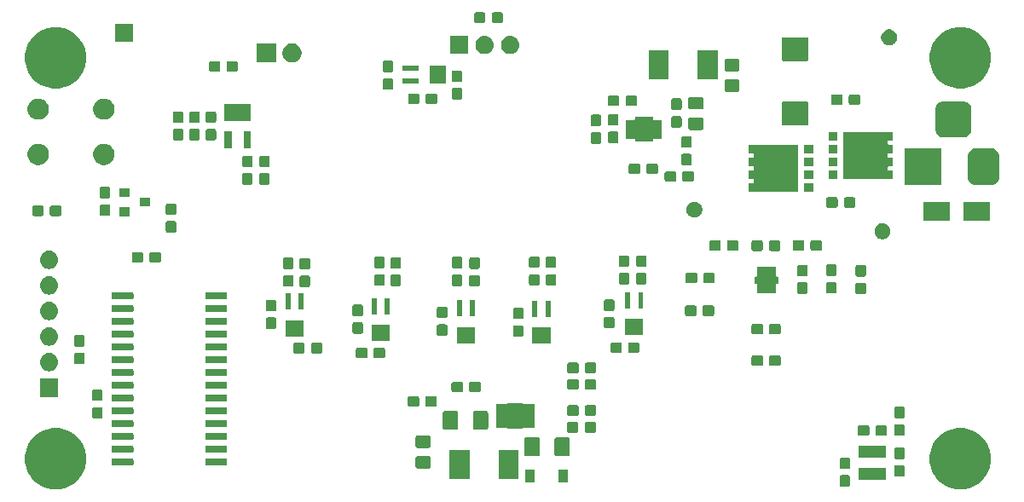
<source format=gbr>
G04 #@! TF.GenerationSoftware,KiCad,Pcbnew,(5.1.4)-1*
G04 #@! TF.CreationDate,2019-10-07T12:46:14-05:00*
G04 #@! TF.ProjectId,nightlight,6e696768-746c-4696-9768-742e6b696361,rev?*
G04 #@! TF.SameCoordinates,Original*
G04 #@! TF.FileFunction,Soldermask,Bot*
G04 #@! TF.FilePolarity,Negative*
%FSLAX46Y46*%
G04 Gerber Fmt 4.6, Leading zero omitted, Abs format (unit mm)*
G04 Created by KiCad (PCBNEW (5.1.4)-1) date 2019-10-07 12:46:14*
%MOMM*%
%LPD*%
G04 APERTURE LIST*
%ADD10C,0.100000*%
G04 APERTURE END LIST*
D10*
G36*
X180849143Y-114719048D02*
G01*
X181404389Y-114949038D01*
X181496039Y-115010277D01*
X181904099Y-115282934D01*
X182329066Y-115707901D01*
X182497148Y-115959453D01*
X182662962Y-116207611D01*
X182892952Y-116762857D01*
X183010200Y-117352301D01*
X183010200Y-117953299D01*
X182892952Y-118542743D01*
X182662962Y-119097989D01*
X182546928Y-119271646D01*
X182329066Y-119597699D01*
X181904099Y-120022666D01*
X181696170Y-120161600D01*
X181404389Y-120356562D01*
X180849143Y-120586552D01*
X180259699Y-120703800D01*
X179658701Y-120703800D01*
X179069257Y-120586552D01*
X178514011Y-120356562D01*
X178222230Y-120161600D01*
X178014301Y-120022666D01*
X177589334Y-119597699D01*
X177371472Y-119271646D01*
X177255438Y-119097989D01*
X177025448Y-118542743D01*
X176908200Y-117953299D01*
X176908200Y-117352301D01*
X177025448Y-116762857D01*
X177255438Y-116207611D01*
X177421252Y-115959453D01*
X177589334Y-115707901D01*
X178014301Y-115282934D01*
X178422361Y-115010277D01*
X178514011Y-114949038D01*
X179069257Y-114719048D01*
X179658701Y-114601800D01*
X180259699Y-114601800D01*
X180849143Y-114719048D01*
X180849143Y-114719048D01*
G37*
G36*
X91009143Y-114719048D02*
G01*
X91564389Y-114949038D01*
X91656039Y-115010277D01*
X92064099Y-115282934D01*
X92489066Y-115707901D01*
X92657148Y-115959453D01*
X92822962Y-116207611D01*
X93052952Y-116762857D01*
X93170200Y-117352301D01*
X93170200Y-117953299D01*
X93052952Y-118542743D01*
X92822962Y-119097989D01*
X92706928Y-119271646D01*
X92489066Y-119597699D01*
X92064099Y-120022666D01*
X91856170Y-120161600D01*
X91564389Y-120356562D01*
X91009143Y-120586552D01*
X90419699Y-120703800D01*
X89818701Y-120703800D01*
X89229257Y-120586552D01*
X88674011Y-120356562D01*
X88382230Y-120161600D01*
X88174301Y-120022666D01*
X87749334Y-119597699D01*
X87531472Y-119271646D01*
X87415438Y-119097989D01*
X87185448Y-118542743D01*
X87068200Y-117953299D01*
X87068200Y-117352301D01*
X87185448Y-116762857D01*
X87415438Y-116207611D01*
X87581252Y-115959453D01*
X87749334Y-115707901D01*
X88174301Y-115282934D01*
X88582361Y-115010277D01*
X88674011Y-114949038D01*
X89229257Y-114719048D01*
X89818701Y-114601800D01*
X90419699Y-114601800D01*
X91009143Y-114719048D01*
X91009143Y-114719048D01*
G37*
G36*
X168842699Y-119277045D02*
G01*
X168880195Y-119288420D01*
X168914754Y-119306892D01*
X168945047Y-119331753D01*
X168969908Y-119362046D01*
X168988380Y-119396605D01*
X168999755Y-119434101D01*
X169004200Y-119479238D01*
X169004200Y-120217962D01*
X168999755Y-120263099D01*
X168988380Y-120300595D01*
X168969908Y-120335154D01*
X168945047Y-120365447D01*
X168914754Y-120390308D01*
X168880195Y-120408780D01*
X168842699Y-120420155D01*
X168797562Y-120424600D01*
X168158838Y-120424600D01*
X168113701Y-120420155D01*
X168076205Y-120408780D01*
X168041646Y-120390308D01*
X168011353Y-120365447D01*
X167986492Y-120335154D01*
X167968020Y-120300595D01*
X167956645Y-120263099D01*
X167952200Y-120217962D01*
X167952200Y-119479238D01*
X167956645Y-119434101D01*
X167968020Y-119396605D01*
X167986492Y-119362046D01*
X168011353Y-119331753D01*
X168041646Y-119306892D01*
X168076205Y-119288420D01*
X168113701Y-119277045D01*
X168158838Y-119272600D01*
X168797562Y-119272600D01*
X168842699Y-119277045D01*
X168842699Y-119277045D01*
G37*
G36*
X141013800Y-120005600D02*
G01*
X140011800Y-120005600D01*
X140011800Y-118703600D01*
X141013800Y-118703600D01*
X141013800Y-120005600D01*
X141013800Y-120005600D01*
G37*
G36*
X137713800Y-120005600D02*
G01*
X136711800Y-120005600D01*
X136711800Y-118703600D01*
X137713800Y-118703600D01*
X137713800Y-120005600D01*
X137713800Y-120005600D01*
G37*
G36*
X172547400Y-119714800D02*
G01*
X169895400Y-119714800D01*
X169895400Y-118552800D01*
X172547400Y-118552800D01*
X172547400Y-119714800D01*
X172547400Y-119714800D01*
G37*
G36*
X136093200Y-119683000D02*
G01*
X134088200Y-119683000D01*
X134088200Y-116791000D01*
X136093200Y-116791000D01*
X136093200Y-119683000D01*
X136093200Y-119683000D01*
G37*
G36*
X131240200Y-119683000D02*
G01*
X129235200Y-119683000D01*
X129235200Y-116791000D01*
X131240200Y-116791000D01*
X131240200Y-119683000D01*
X131240200Y-119683000D01*
G37*
G36*
X174278299Y-118286445D02*
G01*
X174315795Y-118297820D01*
X174350354Y-118316292D01*
X174380647Y-118341153D01*
X174405508Y-118371446D01*
X174423980Y-118406005D01*
X174435355Y-118443501D01*
X174439800Y-118488638D01*
X174439800Y-119227362D01*
X174435355Y-119272499D01*
X174423980Y-119309995D01*
X174405508Y-119344554D01*
X174380647Y-119374847D01*
X174350354Y-119399708D01*
X174315795Y-119418180D01*
X174278299Y-119429555D01*
X174233162Y-119434000D01*
X173594438Y-119434000D01*
X173549301Y-119429555D01*
X173511805Y-119418180D01*
X173477246Y-119399708D01*
X173446953Y-119374847D01*
X173422092Y-119344554D01*
X173403620Y-119309995D01*
X173392245Y-119272499D01*
X173387800Y-119227362D01*
X173387800Y-118488638D01*
X173392245Y-118443501D01*
X173403620Y-118406005D01*
X173422092Y-118371446D01*
X173446953Y-118341153D01*
X173477246Y-118316292D01*
X173511805Y-118297820D01*
X173549301Y-118286445D01*
X173594438Y-118282000D01*
X174233162Y-118282000D01*
X174278299Y-118286445D01*
X174278299Y-118286445D01*
G37*
G36*
X168842699Y-117527045D02*
G01*
X168880195Y-117538420D01*
X168914754Y-117556892D01*
X168945047Y-117581753D01*
X168969908Y-117612046D01*
X168988380Y-117646605D01*
X168999755Y-117684101D01*
X169004200Y-117729238D01*
X169004200Y-118467962D01*
X168999755Y-118513099D01*
X168988380Y-118550595D01*
X168969908Y-118585154D01*
X168945047Y-118615447D01*
X168914754Y-118640308D01*
X168880195Y-118658780D01*
X168842699Y-118670155D01*
X168797562Y-118674600D01*
X168158838Y-118674600D01*
X168113701Y-118670155D01*
X168076205Y-118658780D01*
X168041646Y-118640308D01*
X168011353Y-118615447D01*
X167986492Y-118585154D01*
X167968020Y-118550595D01*
X167956645Y-118513099D01*
X167952200Y-118467962D01*
X167952200Y-117729238D01*
X167956645Y-117684101D01*
X167968020Y-117646605D01*
X167986492Y-117612046D01*
X168011353Y-117581753D01*
X168041646Y-117556892D01*
X168076205Y-117538420D01*
X168113701Y-117527045D01*
X168158838Y-117522600D01*
X168797562Y-117522600D01*
X168842699Y-117527045D01*
X168842699Y-117527045D01*
G37*
G36*
X127207674Y-117370465D02*
G01*
X127245367Y-117381899D01*
X127280103Y-117400466D01*
X127310548Y-117425452D01*
X127335534Y-117455897D01*
X127354101Y-117490633D01*
X127365535Y-117528326D01*
X127370000Y-117573661D01*
X127370000Y-118410339D01*
X127365535Y-118455674D01*
X127354101Y-118493367D01*
X127335534Y-118528103D01*
X127310548Y-118558548D01*
X127280103Y-118583534D01*
X127245367Y-118602101D01*
X127207674Y-118613535D01*
X127162339Y-118618000D01*
X126075661Y-118618000D01*
X126030326Y-118613535D01*
X125992633Y-118602101D01*
X125957897Y-118583534D01*
X125927452Y-118558548D01*
X125902466Y-118528103D01*
X125883899Y-118493367D01*
X125872465Y-118455674D01*
X125868000Y-118410339D01*
X125868000Y-117573661D01*
X125872465Y-117528326D01*
X125883899Y-117490633D01*
X125902466Y-117455897D01*
X125927452Y-117425452D01*
X125957897Y-117400466D01*
X125992633Y-117381899D01*
X126030326Y-117370465D01*
X126075661Y-117366000D01*
X127162339Y-117366000D01*
X127207674Y-117370465D01*
X127207674Y-117370465D01*
G37*
G36*
X97757128Y-117634764D02*
G01*
X97778209Y-117641160D01*
X97797645Y-117651548D01*
X97814676Y-117665524D01*
X97828652Y-117682555D01*
X97839040Y-117701991D01*
X97845436Y-117723072D01*
X97848200Y-117751140D01*
X97848200Y-118214860D01*
X97845436Y-118242928D01*
X97839040Y-118264009D01*
X97828652Y-118283445D01*
X97814676Y-118300476D01*
X97797645Y-118314452D01*
X97778209Y-118324840D01*
X97757128Y-118331236D01*
X97729060Y-118334000D01*
X95815340Y-118334000D01*
X95787272Y-118331236D01*
X95766191Y-118324840D01*
X95746755Y-118314452D01*
X95729724Y-118300476D01*
X95715748Y-118283445D01*
X95705360Y-118264009D01*
X95698964Y-118242928D01*
X95696200Y-118214860D01*
X95696200Y-117751140D01*
X95698964Y-117723072D01*
X95705360Y-117701991D01*
X95715748Y-117682555D01*
X95729724Y-117665524D01*
X95746755Y-117651548D01*
X95766191Y-117641160D01*
X95787272Y-117634764D01*
X95815340Y-117632000D01*
X97729060Y-117632000D01*
X97757128Y-117634764D01*
X97757128Y-117634764D01*
G37*
G36*
X107057128Y-117634764D02*
G01*
X107078209Y-117641160D01*
X107097645Y-117651548D01*
X107114676Y-117665524D01*
X107128652Y-117682555D01*
X107139040Y-117701991D01*
X107145436Y-117723072D01*
X107148200Y-117751140D01*
X107148200Y-118214860D01*
X107145436Y-118242928D01*
X107139040Y-118264009D01*
X107128652Y-118283445D01*
X107114676Y-118300476D01*
X107097645Y-118314452D01*
X107078209Y-118324840D01*
X107057128Y-118331236D01*
X107029060Y-118334000D01*
X105115340Y-118334000D01*
X105087272Y-118331236D01*
X105066191Y-118324840D01*
X105046755Y-118314452D01*
X105029724Y-118300476D01*
X105015748Y-118283445D01*
X105005360Y-118264009D01*
X104998964Y-118242928D01*
X104996200Y-118214860D01*
X104996200Y-117751140D01*
X104998964Y-117723072D01*
X105005360Y-117701991D01*
X105015748Y-117682555D01*
X105029724Y-117665524D01*
X105046755Y-117651548D01*
X105066191Y-117641160D01*
X105087272Y-117634764D01*
X105115340Y-117632000D01*
X107029060Y-117632000D01*
X107057128Y-117634764D01*
X107057128Y-117634764D01*
G37*
G36*
X174278299Y-116536445D02*
G01*
X174315795Y-116547820D01*
X174350354Y-116566292D01*
X174380647Y-116591153D01*
X174405508Y-116621446D01*
X174423980Y-116656005D01*
X174435355Y-116693501D01*
X174439800Y-116738638D01*
X174439800Y-117477362D01*
X174435355Y-117522499D01*
X174423980Y-117559995D01*
X174405508Y-117594554D01*
X174380647Y-117624847D01*
X174350354Y-117649708D01*
X174315795Y-117668180D01*
X174278299Y-117679555D01*
X174233162Y-117684000D01*
X173594438Y-117684000D01*
X173549301Y-117679555D01*
X173511805Y-117668180D01*
X173477246Y-117649708D01*
X173446953Y-117624847D01*
X173422092Y-117594554D01*
X173403620Y-117559995D01*
X173392245Y-117522499D01*
X173387800Y-117477362D01*
X173387800Y-116738638D01*
X173392245Y-116693501D01*
X173403620Y-116656005D01*
X173422092Y-116621446D01*
X173446953Y-116591153D01*
X173477246Y-116566292D01*
X173511805Y-116547820D01*
X173549301Y-116536445D01*
X173594438Y-116532000D01*
X174233162Y-116532000D01*
X174278299Y-116536445D01*
X174278299Y-116536445D01*
G37*
G36*
X172547400Y-117514800D02*
G01*
X169895400Y-117514800D01*
X169895400Y-116352800D01*
X172547400Y-116352800D01*
X172547400Y-117514800D01*
X172547400Y-117514800D01*
G37*
G36*
X138049262Y-115537181D02*
G01*
X138084181Y-115547774D01*
X138116363Y-115564976D01*
X138144573Y-115588127D01*
X138167724Y-115616337D01*
X138184926Y-115648519D01*
X138195519Y-115683438D01*
X138199700Y-115725895D01*
X138199700Y-117192105D01*
X138195519Y-117234562D01*
X138184926Y-117269481D01*
X138167724Y-117301663D01*
X138144573Y-117329873D01*
X138116363Y-117353024D01*
X138084181Y-117370226D01*
X138049262Y-117380819D01*
X138006805Y-117385000D01*
X136865595Y-117385000D01*
X136823138Y-117380819D01*
X136788219Y-117370226D01*
X136756037Y-117353024D01*
X136727827Y-117329873D01*
X136704676Y-117301663D01*
X136687474Y-117269481D01*
X136676881Y-117234562D01*
X136672700Y-117192105D01*
X136672700Y-115725895D01*
X136676881Y-115683438D01*
X136687474Y-115648519D01*
X136704676Y-115616337D01*
X136727827Y-115588127D01*
X136756037Y-115564976D01*
X136788219Y-115547774D01*
X136823138Y-115537181D01*
X136865595Y-115533000D01*
X138006805Y-115533000D01*
X138049262Y-115537181D01*
X138049262Y-115537181D01*
G37*
G36*
X141024262Y-115537181D02*
G01*
X141059181Y-115547774D01*
X141091363Y-115564976D01*
X141119573Y-115588127D01*
X141142724Y-115616337D01*
X141159926Y-115648519D01*
X141170519Y-115683438D01*
X141174700Y-115725895D01*
X141174700Y-117192105D01*
X141170519Y-117234562D01*
X141159926Y-117269481D01*
X141142724Y-117301663D01*
X141119573Y-117329873D01*
X141091363Y-117353024D01*
X141059181Y-117370226D01*
X141024262Y-117380819D01*
X140981805Y-117385000D01*
X139840595Y-117385000D01*
X139798138Y-117380819D01*
X139763219Y-117370226D01*
X139731037Y-117353024D01*
X139702827Y-117329873D01*
X139679676Y-117301663D01*
X139662474Y-117269481D01*
X139651881Y-117234562D01*
X139647700Y-117192105D01*
X139647700Y-115725895D01*
X139651881Y-115683438D01*
X139662474Y-115648519D01*
X139679676Y-115616337D01*
X139702827Y-115588127D01*
X139731037Y-115564976D01*
X139763219Y-115547774D01*
X139798138Y-115537181D01*
X139840595Y-115533000D01*
X140981805Y-115533000D01*
X141024262Y-115537181D01*
X141024262Y-115537181D01*
G37*
G36*
X107057128Y-116364764D02*
G01*
X107078209Y-116371160D01*
X107097645Y-116381548D01*
X107114676Y-116395524D01*
X107128652Y-116412555D01*
X107139040Y-116431991D01*
X107145436Y-116453072D01*
X107148200Y-116481140D01*
X107148200Y-116944860D01*
X107145436Y-116972928D01*
X107139040Y-116994009D01*
X107128652Y-117013445D01*
X107114676Y-117030476D01*
X107097645Y-117044452D01*
X107078209Y-117054840D01*
X107057128Y-117061236D01*
X107029060Y-117064000D01*
X105115340Y-117064000D01*
X105087272Y-117061236D01*
X105066191Y-117054840D01*
X105046755Y-117044452D01*
X105029724Y-117030476D01*
X105015748Y-117013445D01*
X105005360Y-116994009D01*
X104998964Y-116972928D01*
X104996200Y-116944860D01*
X104996200Y-116481140D01*
X104998964Y-116453072D01*
X105005360Y-116431991D01*
X105015748Y-116412555D01*
X105029724Y-116395524D01*
X105046755Y-116381548D01*
X105066191Y-116371160D01*
X105087272Y-116364764D01*
X105115340Y-116362000D01*
X107029060Y-116362000D01*
X107057128Y-116364764D01*
X107057128Y-116364764D01*
G37*
G36*
X97757128Y-116364764D02*
G01*
X97778209Y-116371160D01*
X97797645Y-116381548D01*
X97814676Y-116395524D01*
X97828652Y-116412555D01*
X97839040Y-116431991D01*
X97845436Y-116453072D01*
X97848200Y-116481140D01*
X97848200Y-116944860D01*
X97845436Y-116972928D01*
X97839040Y-116994009D01*
X97828652Y-117013445D01*
X97814676Y-117030476D01*
X97797645Y-117044452D01*
X97778209Y-117054840D01*
X97757128Y-117061236D01*
X97729060Y-117064000D01*
X95815340Y-117064000D01*
X95787272Y-117061236D01*
X95766191Y-117054840D01*
X95746755Y-117044452D01*
X95729724Y-117030476D01*
X95715748Y-117013445D01*
X95705360Y-116994009D01*
X95698964Y-116972928D01*
X95696200Y-116944860D01*
X95696200Y-116481140D01*
X95698964Y-116453072D01*
X95705360Y-116431991D01*
X95715748Y-116412555D01*
X95729724Y-116395524D01*
X95746755Y-116381548D01*
X95766191Y-116371160D01*
X95787272Y-116364764D01*
X95815340Y-116362000D01*
X97729060Y-116362000D01*
X97757128Y-116364764D01*
X97757128Y-116364764D01*
G37*
G36*
X127207674Y-115320465D02*
G01*
X127245367Y-115331899D01*
X127280103Y-115350466D01*
X127310548Y-115375452D01*
X127335534Y-115405897D01*
X127354101Y-115440633D01*
X127365535Y-115478326D01*
X127370000Y-115523661D01*
X127370000Y-116360339D01*
X127365535Y-116405674D01*
X127354101Y-116443367D01*
X127335534Y-116478103D01*
X127310548Y-116508548D01*
X127280103Y-116533534D01*
X127245367Y-116552101D01*
X127207674Y-116563535D01*
X127162339Y-116568000D01*
X126075661Y-116568000D01*
X126030326Y-116563535D01*
X125992633Y-116552101D01*
X125957897Y-116533534D01*
X125927452Y-116508548D01*
X125902466Y-116478103D01*
X125883899Y-116443367D01*
X125872465Y-116405674D01*
X125868000Y-116360339D01*
X125868000Y-115523661D01*
X125872465Y-115478326D01*
X125883899Y-115440633D01*
X125902466Y-115405897D01*
X125927452Y-115375452D01*
X125957897Y-115350466D01*
X125992633Y-115331899D01*
X126030326Y-115320465D01*
X126075661Y-115316000D01*
X127162339Y-115316000D01*
X127207674Y-115320465D01*
X127207674Y-115320465D01*
G37*
G36*
X97757128Y-115094764D02*
G01*
X97778209Y-115101160D01*
X97797645Y-115111548D01*
X97814676Y-115125524D01*
X97828652Y-115142555D01*
X97839040Y-115161991D01*
X97845436Y-115183072D01*
X97848200Y-115211140D01*
X97848200Y-115674860D01*
X97845436Y-115702928D01*
X97839040Y-115724009D01*
X97828652Y-115743445D01*
X97814676Y-115760476D01*
X97797645Y-115774452D01*
X97778209Y-115784840D01*
X97757128Y-115791236D01*
X97729060Y-115794000D01*
X95815340Y-115794000D01*
X95787272Y-115791236D01*
X95766191Y-115784840D01*
X95746755Y-115774452D01*
X95729724Y-115760476D01*
X95715748Y-115743445D01*
X95705360Y-115724009D01*
X95698964Y-115702928D01*
X95696200Y-115674860D01*
X95696200Y-115211140D01*
X95698964Y-115183072D01*
X95705360Y-115161991D01*
X95715748Y-115142555D01*
X95729724Y-115125524D01*
X95746755Y-115111548D01*
X95766191Y-115101160D01*
X95787272Y-115094764D01*
X95815340Y-115092000D01*
X97729060Y-115092000D01*
X97757128Y-115094764D01*
X97757128Y-115094764D01*
G37*
G36*
X107057128Y-115094764D02*
G01*
X107078209Y-115101160D01*
X107097645Y-115111548D01*
X107114676Y-115125524D01*
X107128652Y-115142555D01*
X107139040Y-115161991D01*
X107145436Y-115183072D01*
X107148200Y-115211140D01*
X107148200Y-115674860D01*
X107145436Y-115702928D01*
X107139040Y-115724009D01*
X107128652Y-115743445D01*
X107114676Y-115760476D01*
X107097645Y-115774452D01*
X107078209Y-115784840D01*
X107057128Y-115791236D01*
X107029060Y-115794000D01*
X105115340Y-115794000D01*
X105087272Y-115791236D01*
X105066191Y-115784840D01*
X105046755Y-115774452D01*
X105029724Y-115760476D01*
X105015748Y-115743445D01*
X105005360Y-115724009D01*
X104998964Y-115702928D01*
X104996200Y-115674860D01*
X104996200Y-115211140D01*
X104998964Y-115183072D01*
X105005360Y-115161991D01*
X105015748Y-115142555D01*
X105029724Y-115125524D01*
X105046755Y-115111548D01*
X105066191Y-115101160D01*
X105087272Y-115094764D01*
X105115340Y-115092000D01*
X107029060Y-115092000D01*
X107057128Y-115094764D01*
X107057128Y-115094764D01*
G37*
G36*
X174278299Y-114222445D02*
G01*
X174315795Y-114233820D01*
X174350354Y-114252292D01*
X174380647Y-114277153D01*
X174405508Y-114307446D01*
X174423980Y-114342005D01*
X174435355Y-114379501D01*
X174439800Y-114424638D01*
X174439800Y-115163362D01*
X174435355Y-115208499D01*
X174423980Y-115245995D01*
X174405508Y-115280554D01*
X174380647Y-115310847D01*
X174350354Y-115335708D01*
X174315795Y-115354180D01*
X174278299Y-115365555D01*
X174233162Y-115370000D01*
X173594438Y-115370000D01*
X173549301Y-115365555D01*
X173511805Y-115354180D01*
X173477246Y-115335708D01*
X173446953Y-115310847D01*
X173422092Y-115280554D01*
X173403620Y-115245995D01*
X173392245Y-115208499D01*
X173387800Y-115163362D01*
X173387800Y-114424638D01*
X173392245Y-114379501D01*
X173403620Y-114342005D01*
X173422092Y-114307446D01*
X173446953Y-114277153D01*
X173477246Y-114252292D01*
X173511805Y-114233820D01*
X173549301Y-114222445D01*
X173594438Y-114218000D01*
X174233162Y-114218000D01*
X174278299Y-114222445D01*
X174278299Y-114222445D01*
G37*
G36*
X170760899Y-114311845D02*
G01*
X170798395Y-114323220D01*
X170832954Y-114341692D01*
X170863247Y-114366553D01*
X170888108Y-114396846D01*
X170906580Y-114431405D01*
X170917955Y-114468901D01*
X170922400Y-114514038D01*
X170922400Y-115152762D01*
X170917955Y-115197899D01*
X170906580Y-115235395D01*
X170888108Y-115269954D01*
X170863247Y-115300247D01*
X170832954Y-115325108D01*
X170798395Y-115343580D01*
X170760899Y-115354955D01*
X170715762Y-115359400D01*
X169977038Y-115359400D01*
X169931901Y-115354955D01*
X169894405Y-115343580D01*
X169859846Y-115325108D01*
X169829553Y-115300247D01*
X169804692Y-115269954D01*
X169786220Y-115235395D01*
X169774845Y-115197899D01*
X169770400Y-115152762D01*
X169770400Y-114514038D01*
X169774845Y-114468901D01*
X169786220Y-114431405D01*
X169804692Y-114396846D01*
X169829553Y-114366553D01*
X169859846Y-114341692D01*
X169894405Y-114323220D01*
X169931901Y-114311845D01*
X169977038Y-114307400D01*
X170715762Y-114307400D01*
X170760899Y-114311845D01*
X170760899Y-114311845D01*
G37*
G36*
X172510899Y-114311845D02*
G01*
X172548395Y-114323220D01*
X172582954Y-114341692D01*
X172613247Y-114366553D01*
X172638108Y-114396846D01*
X172656580Y-114431405D01*
X172667955Y-114468901D01*
X172672400Y-114514038D01*
X172672400Y-115152762D01*
X172667955Y-115197899D01*
X172656580Y-115235395D01*
X172638108Y-115269954D01*
X172613247Y-115300247D01*
X172582954Y-115325108D01*
X172548395Y-115343580D01*
X172510899Y-115354955D01*
X172465762Y-115359400D01*
X171727038Y-115359400D01*
X171681901Y-115354955D01*
X171644405Y-115343580D01*
X171609846Y-115325108D01*
X171579553Y-115300247D01*
X171554692Y-115269954D01*
X171536220Y-115235395D01*
X171524845Y-115197899D01*
X171520400Y-115152762D01*
X171520400Y-114514038D01*
X171524845Y-114468901D01*
X171536220Y-114431405D01*
X171554692Y-114396846D01*
X171579553Y-114366553D01*
X171609846Y-114341692D01*
X171644405Y-114323220D01*
X171681901Y-114311845D01*
X171727038Y-114307400D01*
X172465762Y-114307400D01*
X172510899Y-114311845D01*
X172510899Y-114311845D01*
G37*
G36*
X141881099Y-114007045D02*
G01*
X141918595Y-114018420D01*
X141953154Y-114036892D01*
X141983447Y-114061753D01*
X142008308Y-114092046D01*
X142026780Y-114126605D01*
X142038155Y-114164101D01*
X142042600Y-114209238D01*
X142042600Y-114847962D01*
X142038155Y-114893099D01*
X142026780Y-114930595D01*
X142008308Y-114965154D01*
X141983447Y-114995447D01*
X141953154Y-115020308D01*
X141918595Y-115038780D01*
X141881099Y-115050155D01*
X141835962Y-115054600D01*
X141097238Y-115054600D01*
X141052101Y-115050155D01*
X141014605Y-115038780D01*
X140980046Y-115020308D01*
X140949753Y-114995447D01*
X140924892Y-114965154D01*
X140906420Y-114930595D01*
X140895045Y-114893099D01*
X140890600Y-114847962D01*
X140890600Y-114209238D01*
X140895045Y-114164101D01*
X140906420Y-114126605D01*
X140924892Y-114092046D01*
X140949753Y-114061753D01*
X140980046Y-114036892D01*
X141014605Y-114018420D01*
X141052101Y-114007045D01*
X141097238Y-114002600D01*
X141835962Y-114002600D01*
X141881099Y-114007045D01*
X141881099Y-114007045D01*
G37*
G36*
X143631099Y-114007045D02*
G01*
X143668595Y-114018420D01*
X143703154Y-114036892D01*
X143733447Y-114061753D01*
X143758308Y-114092046D01*
X143776780Y-114126605D01*
X143788155Y-114164101D01*
X143792600Y-114209238D01*
X143792600Y-114847962D01*
X143788155Y-114893099D01*
X143776780Y-114930595D01*
X143758308Y-114965154D01*
X143733447Y-114995447D01*
X143703154Y-115020308D01*
X143668595Y-115038780D01*
X143631099Y-115050155D01*
X143585962Y-115054600D01*
X142847238Y-115054600D01*
X142802101Y-115050155D01*
X142764605Y-115038780D01*
X142730046Y-115020308D01*
X142699753Y-114995447D01*
X142674892Y-114965154D01*
X142656420Y-114930595D01*
X142645045Y-114893099D01*
X142640600Y-114847962D01*
X142640600Y-114209238D01*
X142645045Y-114164101D01*
X142656420Y-114126605D01*
X142674892Y-114092046D01*
X142699753Y-114061753D01*
X142730046Y-114036892D01*
X142764605Y-114018420D01*
X142802101Y-114007045D01*
X142847238Y-114002600D01*
X143585962Y-114002600D01*
X143631099Y-114007045D01*
X143631099Y-114007045D01*
G37*
G36*
X129946662Y-112920981D02*
G01*
X129981581Y-112931574D01*
X130013763Y-112948776D01*
X130041973Y-112971927D01*
X130065124Y-113000137D01*
X130082326Y-113032319D01*
X130092919Y-113067238D01*
X130097100Y-113109695D01*
X130097100Y-114575905D01*
X130092919Y-114618362D01*
X130082326Y-114653281D01*
X130065124Y-114685463D01*
X130041973Y-114713673D01*
X130013763Y-114736824D01*
X129981581Y-114754026D01*
X129946662Y-114764619D01*
X129904205Y-114768800D01*
X128762995Y-114768800D01*
X128720538Y-114764619D01*
X128685619Y-114754026D01*
X128653437Y-114736824D01*
X128625227Y-114713673D01*
X128602076Y-114685463D01*
X128584874Y-114653281D01*
X128574281Y-114618362D01*
X128570100Y-114575905D01*
X128570100Y-113109695D01*
X128574281Y-113067238D01*
X128584874Y-113032319D01*
X128602076Y-113000137D01*
X128625227Y-112971927D01*
X128653437Y-112948776D01*
X128685619Y-112931574D01*
X128720538Y-112920981D01*
X128762995Y-112916800D01*
X129904205Y-112916800D01*
X129946662Y-112920981D01*
X129946662Y-112920981D01*
G37*
G36*
X132921662Y-112920981D02*
G01*
X132956581Y-112931574D01*
X132988763Y-112948776D01*
X133016973Y-112971927D01*
X133040124Y-113000137D01*
X133057326Y-113032319D01*
X133067919Y-113067238D01*
X133072100Y-113109695D01*
X133072100Y-114575905D01*
X133067919Y-114618362D01*
X133057326Y-114653281D01*
X133040124Y-114685463D01*
X133016973Y-114713673D01*
X132988763Y-114736824D01*
X132956581Y-114754026D01*
X132921662Y-114764619D01*
X132879205Y-114768800D01*
X131737995Y-114768800D01*
X131695538Y-114764619D01*
X131660619Y-114754026D01*
X131628437Y-114736824D01*
X131600227Y-114713673D01*
X131577076Y-114685463D01*
X131559874Y-114653281D01*
X131549281Y-114618362D01*
X131545100Y-114575905D01*
X131545100Y-113109695D01*
X131549281Y-113067238D01*
X131559874Y-113032319D01*
X131577076Y-113000137D01*
X131600227Y-112971927D01*
X131628437Y-112948776D01*
X131660619Y-112931574D01*
X131695538Y-112920981D01*
X131737995Y-112916800D01*
X132879205Y-112916800D01*
X132921662Y-112920981D01*
X132921662Y-112920981D01*
G37*
G36*
X136495339Y-112148619D02*
G01*
X136528681Y-112158734D01*
X136559406Y-112175157D01*
X136593119Y-112202824D01*
X136598103Y-112207808D01*
X136618477Y-112221422D01*
X136641116Y-112230799D01*
X136665149Y-112235580D01*
X136689654Y-112235580D01*
X136713687Y-112230800D01*
X136736326Y-112221423D01*
X136739511Y-112219295D01*
X136752971Y-112212101D01*
X136757645Y-112210683D01*
X136768641Y-112209600D01*
X137657359Y-112209600D01*
X137668355Y-112210683D01*
X137673029Y-112212101D01*
X137677331Y-112214400D01*
X137681104Y-112217496D01*
X137684200Y-112221269D01*
X137686499Y-112225571D01*
X137687917Y-112230245D01*
X137689000Y-112241241D01*
X137689000Y-112529959D01*
X137687917Y-112540955D01*
X137686499Y-112545629D01*
X137684200Y-112549930D01*
X137678971Y-112556302D01*
X137665357Y-112576676D01*
X137655980Y-112599315D01*
X137651200Y-112623349D01*
X137651200Y-112647853D01*
X137655981Y-112671886D01*
X137665358Y-112694525D01*
X137678971Y-112714898D01*
X137684200Y-112721270D01*
X137686499Y-112725571D01*
X137687917Y-112730245D01*
X137689000Y-112741241D01*
X137689000Y-113029959D01*
X137687917Y-113040955D01*
X137686499Y-113045629D01*
X137684200Y-113049930D01*
X137678971Y-113056302D01*
X137665357Y-113076676D01*
X137655980Y-113099315D01*
X137651200Y-113123349D01*
X137651200Y-113147853D01*
X137655981Y-113171886D01*
X137665358Y-113194525D01*
X137678971Y-113214898D01*
X137684200Y-113221270D01*
X137686499Y-113225571D01*
X137687917Y-113230245D01*
X137689000Y-113241241D01*
X137689000Y-113529959D01*
X137687917Y-113540955D01*
X137686499Y-113545629D01*
X137684200Y-113549930D01*
X137678971Y-113556302D01*
X137665357Y-113576676D01*
X137655980Y-113599315D01*
X137651200Y-113623349D01*
X137651200Y-113647853D01*
X137655981Y-113671886D01*
X137665358Y-113694525D01*
X137678971Y-113714898D01*
X137684200Y-113721270D01*
X137686499Y-113725571D01*
X137687917Y-113730245D01*
X137689000Y-113741241D01*
X137689000Y-114029959D01*
X137687917Y-114040955D01*
X137686499Y-114045629D01*
X137684200Y-114049930D01*
X137678971Y-114056302D01*
X137665357Y-114076676D01*
X137655980Y-114099315D01*
X137651200Y-114123349D01*
X137651200Y-114147853D01*
X137655981Y-114171886D01*
X137665358Y-114194525D01*
X137678971Y-114214898D01*
X137684200Y-114221270D01*
X137686499Y-114225571D01*
X137687917Y-114230245D01*
X137689000Y-114241241D01*
X137689000Y-114529959D01*
X137687917Y-114540955D01*
X137686499Y-114545629D01*
X137684200Y-114549931D01*
X137681104Y-114553704D01*
X137677331Y-114556800D01*
X137673029Y-114559099D01*
X137668355Y-114560517D01*
X137657359Y-114561600D01*
X136768641Y-114561600D01*
X136757645Y-114560517D01*
X136752971Y-114559099D01*
X136739482Y-114551889D01*
X136736295Y-114549761D01*
X136713653Y-114540390D01*
X136689619Y-114535616D01*
X136665115Y-114535623D01*
X136641083Y-114540411D01*
X136618446Y-114549795D01*
X136598076Y-114563414D01*
X136593099Y-114568392D01*
X136559406Y-114596043D01*
X136528681Y-114612466D01*
X136495339Y-114622581D01*
X136454529Y-114626600D01*
X135071471Y-114626600D01*
X135030661Y-114622581D01*
X134997319Y-114612466D01*
X134966594Y-114596043D01*
X134932881Y-114568376D01*
X134927897Y-114563392D01*
X134907523Y-114549778D01*
X134884884Y-114540401D01*
X134860851Y-114535620D01*
X134836346Y-114535620D01*
X134812313Y-114540400D01*
X134789674Y-114549777D01*
X134786489Y-114551905D01*
X134773029Y-114559099D01*
X134768355Y-114560517D01*
X134757359Y-114561600D01*
X133868641Y-114561600D01*
X133857645Y-114560517D01*
X133852971Y-114559099D01*
X133848669Y-114556800D01*
X133844896Y-114553704D01*
X133841800Y-114549931D01*
X133839501Y-114545629D01*
X133838083Y-114540955D01*
X133837000Y-114529959D01*
X133837000Y-114241241D01*
X133838083Y-114230245D01*
X133839501Y-114225571D01*
X133841800Y-114221270D01*
X133847029Y-114214898D01*
X133860643Y-114194524D01*
X133870020Y-114171885D01*
X133874800Y-114147851D01*
X133874800Y-114123347D01*
X133870019Y-114099314D01*
X133860642Y-114076675D01*
X133847029Y-114056302D01*
X133841800Y-114049930D01*
X133839501Y-114045629D01*
X133838083Y-114040955D01*
X133837000Y-114029959D01*
X133837000Y-113741241D01*
X133838083Y-113730245D01*
X133839501Y-113725571D01*
X133841800Y-113721270D01*
X133847029Y-113714898D01*
X133860643Y-113694524D01*
X133870020Y-113671885D01*
X133874800Y-113647851D01*
X133874800Y-113623347D01*
X133870019Y-113599314D01*
X133860642Y-113576675D01*
X133847029Y-113556302D01*
X133841800Y-113549930D01*
X133839501Y-113545629D01*
X133838083Y-113540955D01*
X133837000Y-113529959D01*
X133837000Y-113241241D01*
X133838083Y-113230245D01*
X133839501Y-113225571D01*
X133841800Y-113221270D01*
X133847029Y-113214898D01*
X133860643Y-113194524D01*
X133870020Y-113171885D01*
X133874800Y-113147851D01*
X133874800Y-113123347D01*
X133870019Y-113099314D01*
X133860642Y-113076675D01*
X133847029Y-113056302D01*
X133841800Y-113049930D01*
X133839501Y-113045629D01*
X133838083Y-113040955D01*
X133837000Y-113029959D01*
X133837000Y-112741241D01*
X133838083Y-112730245D01*
X133839501Y-112725571D01*
X133841800Y-112721270D01*
X133847029Y-112714898D01*
X133860643Y-112694524D01*
X133870020Y-112671885D01*
X133874800Y-112647851D01*
X133874800Y-112623347D01*
X133870019Y-112599314D01*
X133860642Y-112576675D01*
X133847029Y-112556302D01*
X133841800Y-112549930D01*
X133839501Y-112545629D01*
X133838083Y-112540955D01*
X133837000Y-112529959D01*
X133837000Y-112241241D01*
X133838083Y-112230245D01*
X133839501Y-112225571D01*
X133841800Y-112221269D01*
X133844896Y-112217496D01*
X133848669Y-112214400D01*
X133852971Y-112212101D01*
X133857645Y-112210683D01*
X133868641Y-112209600D01*
X134757359Y-112209600D01*
X134768355Y-112210683D01*
X134773029Y-112212101D01*
X134786518Y-112219311D01*
X134789705Y-112221439D01*
X134812347Y-112230810D01*
X134836381Y-112235584D01*
X134860885Y-112235577D01*
X134884917Y-112230789D01*
X134907554Y-112221405D01*
X134927924Y-112207786D01*
X134932901Y-112202808D01*
X134966594Y-112175157D01*
X134997319Y-112158734D01*
X135030661Y-112148619D01*
X135071471Y-112144600D01*
X136454529Y-112144600D01*
X136495339Y-112148619D01*
X136495339Y-112148619D01*
G37*
G36*
X97757128Y-113824764D02*
G01*
X97778209Y-113831160D01*
X97797645Y-113841548D01*
X97814676Y-113855524D01*
X97828652Y-113872555D01*
X97839040Y-113891991D01*
X97845436Y-113913072D01*
X97848200Y-113941140D01*
X97848200Y-114404860D01*
X97845436Y-114432928D01*
X97839040Y-114454009D01*
X97828652Y-114473445D01*
X97814676Y-114490476D01*
X97797645Y-114504452D01*
X97778209Y-114514840D01*
X97757128Y-114521236D01*
X97729060Y-114524000D01*
X95815340Y-114524000D01*
X95787272Y-114521236D01*
X95766191Y-114514840D01*
X95746755Y-114504452D01*
X95729724Y-114490476D01*
X95715748Y-114473445D01*
X95705360Y-114454009D01*
X95698964Y-114432928D01*
X95696200Y-114404860D01*
X95696200Y-113941140D01*
X95698964Y-113913072D01*
X95705360Y-113891991D01*
X95715748Y-113872555D01*
X95729724Y-113855524D01*
X95746755Y-113841548D01*
X95766191Y-113831160D01*
X95787272Y-113824764D01*
X95815340Y-113822000D01*
X97729060Y-113822000D01*
X97757128Y-113824764D01*
X97757128Y-113824764D01*
G37*
G36*
X107057128Y-113824764D02*
G01*
X107078209Y-113831160D01*
X107097645Y-113841548D01*
X107114676Y-113855524D01*
X107128652Y-113872555D01*
X107139040Y-113891991D01*
X107145436Y-113913072D01*
X107148200Y-113941140D01*
X107148200Y-114404860D01*
X107145436Y-114432928D01*
X107139040Y-114454009D01*
X107128652Y-114473445D01*
X107114676Y-114490476D01*
X107097645Y-114504452D01*
X107078209Y-114514840D01*
X107057128Y-114521236D01*
X107029060Y-114524000D01*
X105115340Y-114524000D01*
X105087272Y-114521236D01*
X105066191Y-114514840D01*
X105046755Y-114504452D01*
X105029724Y-114490476D01*
X105015748Y-114473445D01*
X105005360Y-114454009D01*
X104998964Y-114432928D01*
X104996200Y-114404860D01*
X104996200Y-113941140D01*
X104998964Y-113913072D01*
X105005360Y-113891991D01*
X105015748Y-113872555D01*
X105029724Y-113855524D01*
X105046755Y-113841548D01*
X105066191Y-113831160D01*
X105087272Y-113824764D01*
X105115340Y-113822000D01*
X107029060Y-113822000D01*
X107057128Y-113824764D01*
X107057128Y-113824764D01*
G37*
G36*
X94623899Y-112506645D02*
G01*
X94661395Y-112518020D01*
X94695954Y-112536492D01*
X94726247Y-112561353D01*
X94751108Y-112591646D01*
X94769580Y-112626205D01*
X94780955Y-112663701D01*
X94785400Y-112708838D01*
X94785400Y-113447562D01*
X94780955Y-113492699D01*
X94769580Y-113530195D01*
X94751108Y-113564754D01*
X94726247Y-113595047D01*
X94695954Y-113619908D01*
X94661395Y-113638380D01*
X94623899Y-113649755D01*
X94578762Y-113654200D01*
X93940038Y-113654200D01*
X93894901Y-113649755D01*
X93857405Y-113638380D01*
X93822846Y-113619908D01*
X93792553Y-113595047D01*
X93767692Y-113564754D01*
X93749220Y-113530195D01*
X93737845Y-113492699D01*
X93733400Y-113447562D01*
X93733400Y-112708838D01*
X93737845Y-112663701D01*
X93749220Y-112626205D01*
X93767692Y-112591646D01*
X93792553Y-112561353D01*
X93822846Y-112536492D01*
X93857405Y-112518020D01*
X93894901Y-112506645D01*
X93940038Y-112502200D01*
X94578762Y-112502200D01*
X94623899Y-112506645D01*
X94623899Y-112506645D01*
G37*
G36*
X174278299Y-112472445D02*
G01*
X174315795Y-112483820D01*
X174350354Y-112502292D01*
X174380647Y-112527153D01*
X174405508Y-112557446D01*
X174423980Y-112592005D01*
X174435355Y-112629501D01*
X174439800Y-112674638D01*
X174439800Y-113413362D01*
X174435355Y-113458499D01*
X174423980Y-113495995D01*
X174405508Y-113530554D01*
X174380647Y-113560847D01*
X174350354Y-113585708D01*
X174315795Y-113604180D01*
X174278299Y-113615555D01*
X174233162Y-113620000D01*
X173594438Y-113620000D01*
X173549301Y-113615555D01*
X173511805Y-113604180D01*
X173477246Y-113585708D01*
X173446953Y-113560847D01*
X173422092Y-113530554D01*
X173403620Y-113495995D01*
X173392245Y-113458499D01*
X173387800Y-113413362D01*
X173387800Y-112674638D01*
X173392245Y-112629501D01*
X173403620Y-112592005D01*
X173422092Y-112557446D01*
X173446953Y-112527153D01*
X173477246Y-112502292D01*
X173511805Y-112483820D01*
X173549301Y-112472445D01*
X173594438Y-112468000D01*
X174233162Y-112468000D01*
X174278299Y-112472445D01*
X174278299Y-112472445D01*
G37*
G36*
X141906499Y-112330645D02*
G01*
X141943995Y-112342020D01*
X141978554Y-112360492D01*
X142008847Y-112385353D01*
X142033708Y-112415646D01*
X142052180Y-112450205D01*
X142063555Y-112487701D01*
X142068000Y-112532838D01*
X142068000Y-113171562D01*
X142063555Y-113216699D01*
X142052180Y-113254195D01*
X142033708Y-113288754D01*
X142008847Y-113319047D01*
X141978554Y-113343908D01*
X141943995Y-113362380D01*
X141906499Y-113373755D01*
X141861362Y-113378200D01*
X141122638Y-113378200D01*
X141077501Y-113373755D01*
X141040005Y-113362380D01*
X141005446Y-113343908D01*
X140975153Y-113319047D01*
X140950292Y-113288754D01*
X140931820Y-113254195D01*
X140920445Y-113216699D01*
X140916000Y-113171562D01*
X140916000Y-112532838D01*
X140920445Y-112487701D01*
X140931820Y-112450205D01*
X140950292Y-112415646D01*
X140975153Y-112385353D01*
X141005446Y-112360492D01*
X141040005Y-112342020D01*
X141077501Y-112330645D01*
X141122638Y-112326200D01*
X141861362Y-112326200D01*
X141906499Y-112330645D01*
X141906499Y-112330645D01*
G37*
G36*
X143656499Y-112330645D02*
G01*
X143693995Y-112342020D01*
X143728554Y-112360492D01*
X143758847Y-112385353D01*
X143783708Y-112415646D01*
X143802180Y-112450205D01*
X143813555Y-112487701D01*
X143818000Y-112532838D01*
X143818000Y-113171562D01*
X143813555Y-113216699D01*
X143802180Y-113254195D01*
X143783708Y-113288754D01*
X143758847Y-113319047D01*
X143728554Y-113343908D01*
X143693995Y-113362380D01*
X143656499Y-113373755D01*
X143611362Y-113378200D01*
X142872638Y-113378200D01*
X142827501Y-113373755D01*
X142790005Y-113362380D01*
X142755446Y-113343908D01*
X142725153Y-113319047D01*
X142700292Y-113288754D01*
X142681820Y-113254195D01*
X142670445Y-113216699D01*
X142666000Y-113171562D01*
X142666000Y-112532838D01*
X142670445Y-112487701D01*
X142681820Y-112450205D01*
X142700292Y-112415646D01*
X142725153Y-112385353D01*
X142755446Y-112360492D01*
X142790005Y-112342020D01*
X142827501Y-112330645D01*
X142872638Y-112326200D01*
X143611362Y-112326200D01*
X143656499Y-112330645D01*
X143656499Y-112330645D01*
G37*
G36*
X97757128Y-112554764D02*
G01*
X97778209Y-112561160D01*
X97797645Y-112571548D01*
X97814676Y-112585524D01*
X97828652Y-112602555D01*
X97839040Y-112621991D01*
X97845436Y-112643072D01*
X97848200Y-112671140D01*
X97848200Y-113134860D01*
X97845436Y-113162928D01*
X97839040Y-113184009D01*
X97828652Y-113203445D01*
X97814676Y-113220476D01*
X97797645Y-113234452D01*
X97778209Y-113244840D01*
X97757128Y-113251236D01*
X97729060Y-113254000D01*
X95815340Y-113254000D01*
X95787272Y-113251236D01*
X95766191Y-113244840D01*
X95746755Y-113234452D01*
X95729724Y-113220476D01*
X95715748Y-113203445D01*
X95705360Y-113184009D01*
X95698964Y-113162928D01*
X95696200Y-113134860D01*
X95696200Y-112671140D01*
X95698964Y-112643072D01*
X95705360Y-112621991D01*
X95715748Y-112602555D01*
X95729724Y-112585524D01*
X95746755Y-112571548D01*
X95766191Y-112561160D01*
X95787272Y-112554764D01*
X95815340Y-112552000D01*
X97729060Y-112552000D01*
X97757128Y-112554764D01*
X97757128Y-112554764D01*
G37*
G36*
X107057128Y-112554764D02*
G01*
X107078209Y-112561160D01*
X107097645Y-112571548D01*
X107114676Y-112585524D01*
X107128652Y-112602555D01*
X107139040Y-112621991D01*
X107145436Y-112643072D01*
X107148200Y-112671140D01*
X107148200Y-113134860D01*
X107145436Y-113162928D01*
X107139040Y-113184009D01*
X107128652Y-113203445D01*
X107114676Y-113220476D01*
X107097645Y-113234452D01*
X107078209Y-113244840D01*
X107057128Y-113251236D01*
X107029060Y-113254000D01*
X105115340Y-113254000D01*
X105087272Y-113251236D01*
X105066191Y-113244840D01*
X105046755Y-113234452D01*
X105029724Y-113220476D01*
X105015748Y-113203445D01*
X105005360Y-113184009D01*
X104998964Y-113162928D01*
X104996200Y-113134860D01*
X104996200Y-112671140D01*
X104998964Y-112643072D01*
X105005360Y-112621991D01*
X105015748Y-112602555D01*
X105029724Y-112585524D01*
X105046755Y-112571548D01*
X105066191Y-112561160D01*
X105087272Y-112554764D01*
X105115340Y-112552000D01*
X107029060Y-112552000D01*
X107057128Y-112554764D01*
X107057128Y-112554764D01*
G37*
G36*
X127806899Y-111416245D02*
G01*
X127844395Y-111427620D01*
X127878954Y-111446092D01*
X127909247Y-111470953D01*
X127934108Y-111501246D01*
X127952580Y-111535805D01*
X127963955Y-111573301D01*
X127968400Y-111618438D01*
X127968400Y-112257162D01*
X127963955Y-112302299D01*
X127952580Y-112339795D01*
X127934108Y-112374354D01*
X127909247Y-112404647D01*
X127878954Y-112429508D01*
X127844395Y-112447980D01*
X127806899Y-112459355D01*
X127761762Y-112463800D01*
X127023038Y-112463800D01*
X126977901Y-112459355D01*
X126940405Y-112447980D01*
X126905846Y-112429508D01*
X126875553Y-112404647D01*
X126850692Y-112374354D01*
X126832220Y-112339795D01*
X126820845Y-112302299D01*
X126816400Y-112257162D01*
X126816400Y-111618438D01*
X126820845Y-111573301D01*
X126832220Y-111535805D01*
X126850692Y-111501246D01*
X126875553Y-111470953D01*
X126905846Y-111446092D01*
X126940405Y-111427620D01*
X126977901Y-111416245D01*
X127023038Y-111411800D01*
X127761762Y-111411800D01*
X127806899Y-111416245D01*
X127806899Y-111416245D01*
G37*
G36*
X126056899Y-111416245D02*
G01*
X126094395Y-111427620D01*
X126128954Y-111446092D01*
X126159247Y-111470953D01*
X126184108Y-111501246D01*
X126202580Y-111535805D01*
X126213955Y-111573301D01*
X126218400Y-111618438D01*
X126218400Y-112257162D01*
X126213955Y-112302299D01*
X126202580Y-112339795D01*
X126184108Y-112374354D01*
X126159247Y-112404647D01*
X126128954Y-112429508D01*
X126094395Y-112447980D01*
X126056899Y-112459355D01*
X126011762Y-112463800D01*
X125273038Y-112463800D01*
X125227901Y-112459355D01*
X125190405Y-112447980D01*
X125155846Y-112429508D01*
X125125553Y-112404647D01*
X125100692Y-112374354D01*
X125082220Y-112339795D01*
X125070845Y-112302299D01*
X125066400Y-112257162D01*
X125066400Y-111618438D01*
X125070845Y-111573301D01*
X125082220Y-111535805D01*
X125100692Y-111501246D01*
X125125553Y-111470953D01*
X125155846Y-111446092D01*
X125190405Y-111427620D01*
X125227901Y-111416245D01*
X125273038Y-111411800D01*
X126011762Y-111411800D01*
X126056899Y-111416245D01*
X126056899Y-111416245D01*
G37*
G36*
X107057128Y-111284764D02*
G01*
X107078209Y-111291160D01*
X107097645Y-111301548D01*
X107114676Y-111315524D01*
X107128652Y-111332555D01*
X107139040Y-111351991D01*
X107145436Y-111373072D01*
X107148200Y-111401140D01*
X107148200Y-111864860D01*
X107145436Y-111892928D01*
X107139040Y-111914009D01*
X107128652Y-111933445D01*
X107114676Y-111950476D01*
X107097645Y-111964452D01*
X107078209Y-111974840D01*
X107057128Y-111981236D01*
X107029060Y-111984000D01*
X105115340Y-111984000D01*
X105087272Y-111981236D01*
X105066191Y-111974840D01*
X105046755Y-111964452D01*
X105029724Y-111950476D01*
X105015748Y-111933445D01*
X105005360Y-111914009D01*
X104998964Y-111892928D01*
X104996200Y-111864860D01*
X104996200Y-111401140D01*
X104998964Y-111373072D01*
X105005360Y-111351991D01*
X105015748Y-111332555D01*
X105029724Y-111315524D01*
X105046755Y-111301548D01*
X105066191Y-111291160D01*
X105087272Y-111284764D01*
X105115340Y-111282000D01*
X107029060Y-111282000D01*
X107057128Y-111284764D01*
X107057128Y-111284764D01*
G37*
G36*
X97757128Y-111284764D02*
G01*
X97778209Y-111291160D01*
X97797645Y-111301548D01*
X97814676Y-111315524D01*
X97828652Y-111332555D01*
X97839040Y-111351991D01*
X97845436Y-111373072D01*
X97848200Y-111401140D01*
X97848200Y-111864860D01*
X97845436Y-111892928D01*
X97839040Y-111914009D01*
X97828652Y-111933445D01*
X97814676Y-111950476D01*
X97797645Y-111964452D01*
X97778209Y-111974840D01*
X97757128Y-111981236D01*
X97729060Y-111984000D01*
X95815340Y-111984000D01*
X95787272Y-111981236D01*
X95766191Y-111974840D01*
X95746755Y-111964452D01*
X95729724Y-111950476D01*
X95715748Y-111933445D01*
X95705360Y-111914009D01*
X95698964Y-111892928D01*
X95696200Y-111864860D01*
X95696200Y-111401140D01*
X95698964Y-111373072D01*
X95705360Y-111351991D01*
X95715748Y-111332555D01*
X95729724Y-111315524D01*
X95746755Y-111301548D01*
X95766191Y-111291160D01*
X95787272Y-111284764D01*
X95815340Y-111282000D01*
X97729060Y-111282000D01*
X97757128Y-111284764D01*
X97757128Y-111284764D01*
G37*
G36*
X94623899Y-110756645D02*
G01*
X94661395Y-110768020D01*
X94695954Y-110786492D01*
X94726247Y-110811353D01*
X94751108Y-110841646D01*
X94769580Y-110876205D01*
X94780955Y-110913701D01*
X94785400Y-110958838D01*
X94785400Y-111697562D01*
X94780955Y-111742699D01*
X94769580Y-111780195D01*
X94751108Y-111814754D01*
X94726247Y-111845047D01*
X94695954Y-111869908D01*
X94661395Y-111888380D01*
X94623899Y-111899755D01*
X94578762Y-111904200D01*
X93940038Y-111904200D01*
X93894901Y-111899755D01*
X93857405Y-111888380D01*
X93822846Y-111869908D01*
X93792553Y-111845047D01*
X93767692Y-111814754D01*
X93749220Y-111780195D01*
X93737845Y-111742699D01*
X93733400Y-111697562D01*
X93733400Y-110958838D01*
X93737845Y-110913701D01*
X93749220Y-110876205D01*
X93767692Y-110841646D01*
X93792553Y-110811353D01*
X93822846Y-110786492D01*
X93857405Y-110768020D01*
X93894901Y-110756645D01*
X93940038Y-110752200D01*
X94578762Y-110752200D01*
X94623899Y-110756645D01*
X94623899Y-110756645D01*
G37*
G36*
X90369499Y-111488801D02*
G01*
X88567499Y-111488801D01*
X88567499Y-109686801D01*
X90369499Y-109686801D01*
X90369499Y-111488801D01*
X90369499Y-111488801D01*
G37*
G36*
X132164299Y-109993845D02*
G01*
X132201795Y-110005220D01*
X132236354Y-110023692D01*
X132266647Y-110048553D01*
X132291508Y-110078846D01*
X132309980Y-110113405D01*
X132321355Y-110150901D01*
X132325800Y-110196038D01*
X132325800Y-110834762D01*
X132321355Y-110879899D01*
X132309980Y-110917395D01*
X132291508Y-110951954D01*
X132266647Y-110982247D01*
X132236354Y-111007108D01*
X132201795Y-111025580D01*
X132164299Y-111036955D01*
X132119162Y-111041400D01*
X131380438Y-111041400D01*
X131335301Y-111036955D01*
X131297805Y-111025580D01*
X131263246Y-111007108D01*
X131232953Y-110982247D01*
X131208092Y-110951954D01*
X131189620Y-110917395D01*
X131178245Y-110879899D01*
X131173800Y-110834762D01*
X131173800Y-110196038D01*
X131178245Y-110150901D01*
X131189620Y-110113405D01*
X131208092Y-110078846D01*
X131232953Y-110048553D01*
X131263246Y-110023692D01*
X131297805Y-110005220D01*
X131335301Y-109993845D01*
X131380438Y-109989400D01*
X132119162Y-109989400D01*
X132164299Y-109993845D01*
X132164299Y-109993845D01*
G37*
G36*
X130414299Y-109993845D02*
G01*
X130451795Y-110005220D01*
X130486354Y-110023692D01*
X130516647Y-110048553D01*
X130541508Y-110078846D01*
X130559980Y-110113405D01*
X130571355Y-110150901D01*
X130575800Y-110196038D01*
X130575800Y-110834762D01*
X130571355Y-110879899D01*
X130559980Y-110917395D01*
X130541508Y-110951954D01*
X130516647Y-110982247D01*
X130486354Y-111007108D01*
X130451795Y-111025580D01*
X130414299Y-111036955D01*
X130369162Y-111041400D01*
X129630438Y-111041400D01*
X129585301Y-111036955D01*
X129547805Y-111025580D01*
X129513246Y-111007108D01*
X129482953Y-110982247D01*
X129458092Y-110951954D01*
X129439620Y-110917395D01*
X129428245Y-110879899D01*
X129423800Y-110834762D01*
X129423800Y-110196038D01*
X129428245Y-110150901D01*
X129439620Y-110113405D01*
X129458092Y-110078846D01*
X129482953Y-110048553D01*
X129513246Y-110023692D01*
X129547805Y-110005220D01*
X129585301Y-109993845D01*
X129630438Y-109989400D01*
X130369162Y-109989400D01*
X130414299Y-109993845D01*
X130414299Y-109993845D01*
G37*
G36*
X143656499Y-109739845D02*
G01*
X143693995Y-109751220D01*
X143728554Y-109769692D01*
X143758847Y-109794553D01*
X143783708Y-109824846D01*
X143802180Y-109859405D01*
X143813555Y-109896901D01*
X143818000Y-109942038D01*
X143818000Y-110580762D01*
X143813555Y-110625899D01*
X143802180Y-110663395D01*
X143783708Y-110697954D01*
X143758847Y-110728247D01*
X143728554Y-110753108D01*
X143693995Y-110771580D01*
X143656499Y-110782955D01*
X143611362Y-110787400D01*
X142872638Y-110787400D01*
X142827501Y-110782955D01*
X142790005Y-110771580D01*
X142755446Y-110753108D01*
X142725153Y-110728247D01*
X142700292Y-110697954D01*
X142681820Y-110663395D01*
X142670445Y-110625899D01*
X142666000Y-110580762D01*
X142666000Y-109942038D01*
X142670445Y-109896901D01*
X142681820Y-109859405D01*
X142700292Y-109824846D01*
X142725153Y-109794553D01*
X142755446Y-109769692D01*
X142790005Y-109751220D01*
X142827501Y-109739845D01*
X142872638Y-109735400D01*
X143611362Y-109735400D01*
X143656499Y-109739845D01*
X143656499Y-109739845D01*
G37*
G36*
X141906499Y-109739845D02*
G01*
X141943995Y-109751220D01*
X141978554Y-109769692D01*
X142008847Y-109794553D01*
X142033708Y-109824846D01*
X142052180Y-109859405D01*
X142063555Y-109896901D01*
X142068000Y-109942038D01*
X142068000Y-110580762D01*
X142063555Y-110625899D01*
X142052180Y-110663395D01*
X142033708Y-110697954D01*
X142008847Y-110728247D01*
X141978554Y-110753108D01*
X141943995Y-110771580D01*
X141906499Y-110782955D01*
X141861362Y-110787400D01*
X141122638Y-110787400D01*
X141077501Y-110782955D01*
X141040005Y-110771580D01*
X141005446Y-110753108D01*
X140975153Y-110728247D01*
X140950292Y-110697954D01*
X140931820Y-110663395D01*
X140920445Y-110625899D01*
X140916000Y-110580762D01*
X140916000Y-109942038D01*
X140920445Y-109896901D01*
X140931820Y-109859405D01*
X140950292Y-109824846D01*
X140975153Y-109794553D01*
X141005446Y-109769692D01*
X141040005Y-109751220D01*
X141077501Y-109739845D01*
X141122638Y-109735400D01*
X141861362Y-109735400D01*
X141906499Y-109739845D01*
X141906499Y-109739845D01*
G37*
G36*
X107057128Y-110014764D02*
G01*
X107078209Y-110021160D01*
X107097645Y-110031548D01*
X107114676Y-110045524D01*
X107128652Y-110062555D01*
X107139040Y-110081991D01*
X107145436Y-110103072D01*
X107148200Y-110131140D01*
X107148200Y-110594860D01*
X107145436Y-110622928D01*
X107139040Y-110644009D01*
X107128652Y-110663445D01*
X107114676Y-110680476D01*
X107097645Y-110694452D01*
X107078209Y-110704840D01*
X107057128Y-110711236D01*
X107029060Y-110714000D01*
X105115340Y-110714000D01*
X105087272Y-110711236D01*
X105066191Y-110704840D01*
X105046755Y-110694452D01*
X105029724Y-110680476D01*
X105015748Y-110663445D01*
X105005360Y-110644009D01*
X104998964Y-110622928D01*
X104996200Y-110594860D01*
X104996200Y-110131140D01*
X104998964Y-110103072D01*
X105005360Y-110081991D01*
X105015748Y-110062555D01*
X105029724Y-110045524D01*
X105046755Y-110031548D01*
X105066191Y-110021160D01*
X105087272Y-110014764D01*
X105115340Y-110012000D01*
X107029060Y-110012000D01*
X107057128Y-110014764D01*
X107057128Y-110014764D01*
G37*
G36*
X97757128Y-110014764D02*
G01*
X97778209Y-110021160D01*
X97797645Y-110031548D01*
X97814676Y-110045524D01*
X97828652Y-110062555D01*
X97839040Y-110081991D01*
X97845436Y-110103072D01*
X97848200Y-110131140D01*
X97848200Y-110594860D01*
X97845436Y-110622928D01*
X97839040Y-110644009D01*
X97828652Y-110663445D01*
X97814676Y-110680476D01*
X97797645Y-110694452D01*
X97778209Y-110704840D01*
X97757128Y-110711236D01*
X97729060Y-110714000D01*
X95815340Y-110714000D01*
X95787272Y-110711236D01*
X95766191Y-110704840D01*
X95746755Y-110694452D01*
X95729724Y-110680476D01*
X95715748Y-110663445D01*
X95705360Y-110644009D01*
X95698964Y-110622928D01*
X95696200Y-110594860D01*
X95696200Y-110131140D01*
X95698964Y-110103072D01*
X95705360Y-110081991D01*
X95715748Y-110062555D01*
X95729724Y-110045524D01*
X95746755Y-110031548D01*
X95766191Y-110021160D01*
X95787272Y-110014764D01*
X95815340Y-110012000D01*
X97729060Y-110012000D01*
X97757128Y-110014764D01*
X97757128Y-110014764D01*
G37*
G36*
X107057128Y-108744764D02*
G01*
X107078209Y-108751160D01*
X107097645Y-108761548D01*
X107114676Y-108775524D01*
X107128652Y-108792555D01*
X107139040Y-108811991D01*
X107145436Y-108833072D01*
X107148200Y-108861140D01*
X107148200Y-109324860D01*
X107145436Y-109352928D01*
X107139040Y-109374009D01*
X107128652Y-109393445D01*
X107114676Y-109410476D01*
X107097645Y-109424452D01*
X107078209Y-109434840D01*
X107057128Y-109441236D01*
X107029060Y-109444000D01*
X105115340Y-109444000D01*
X105087272Y-109441236D01*
X105066191Y-109434840D01*
X105046755Y-109424452D01*
X105029724Y-109410476D01*
X105015748Y-109393445D01*
X105005360Y-109374009D01*
X104998964Y-109352928D01*
X104996200Y-109324860D01*
X104996200Y-108861140D01*
X104998964Y-108833072D01*
X105005360Y-108811991D01*
X105015748Y-108792555D01*
X105029724Y-108775524D01*
X105046755Y-108761548D01*
X105066191Y-108751160D01*
X105087272Y-108744764D01*
X105115340Y-108742000D01*
X107029060Y-108742000D01*
X107057128Y-108744764D01*
X107057128Y-108744764D01*
G37*
G36*
X97757128Y-108744764D02*
G01*
X97778209Y-108751160D01*
X97797645Y-108761548D01*
X97814676Y-108775524D01*
X97828652Y-108792555D01*
X97839040Y-108811991D01*
X97845436Y-108833072D01*
X97848200Y-108861140D01*
X97848200Y-109324860D01*
X97845436Y-109352928D01*
X97839040Y-109374009D01*
X97828652Y-109393445D01*
X97814676Y-109410476D01*
X97797645Y-109424452D01*
X97778209Y-109434840D01*
X97757128Y-109441236D01*
X97729060Y-109444000D01*
X95815340Y-109444000D01*
X95787272Y-109441236D01*
X95766191Y-109434840D01*
X95746755Y-109424452D01*
X95729724Y-109410476D01*
X95715748Y-109393445D01*
X95705360Y-109374009D01*
X95698964Y-109352928D01*
X95696200Y-109324860D01*
X95696200Y-108861140D01*
X95698964Y-108833072D01*
X95705360Y-108811991D01*
X95715748Y-108792555D01*
X95729724Y-108775524D01*
X95746755Y-108761548D01*
X95766191Y-108751160D01*
X95787272Y-108744764D01*
X95815340Y-108742000D01*
X97729060Y-108742000D01*
X97757128Y-108744764D01*
X97757128Y-108744764D01*
G37*
G36*
X143656499Y-108088845D02*
G01*
X143693995Y-108100220D01*
X143728554Y-108118692D01*
X143758847Y-108143553D01*
X143783708Y-108173846D01*
X143802180Y-108208405D01*
X143813555Y-108245901D01*
X143818000Y-108291038D01*
X143818000Y-108929762D01*
X143813555Y-108974899D01*
X143802180Y-109012395D01*
X143783708Y-109046954D01*
X143758847Y-109077247D01*
X143728554Y-109102108D01*
X143693995Y-109120580D01*
X143656499Y-109131955D01*
X143611362Y-109136400D01*
X142872638Y-109136400D01*
X142827501Y-109131955D01*
X142790005Y-109120580D01*
X142755446Y-109102108D01*
X142725153Y-109077247D01*
X142700292Y-109046954D01*
X142681820Y-109012395D01*
X142670445Y-108974899D01*
X142666000Y-108929762D01*
X142666000Y-108291038D01*
X142670445Y-108245901D01*
X142681820Y-108208405D01*
X142700292Y-108173846D01*
X142725153Y-108143553D01*
X142755446Y-108118692D01*
X142790005Y-108100220D01*
X142827501Y-108088845D01*
X142872638Y-108084400D01*
X143611362Y-108084400D01*
X143656499Y-108088845D01*
X143656499Y-108088845D01*
G37*
G36*
X141906499Y-108088845D02*
G01*
X141943995Y-108100220D01*
X141978554Y-108118692D01*
X142008847Y-108143553D01*
X142033708Y-108173846D01*
X142052180Y-108208405D01*
X142063555Y-108245901D01*
X142068000Y-108291038D01*
X142068000Y-108929762D01*
X142063555Y-108974899D01*
X142052180Y-109012395D01*
X142033708Y-109046954D01*
X142008847Y-109077247D01*
X141978554Y-109102108D01*
X141943995Y-109120580D01*
X141906499Y-109131955D01*
X141861362Y-109136400D01*
X141122638Y-109136400D01*
X141077501Y-109131955D01*
X141040005Y-109120580D01*
X141005446Y-109102108D01*
X140975153Y-109077247D01*
X140950292Y-109046954D01*
X140931820Y-109012395D01*
X140920445Y-108974899D01*
X140916000Y-108929762D01*
X140916000Y-108291038D01*
X140920445Y-108245901D01*
X140931820Y-108208405D01*
X140950292Y-108173846D01*
X140975153Y-108143553D01*
X141005446Y-108118692D01*
X141040005Y-108100220D01*
X141077501Y-108088845D01*
X141122638Y-108084400D01*
X141861362Y-108084400D01*
X141906499Y-108088845D01*
X141906499Y-108088845D01*
G37*
G36*
X89578941Y-107153319D02*
G01*
X89645126Y-107159838D01*
X89814965Y-107211358D01*
X89971490Y-107295023D01*
X89985220Y-107306291D01*
X90108685Y-107407615D01*
X90189036Y-107505524D01*
X90221277Y-107544810D01*
X90304942Y-107701335D01*
X90356462Y-107871174D01*
X90373858Y-108047801D01*
X90356462Y-108224428D01*
X90304942Y-108394267D01*
X90221277Y-108550792D01*
X90191947Y-108586530D01*
X90108685Y-108687987D01*
X90019049Y-108761548D01*
X89971490Y-108800579D01*
X89814965Y-108884244D01*
X89645126Y-108935764D01*
X89578941Y-108942283D01*
X89512759Y-108948801D01*
X89424239Y-108948801D01*
X89358057Y-108942283D01*
X89291872Y-108935764D01*
X89122033Y-108884244D01*
X88965508Y-108800579D01*
X88917949Y-108761548D01*
X88828313Y-108687987D01*
X88745051Y-108586530D01*
X88715721Y-108550792D01*
X88632056Y-108394267D01*
X88580536Y-108224428D01*
X88563140Y-108047801D01*
X88580536Y-107871174D01*
X88632056Y-107701335D01*
X88715721Y-107544810D01*
X88747962Y-107505524D01*
X88828313Y-107407615D01*
X88951778Y-107306291D01*
X88965508Y-107295023D01*
X89122033Y-107211358D01*
X89291872Y-107159838D01*
X89358057Y-107153319D01*
X89424239Y-107146801D01*
X89512759Y-107146801D01*
X89578941Y-107153319D01*
X89578941Y-107153319D01*
G37*
G36*
X161958499Y-107364945D02*
G01*
X161995995Y-107376320D01*
X162030554Y-107394792D01*
X162060847Y-107419653D01*
X162085708Y-107449946D01*
X162104180Y-107484505D01*
X162115555Y-107522001D01*
X162120000Y-107567138D01*
X162120000Y-108205862D01*
X162115555Y-108250999D01*
X162104180Y-108288495D01*
X162085708Y-108323054D01*
X162060847Y-108353347D01*
X162030554Y-108378208D01*
X161995995Y-108396680D01*
X161958499Y-108408055D01*
X161913362Y-108412500D01*
X161174638Y-108412500D01*
X161129501Y-108408055D01*
X161092005Y-108396680D01*
X161057446Y-108378208D01*
X161027153Y-108353347D01*
X161002292Y-108323054D01*
X160983820Y-108288495D01*
X160972445Y-108250999D01*
X160968000Y-108205862D01*
X160968000Y-107567138D01*
X160972445Y-107522001D01*
X160983820Y-107484505D01*
X161002292Y-107449946D01*
X161027153Y-107419653D01*
X161057446Y-107394792D01*
X161092005Y-107376320D01*
X161129501Y-107364945D01*
X161174638Y-107360500D01*
X161913362Y-107360500D01*
X161958499Y-107364945D01*
X161958499Y-107364945D01*
G37*
G36*
X160208499Y-107364945D02*
G01*
X160245995Y-107376320D01*
X160280554Y-107394792D01*
X160310847Y-107419653D01*
X160335708Y-107449946D01*
X160354180Y-107484505D01*
X160365555Y-107522001D01*
X160370000Y-107567138D01*
X160370000Y-108205862D01*
X160365555Y-108250999D01*
X160354180Y-108288495D01*
X160335708Y-108323054D01*
X160310847Y-108353347D01*
X160280554Y-108378208D01*
X160245995Y-108396680D01*
X160208499Y-108408055D01*
X160163362Y-108412500D01*
X159424638Y-108412500D01*
X159379501Y-108408055D01*
X159342005Y-108396680D01*
X159307446Y-108378208D01*
X159277153Y-108353347D01*
X159252292Y-108323054D01*
X159233820Y-108288495D01*
X159222445Y-108250999D01*
X159218000Y-108205862D01*
X159218000Y-107567138D01*
X159222445Y-107522001D01*
X159233820Y-107484505D01*
X159252292Y-107449946D01*
X159277153Y-107419653D01*
X159307446Y-107394792D01*
X159342005Y-107376320D01*
X159379501Y-107364945D01*
X159424638Y-107360500D01*
X160163362Y-107360500D01*
X160208499Y-107364945D01*
X160208499Y-107364945D01*
G37*
G36*
X92845899Y-107099045D02*
G01*
X92883395Y-107110420D01*
X92917954Y-107128892D01*
X92948247Y-107153753D01*
X92973108Y-107184046D01*
X92991580Y-107218605D01*
X93002955Y-107256101D01*
X93007400Y-107301238D01*
X93007400Y-108039962D01*
X93002955Y-108085099D01*
X92991580Y-108122595D01*
X92973108Y-108157154D01*
X92948247Y-108187447D01*
X92917954Y-108212308D01*
X92883395Y-108230780D01*
X92845899Y-108242155D01*
X92800762Y-108246600D01*
X92162038Y-108246600D01*
X92116901Y-108242155D01*
X92079405Y-108230780D01*
X92044846Y-108212308D01*
X92014553Y-108187447D01*
X91989692Y-108157154D01*
X91971220Y-108122595D01*
X91959845Y-108085099D01*
X91955400Y-108039962D01*
X91955400Y-107301238D01*
X91959845Y-107256101D01*
X91971220Y-107218605D01*
X91989692Y-107184046D01*
X92014553Y-107153753D01*
X92044846Y-107128892D01*
X92079405Y-107110420D01*
X92116901Y-107099045D01*
X92162038Y-107094600D01*
X92800762Y-107094600D01*
X92845899Y-107099045D01*
X92845899Y-107099045D01*
G37*
G36*
X97757128Y-107474764D02*
G01*
X97778209Y-107481160D01*
X97797645Y-107491548D01*
X97814676Y-107505524D01*
X97828652Y-107522555D01*
X97839040Y-107541991D01*
X97845436Y-107563072D01*
X97848200Y-107591140D01*
X97848200Y-108054860D01*
X97845436Y-108082928D01*
X97839040Y-108104009D01*
X97828652Y-108123445D01*
X97814676Y-108140476D01*
X97797645Y-108154452D01*
X97778209Y-108164840D01*
X97757128Y-108171236D01*
X97729060Y-108174000D01*
X95815340Y-108174000D01*
X95787272Y-108171236D01*
X95766191Y-108164840D01*
X95746755Y-108154452D01*
X95729724Y-108140476D01*
X95715748Y-108123445D01*
X95705360Y-108104009D01*
X95698964Y-108082928D01*
X95696200Y-108054860D01*
X95696200Y-107591140D01*
X95698964Y-107563072D01*
X95705360Y-107541991D01*
X95715748Y-107522555D01*
X95729724Y-107505524D01*
X95746755Y-107491548D01*
X95766191Y-107481160D01*
X95787272Y-107474764D01*
X95815340Y-107472000D01*
X97729060Y-107472000D01*
X97757128Y-107474764D01*
X97757128Y-107474764D01*
G37*
G36*
X107057128Y-107474764D02*
G01*
X107078209Y-107481160D01*
X107097645Y-107491548D01*
X107114676Y-107505524D01*
X107128652Y-107522555D01*
X107139040Y-107541991D01*
X107145436Y-107563072D01*
X107148200Y-107591140D01*
X107148200Y-108054860D01*
X107145436Y-108082928D01*
X107139040Y-108104009D01*
X107128652Y-108123445D01*
X107114676Y-108140476D01*
X107097645Y-108154452D01*
X107078209Y-108164840D01*
X107057128Y-108171236D01*
X107029060Y-108174000D01*
X105115340Y-108174000D01*
X105087272Y-108171236D01*
X105066191Y-108164840D01*
X105046755Y-108154452D01*
X105029724Y-108140476D01*
X105015748Y-108123445D01*
X105005360Y-108104009D01*
X104998964Y-108082928D01*
X104996200Y-108054860D01*
X104996200Y-107591140D01*
X104998964Y-107563072D01*
X105005360Y-107541991D01*
X105015748Y-107522555D01*
X105029724Y-107505524D01*
X105046755Y-107491548D01*
X105066191Y-107481160D01*
X105087272Y-107474764D01*
X105115340Y-107472000D01*
X107029060Y-107472000D01*
X107057128Y-107474764D01*
X107057128Y-107474764D01*
G37*
G36*
X122676099Y-106615645D02*
G01*
X122713595Y-106627020D01*
X122748154Y-106645492D01*
X122778447Y-106670353D01*
X122803308Y-106700646D01*
X122821780Y-106735205D01*
X122833155Y-106772701D01*
X122837600Y-106817838D01*
X122837600Y-107456562D01*
X122833155Y-107501699D01*
X122821780Y-107539195D01*
X122803308Y-107573754D01*
X122778447Y-107604047D01*
X122748154Y-107628908D01*
X122713595Y-107647380D01*
X122676099Y-107658755D01*
X122630962Y-107663200D01*
X121892238Y-107663200D01*
X121847101Y-107658755D01*
X121809605Y-107647380D01*
X121775046Y-107628908D01*
X121744753Y-107604047D01*
X121719892Y-107573754D01*
X121701420Y-107539195D01*
X121690045Y-107501699D01*
X121685600Y-107456562D01*
X121685600Y-106817838D01*
X121690045Y-106772701D01*
X121701420Y-106735205D01*
X121719892Y-106700646D01*
X121744753Y-106670353D01*
X121775046Y-106645492D01*
X121809605Y-106627020D01*
X121847101Y-106615645D01*
X121892238Y-106611200D01*
X122630962Y-106611200D01*
X122676099Y-106615645D01*
X122676099Y-106615645D01*
G37*
G36*
X120926099Y-106615645D02*
G01*
X120963595Y-106627020D01*
X120998154Y-106645492D01*
X121028447Y-106670353D01*
X121053308Y-106700646D01*
X121071780Y-106735205D01*
X121083155Y-106772701D01*
X121087600Y-106817838D01*
X121087600Y-107456562D01*
X121083155Y-107501699D01*
X121071780Y-107539195D01*
X121053308Y-107573754D01*
X121028447Y-107604047D01*
X120998154Y-107628908D01*
X120963595Y-107647380D01*
X120926099Y-107658755D01*
X120880962Y-107663200D01*
X120142238Y-107663200D01*
X120097101Y-107658755D01*
X120059605Y-107647380D01*
X120025046Y-107628908D01*
X119994753Y-107604047D01*
X119969892Y-107573754D01*
X119951420Y-107539195D01*
X119940045Y-107501699D01*
X119935600Y-107456562D01*
X119935600Y-106817838D01*
X119940045Y-106772701D01*
X119951420Y-106735205D01*
X119969892Y-106700646D01*
X119994753Y-106670353D01*
X120025046Y-106645492D01*
X120059605Y-106627020D01*
X120097101Y-106615645D01*
X120142238Y-106611200D01*
X120880962Y-106611200D01*
X120926099Y-106615645D01*
X120926099Y-106615645D01*
G37*
G36*
X114703099Y-106133045D02*
G01*
X114740595Y-106144420D01*
X114775154Y-106162892D01*
X114805447Y-106187753D01*
X114830308Y-106218046D01*
X114848780Y-106252605D01*
X114860155Y-106290101D01*
X114864600Y-106335238D01*
X114864600Y-106973962D01*
X114860155Y-107019099D01*
X114848780Y-107056595D01*
X114830308Y-107091154D01*
X114805447Y-107121447D01*
X114775154Y-107146308D01*
X114740595Y-107164780D01*
X114703099Y-107176155D01*
X114657962Y-107180600D01*
X113919238Y-107180600D01*
X113874101Y-107176155D01*
X113836605Y-107164780D01*
X113802046Y-107146308D01*
X113771753Y-107121447D01*
X113746892Y-107091154D01*
X113728420Y-107056595D01*
X113717045Y-107019099D01*
X113712600Y-106973962D01*
X113712600Y-106335238D01*
X113717045Y-106290101D01*
X113728420Y-106252605D01*
X113746892Y-106218046D01*
X113771753Y-106187753D01*
X113802046Y-106162892D01*
X113836605Y-106144420D01*
X113874101Y-106133045D01*
X113919238Y-106128600D01*
X114657962Y-106128600D01*
X114703099Y-106133045D01*
X114703099Y-106133045D01*
G37*
G36*
X116453099Y-106133045D02*
G01*
X116490595Y-106144420D01*
X116525154Y-106162892D01*
X116555447Y-106187753D01*
X116580308Y-106218046D01*
X116598780Y-106252605D01*
X116610155Y-106290101D01*
X116614600Y-106335238D01*
X116614600Y-106973962D01*
X116610155Y-107019099D01*
X116598780Y-107056595D01*
X116580308Y-107091154D01*
X116555447Y-107121447D01*
X116525154Y-107146308D01*
X116490595Y-107164780D01*
X116453099Y-107176155D01*
X116407962Y-107180600D01*
X115669238Y-107180600D01*
X115624101Y-107176155D01*
X115586605Y-107164780D01*
X115552046Y-107146308D01*
X115521753Y-107121447D01*
X115496892Y-107091154D01*
X115478420Y-107056595D01*
X115467045Y-107019099D01*
X115462600Y-106973962D01*
X115462600Y-106335238D01*
X115467045Y-106290101D01*
X115478420Y-106252605D01*
X115496892Y-106218046D01*
X115521753Y-106187753D01*
X115552046Y-106162892D01*
X115586605Y-106144420D01*
X115624101Y-106133045D01*
X115669238Y-106128600D01*
X116407962Y-106128600D01*
X116453099Y-106133045D01*
X116453099Y-106133045D01*
G37*
G36*
X146199099Y-106082245D02*
G01*
X146236595Y-106093620D01*
X146271154Y-106112092D01*
X146301447Y-106136953D01*
X146326308Y-106167246D01*
X146344780Y-106201805D01*
X146356155Y-106239301D01*
X146360600Y-106284438D01*
X146360600Y-106923162D01*
X146356155Y-106968299D01*
X146344780Y-107005795D01*
X146326308Y-107040354D01*
X146301447Y-107070647D01*
X146271154Y-107095508D01*
X146236595Y-107113980D01*
X146199099Y-107125355D01*
X146153962Y-107129800D01*
X145415238Y-107129800D01*
X145370101Y-107125355D01*
X145332605Y-107113980D01*
X145298046Y-107095508D01*
X145267753Y-107070647D01*
X145242892Y-107040354D01*
X145224420Y-107005795D01*
X145213045Y-106968299D01*
X145208600Y-106923162D01*
X145208600Y-106284438D01*
X145213045Y-106239301D01*
X145224420Y-106201805D01*
X145242892Y-106167246D01*
X145267753Y-106136953D01*
X145298046Y-106112092D01*
X145332605Y-106093620D01*
X145370101Y-106082245D01*
X145415238Y-106077800D01*
X146153962Y-106077800D01*
X146199099Y-106082245D01*
X146199099Y-106082245D01*
G37*
G36*
X147949099Y-106082245D02*
G01*
X147986595Y-106093620D01*
X148021154Y-106112092D01*
X148051447Y-106136953D01*
X148076308Y-106167246D01*
X148094780Y-106201805D01*
X148106155Y-106239301D01*
X148110600Y-106284438D01*
X148110600Y-106923162D01*
X148106155Y-106968299D01*
X148094780Y-107005795D01*
X148076308Y-107040354D01*
X148051447Y-107070647D01*
X148021154Y-107095508D01*
X147986595Y-107113980D01*
X147949099Y-107125355D01*
X147903962Y-107129800D01*
X147165238Y-107129800D01*
X147120101Y-107125355D01*
X147082605Y-107113980D01*
X147048046Y-107095508D01*
X147017753Y-107070647D01*
X146992892Y-107040354D01*
X146974420Y-107005795D01*
X146963045Y-106968299D01*
X146958600Y-106923162D01*
X146958600Y-106284438D01*
X146963045Y-106239301D01*
X146974420Y-106201805D01*
X146992892Y-106167246D01*
X147017753Y-106136953D01*
X147048046Y-106112092D01*
X147082605Y-106093620D01*
X147120101Y-106082245D01*
X147165238Y-106077800D01*
X147903962Y-106077800D01*
X147949099Y-106082245D01*
X147949099Y-106082245D01*
G37*
G36*
X97757128Y-106204764D02*
G01*
X97778209Y-106211160D01*
X97797645Y-106221548D01*
X97814676Y-106235524D01*
X97828652Y-106252555D01*
X97839040Y-106271991D01*
X97845436Y-106293072D01*
X97848200Y-106321140D01*
X97848200Y-106784860D01*
X97845436Y-106812928D01*
X97839040Y-106834009D01*
X97828652Y-106853445D01*
X97814676Y-106870476D01*
X97797645Y-106884452D01*
X97778209Y-106894840D01*
X97757128Y-106901236D01*
X97729060Y-106904000D01*
X95815340Y-106904000D01*
X95787272Y-106901236D01*
X95766191Y-106894840D01*
X95746755Y-106884452D01*
X95729724Y-106870476D01*
X95715748Y-106853445D01*
X95705360Y-106834009D01*
X95698964Y-106812928D01*
X95696200Y-106784860D01*
X95696200Y-106321140D01*
X95698964Y-106293072D01*
X95705360Y-106271991D01*
X95715748Y-106252555D01*
X95729724Y-106235524D01*
X95746755Y-106221548D01*
X95766191Y-106211160D01*
X95787272Y-106204764D01*
X95815340Y-106202000D01*
X97729060Y-106202000D01*
X97757128Y-106204764D01*
X97757128Y-106204764D01*
G37*
G36*
X107057128Y-106204764D02*
G01*
X107078209Y-106211160D01*
X107097645Y-106221548D01*
X107114676Y-106235524D01*
X107128652Y-106252555D01*
X107139040Y-106271991D01*
X107145436Y-106293072D01*
X107148200Y-106321140D01*
X107148200Y-106784860D01*
X107145436Y-106812928D01*
X107139040Y-106834009D01*
X107128652Y-106853445D01*
X107114676Y-106870476D01*
X107097645Y-106884452D01*
X107078209Y-106894840D01*
X107057128Y-106901236D01*
X107029060Y-106904000D01*
X105115340Y-106904000D01*
X105087272Y-106901236D01*
X105066191Y-106894840D01*
X105046755Y-106884452D01*
X105029724Y-106870476D01*
X105015748Y-106853445D01*
X105005360Y-106834009D01*
X104998964Y-106812928D01*
X104996200Y-106784860D01*
X104996200Y-106321140D01*
X104998964Y-106293072D01*
X105005360Y-106271991D01*
X105015748Y-106252555D01*
X105029724Y-106235524D01*
X105046755Y-106221548D01*
X105066191Y-106211160D01*
X105087272Y-106204764D01*
X105115340Y-106202000D01*
X107029060Y-106202000D01*
X107057128Y-106204764D01*
X107057128Y-106204764D01*
G37*
G36*
X92845899Y-105349045D02*
G01*
X92883395Y-105360420D01*
X92917954Y-105378892D01*
X92948247Y-105403753D01*
X92973108Y-105434046D01*
X92991580Y-105468605D01*
X93002955Y-105506101D01*
X93007400Y-105551238D01*
X93007400Y-106289962D01*
X93002955Y-106335099D01*
X92991580Y-106372595D01*
X92973108Y-106407154D01*
X92948247Y-106437447D01*
X92917954Y-106462308D01*
X92883395Y-106480780D01*
X92845899Y-106492155D01*
X92800762Y-106496600D01*
X92162038Y-106496600D01*
X92116901Y-106492155D01*
X92079405Y-106480780D01*
X92044846Y-106462308D01*
X92014553Y-106437447D01*
X91989692Y-106407154D01*
X91971220Y-106372595D01*
X91959845Y-106335099D01*
X91955400Y-106289962D01*
X91955400Y-105551238D01*
X91959845Y-105506101D01*
X91971220Y-105468605D01*
X91989692Y-105434046D01*
X92014553Y-105403753D01*
X92044846Y-105378892D01*
X92079405Y-105360420D01*
X92116901Y-105349045D01*
X92162038Y-105344600D01*
X92800762Y-105344600D01*
X92845899Y-105349045D01*
X92845899Y-105349045D01*
G37*
G36*
X89571169Y-104612554D02*
G01*
X89645126Y-104619838D01*
X89814965Y-104671358D01*
X89814967Y-104671359D01*
X89862838Y-104696947D01*
X89971490Y-104755023D01*
X90007228Y-104784353D01*
X90108685Y-104867615D01*
X90177566Y-104951548D01*
X90221277Y-105004810D01*
X90304942Y-105161335D01*
X90356462Y-105331174D01*
X90373858Y-105507801D01*
X90356462Y-105684428D01*
X90304942Y-105854267D01*
X90221277Y-106010792D01*
X90191947Y-106046530D01*
X90108685Y-106147987D01*
X90019049Y-106221548D01*
X89971490Y-106260579D01*
X89971488Y-106260580D01*
X89822361Y-106340291D01*
X89814965Y-106344244D01*
X89645126Y-106395764D01*
X89578941Y-106402283D01*
X89512759Y-106408801D01*
X89424239Y-106408801D01*
X89358057Y-106402283D01*
X89291872Y-106395764D01*
X89122033Y-106344244D01*
X89114638Y-106340291D01*
X88965510Y-106260580D01*
X88965508Y-106260579D01*
X88917949Y-106221548D01*
X88828313Y-106147987D01*
X88745051Y-106046530D01*
X88715721Y-106010792D01*
X88632056Y-105854267D01*
X88580536Y-105684428D01*
X88563140Y-105507801D01*
X88580536Y-105331174D01*
X88632056Y-105161335D01*
X88715721Y-105004810D01*
X88759432Y-104951548D01*
X88828313Y-104867615D01*
X88929770Y-104784353D01*
X88965508Y-104755023D01*
X89074160Y-104696947D01*
X89122031Y-104671359D01*
X89122033Y-104671358D01*
X89291872Y-104619838D01*
X89365829Y-104612554D01*
X89424239Y-104606801D01*
X89512759Y-104606801D01*
X89571169Y-104612554D01*
X89571169Y-104612554D01*
G37*
G36*
X139254800Y-106207500D02*
G01*
X137452800Y-106207500D01*
X137452800Y-104605500D01*
X139254800Y-104605500D01*
X139254800Y-106207500D01*
X139254800Y-106207500D01*
G37*
G36*
X131787200Y-106169400D02*
G01*
X129985200Y-106169400D01*
X129985200Y-104567400D01*
X131787200Y-104567400D01*
X131787200Y-106169400D01*
X131787200Y-106169400D01*
G37*
G36*
X123290900Y-105966200D02*
G01*
X121488900Y-105966200D01*
X121488900Y-104364200D01*
X123290900Y-104364200D01*
X123290900Y-105966200D01*
X123290900Y-105966200D01*
G37*
G36*
X107057128Y-104934764D02*
G01*
X107078209Y-104941160D01*
X107097645Y-104951548D01*
X107114676Y-104965524D01*
X107128652Y-104982555D01*
X107139040Y-105001991D01*
X107145436Y-105023072D01*
X107148200Y-105051140D01*
X107148200Y-105514860D01*
X107145436Y-105542928D01*
X107139040Y-105564009D01*
X107128652Y-105583445D01*
X107114676Y-105600476D01*
X107097645Y-105614452D01*
X107078209Y-105624840D01*
X107057128Y-105631236D01*
X107029060Y-105634000D01*
X105115340Y-105634000D01*
X105087272Y-105631236D01*
X105066191Y-105624840D01*
X105046755Y-105614452D01*
X105029724Y-105600476D01*
X105015748Y-105583445D01*
X105005360Y-105564009D01*
X104998964Y-105542928D01*
X104996200Y-105514860D01*
X104996200Y-105051140D01*
X104998964Y-105023072D01*
X105005360Y-105001991D01*
X105015748Y-104982555D01*
X105029724Y-104965524D01*
X105046755Y-104951548D01*
X105066191Y-104941160D01*
X105087272Y-104934764D01*
X105115340Y-104932000D01*
X107029060Y-104932000D01*
X107057128Y-104934764D01*
X107057128Y-104934764D01*
G37*
G36*
X97757128Y-104934764D02*
G01*
X97778209Y-104941160D01*
X97797645Y-104951548D01*
X97814676Y-104965524D01*
X97828652Y-104982555D01*
X97839040Y-105001991D01*
X97845436Y-105023072D01*
X97848200Y-105051140D01*
X97848200Y-105514860D01*
X97845436Y-105542928D01*
X97839040Y-105564009D01*
X97828652Y-105583445D01*
X97814676Y-105600476D01*
X97797645Y-105614452D01*
X97778209Y-105624840D01*
X97757128Y-105631236D01*
X97729060Y-105634000D01*
X95815340Y-105634000D01*
X95787272Y-105631236D01*
X95766191Y-105624840D01*
X95746755Y-105614452D01*
X95729724Y-105600476D01*
X95715748Y-105583445D01*
X95705360Y-105564009D01*
X95698964Y-105542928D01*
X95696200Y-105514860D01*
X95696200Y-105051140D01*
X95698964Y-105023072D01*
X95705360Y-105001991D01*
X95715748Y-104982555D01*
X95729724Y-104965524D01*
X95746755Y-104951548D01*
X95766191Y-104941160D01*
X95787272Y-104934764D01*
X95815340Y-104932000D01*
X97729060Y-104932000D01*
X97757128Y-104934764D01*
X97757128Y-104934764D01*
G37*
G36*
X136432299Y-104379945D02*
G01*
X136469795Y-104391320D01*
X136504354Y-104409792D01*
X136534647Y-104434653D01*
X136559508Y-104464946D01*
X136577980Y-104499505D01*
X136589355Y-104537001D01*
X136593800Y-104582138D01*
X136593800Y-105320862D01*
X136589355Y-105365999D01*
X136577980Y-105403495D01*
X136559508Y-105438054D01*
X136534647Y-105468347D01*
X136504354Y-105493208D01*
X136469795Y-105511680D01*
X136432299Y-105523055D01*
X136387162Y-105527500D01*
X135748438Y-105527500D01*
X135703301Y-105523055D01*
X135665805Y-105511680D01*
X135631246Y-105493208D01*
X135600953Y-105468347D01*
X135576092Y-105438054D01*
X135557620Y-105403495D01*
X135546245Y-105365999D01*
X135541800Y-105320862D01*
X135541800Y-104582138D01*
X135546245Y-104537001D01*
X135557620Y-104499505D01*
X135576092Y-104464946D01*
X135600953Y-104434653D01*
X135631246Y-104409792D01*
X135665805Y-104391320D01*
X135703301Y-104379945D01*
X135748438Y-104375500D01*
X136387162Y-104375500D01*
X136432299Y-104379945D01*
X136432299Y-104379945D01*
G37*
G36*
X114743800Y-105483600D02*
G01*
X112941800Y-105483600D01*
X112941800Y-103881600D01*
X114743800Y-103881600D01*
X114743800Y-105483600D01*
X114743800Y-105483600D01*
G37*
G36*
X128863099Y-104291045D02*
G01*
X128900595Y-104302420D01*
X128935154Y-104320892D01*
X128965447Y-104345753D01*
X128990308Y-104376046D01*
X129008780Y-104410605D01*
X129020155Y-104448101D01*
X129024600Y-104493238D01*
X129024600Y-105231962D01*
X129020155Y-105277099D01*
X129008780Y-105314595D01*
X128990308Y-105349154D01*
X128965447Y-105379447D01*
X128935154Y-105404308D01*
X128900595Y-105422780D01*
X128863099Y-105434155D01*
X128817962Y-105438600D01*
X128179238Y-105438600D01*
X128134101Y-105434155D01*
X128096605Y-105422780D01*
X128062046Y-105404308D01*
X128031753Y-105379447D01*
X128006892Y-105349154D01*
X127988420Y-105314595D01*
X127977045Y-105277099D01*
X127972600Y-105231962D01*
X127972600Y-104493238D01*
X127977045Y-104448101D01*
X127988420Y-104410605D01*
X128006892Y-104376046D01*
X128031753Y-104345753D01*
X128062046Y-104320892D01*
X128096605Y-104302420D01*
X128134101Y-104291045D01*
X128179238Y-104286600D01*
X128817962Y-104286600D01*
X128863099Y-104291045D01*
X128863099Y-104291045D01*
G37*
G36*
X148475000Y-105382000D02*
G01*
X146673000Y-105382000D01*
X146673000Y-103780000D01*
X148475000Y-103780000D01*
X148475000Y-105382000D01*
X148475000Y-105382000D01*
G37*
G36*
X161958499Y-104240745D02*
G01*
X161995995Y-104252120D01*
X162030554Y-104270592D01*
X162060847Y-104295453D01*
X162085708Y-104325746D01*
X162104180Y-104360305D01*
X162115555Y-104397801D01*
X162120000Y-104442938D01*
X162120000Y-105081662D01*
X162115555Y-105126799D01*
X162104180Y-105164295D01*
X162085708Y-105198854D01*
X162060847Y-105229147D01*
X162030554Y-105254008D01*
X161995995Y-105272480D01*
X161958499Y-105283855D01*
X161913362Y-105288300D01*
X161174638Y-105288300D01*
X161129501Y-105283855D01*
X161092005Y-105272480D01*
X161057446Y-105254008D01*
X161027153Y-105229147D01*
X161002292Y-105198854D01*
X160983820Y-105164295D01*
X160972445Y-105126799D01*
X160968000Y-105081662D01*
X160968000Y-104442938D01*
X160972445Y-104397801D01*
X160983820Y-104360305D01*
X161002292Y-104325746D01*
X161027153Y-104295453D01*
X161057446Y-104270592D01*
X161092005Y-104252120D01*
X161129501Y-104240745D01*
X161174638Y-104236300D01*
X161913362Y-104236300D01*
X161958499Y-104240745D01*
X161958499Y-104240745D01*
G37*
G36*
X160208499Y-104240745D02*
G01*
X160245995Y-104252120D01*
X160280554Y-104270592D01*
X160310847Y-104295453D01*
X160335708Y-104325746D01*
X160354180Y-104360305D01*
X160365555Y-104397801D01*
X160370000Y-104442938D01*
X160370000Y-105081662D01*
X160365555Y-105126799D01*
X160354180Y-105164295D01*
X160335708Y-105198854D01*
X160310847Y-105229147D01*
X160280554Y-105254008D01*
X160245995Y-105272480D01*
X160208499Y-105283855D01*
X160163362Y-105288300D01*
X159424638Y-105288300D01*
X159379501Y-105283855D01*
X159342005Y-105272480D01*
X159307446Y-105254008D01*
X159277153Y-105229147D01*
X159252292Y-105198854D01*
X159233820Y-105164295D01*
X159222445Y-105126799D01*
X159218000Y-105081662D01*
X159218000Y-104442938D01*
X159222445Y-104397801D01*
X159233820Y-104360305D01*
X159252292Y-104325746D01*
X159277153Y-104295453D01*
X159307446Y-104270592D01*
X159342005Y-104252120D01*
X159379501Y-104240745D01*
X159424638Y-104236300D01*
X160163362Y-104236300D01*
X160208499Y-104240745D01*
X160208499Y-104240745D01*
G37*
G36*
X120481099Y-104087845D02*
G01*
X120518595Y-104099220D01*
X120553154Y-104117692D01*
X120583447Y-104142553D01*
X120608308Y-104172846D01*
X120626780Y-104207405D01*
X120638155Y-104244901D01*
X120642600Y-104290038D01*
X120642600Y-105028762D01*
X120638155Y-105073899D01*
X120626780Y-105111395D01*
X120608308Y-105145954D01*
X120583447Y-105176247D01*
X120553154Y-105201108D01*
X120518595Y-105219580D01*
X120481099Y-105230955D01*
X120435962Y-105235400D01*
X119797238Y-105235400D01*
X119752101Y-105230955D01*
X119714605Y-105219580D01*
X119680046Y-105201108D01*
X119649753Y-105176247D01*
X119624892Y-105145954D01*
X119606420Y-105111395D01*
X119595045Y-105073899D01*
X119590600Y-105028762D01*
X119590600Y-104290038D01*
X119595045Y-104244901D01*
X119606420Y-104207405D01*
X119624892Y-104172846D01*
X119649753Y-104142553D01*
X119680046Y-104117692D01*
X119714605Y-104099220D01*
X119752101Y-104087845D01*
X119797238Y-104083400D01*
X120435962Y-104083400D01*
X120481099Y-104087845D01*
X120481099Y-104087845D01*
G37*
G36*
X111870499Y-103605245D02*
G01*
X111907995Y-103616620D01*
X111942554Y-103635092D01*
X111972847Y-103659953D01*
X111997708Y-103690246D01*
X112016180Y-103724805D01*
X112027555Y-103762301D01*
X112032000Y-103807438D01*
X112032000Y-104546162D01*
X112027555Y-104591299D01*
X112016180Y-104628795D01*
X111997708Y-104663354D01*
X111972847Y-104693647D01*
X111942554Y-104718508D01*
X111907995Y-104736980D01*
X111870499Y-104748355D01*
X111825362Y-104752800D01*
X111186638Y-104752800D01*
X111141501Y-104748355D01*
X111104005Y-104736980D01*
X111069446Y-104718508D01*
X111039153Y-104693647D01*
X111014292Y-104663354D01*
X110995820Y-104628795D01*
X110984445Y-104591299D01*
X110980000Y-104546162D01*
X110980000Y-103807438D01*
X110984445Y-103762301D01*
X110995820Y-103724805D01*
X111014292Y-103690246D01*
X111039153Y-103659953D01*
X111069446Y-103635092D01*
X111104005Y-103616620D01*
X111141501Y-103605245D01*
X111186638Y-103600800D01*
X111825362Y-103600800D01*
X111870499Y-103605245D01*
X111870499Y-103605245D01*
G37*
G36*
X145449299Y-103554445D02*
G01*
X145486795Y-103565820D01*
X145521354Y-103584292D01*
X145551647Y-103609153D01*
X145576508Y-103639446D01*
X145594980Y-103674005D01*
X145606355Y-103711501D01*
X145610800Y-103756638D01*
X145610800Y-104495362D01*
X145606355Y-104540499D01*
X145594980Y-104577995D01*
X145576508Y-104612554D01*
X145551647Y-104642847D01*
X145521354Y-104667708D01*
X145486795Y-104686180D01*
X145449299Y-104697555D01*
X145404162Y-104702000D01*
X144765438Y-104702000D01*
X144720301Y-104697555D01*
X144682805Y-104686180D01*
X144648246Y-104667708D01*
X144617953Y-104642847D01*
X144593092Y-104612554D01*
X144574620Y-104577995D01*
X144563245Y-104540499D01*
X144558800Y-104495362D01*
X144558800Y-103756638D01*
X144563245Y-103711501D01*
X144574620Y-103674005D01*
X144593092Y-103639446D01*
X144617953Y-103609153D01*
X144648246Y-103584292D01*
X144682805Y-103565820D01*
X144720301Y-103554445D01*
X144765438Y-103550000D01*
X145404162Y-103550000D01*
X145449299Y-103554445D01*
X145449299Y-103554445D01*
G37*
G36*
X107057128Y-103664764D02*
G01*
X107078209Y-103671160D01*
X107097645Y-103681548D01*
X107114676Y-103695524D01*
X107128652Y-103712555D01*
X107139040Y-103731991D01*
X107145436Y-103753072D01*
X107148200Y-103781140D01*
X107148200Y-104244860D01*
X107145436Y-104272928D01*
X107139040Y-104294009D01*
X107128652Y-104313445D01*
X107114676Y-104330476D01*
X107097645Y-104344452D01*
X107078209Y-104354840D01*
X107057128Y-104361236D01*
X107029060Y-104364000D01*
X105115340Y-104364000D01*
X105087272Y-104361236D01*
X105066191Y-104354840D01*
X105046755Y-104344452D01*
X105029724Y-104330476D01*
X105015748Y-104313445D01*
X105005360Y-104294009D01*
X104998964Y-104272928D01*
X104996200Y-104244860D01*
X104996200Y-103781140D01*
X104998964Y-103753072D01*
X105005360Y-103731991D01*
X105015748Y-103712555D01*
X105029724Y-103695524D01*
X105046755Y-103681548D01*
X105066191Y-103671160D01*
X105087272Y-103664764D01*
X105115340Y-103662000D01*
X107029060Y-103662000D01*
X107057128Y-103664764D01*
X107057128Y-103664764D01*
G37*
G36*
X97757128Y-103664764D02*
G01*
X97778209Y-103671160D01*
X97797645Y-103681548D01*
X97814676Y-103695524D01*
X97828652Y-103712555D01*
X97839040Y-103731991D01*
X97845436Y-103753072D01*
X97848200Y-103781140D01*
X97848200Y-104244860D01*
X97845436Y-104272928D01*
X97839040Y-104294009D01*
X97828652Y-104313445D01*
X97814676Y-104330476D01*
X97797645Y-104344452D01*
X97778209Y-104354840D01*
X97757128Y-104361236D01*
X97729060Y-104364000D01*
X95815340Y-104364000D01*
X95787272Y-104361236D01*
X95766191Y-104354840D01*
X95746755Y-104344452D01*
X95729724Y-104330476D01*
X95715748Y-104313445D01*
X95705360Y-104294009D01*
X95698964Y-104272928D01*
X95696200Y-104244860D01*
X95696200Y-103781140D01*
X95698964Y-103753072D01*
X95705360Y-103731991D01*
X95715748Y-103712555D01*
X95729724Y-103695524D01*
X95746755Y-103681548D01*
X95766191Y-103671160D01*
X95787272Y-103664764D01*
X95815340Y-103662000D01*
X97729060Y-103662000D01*
X97757128Y-103664764D01*
X97757128Y-103664764D01*
G37*
G36*
X89578941Y-102073319D02*
G01*
X89645126Y-102079838D01*
X89814965Y-102131358D01*
X89971490Y-102215023D01*
X90007228Y-102244353D01*
X90108685Y-102327615D01*
X90185796Y-102421577D01*
X90221277Y-102464810D01*
X90304942Y-102621335D01*
X90356462Y-102791174D01*
X90373858Y-102967801D01*
X90356462Y-103144428D01*
X90307389Y-103306200D01*
X90304941Y-103314269D01*
X90299794Y-103323899D01*
X90221277Y-103470792D01*
X90213435Y-103480347D01*
X90108685Y-103607987D01*
X90011122Y-103688054D01*
X89971490Y-103720579D01*
X89814965Y-103804244D01*
X89645126Y-103855764D01*
X89578942Y-103862282D01*
X89512759Y-103868801D01*
X89424239Y-103868801D01*
X89358056Y-103862282D01*
X89291872Y-103855764D01*
X89122033Y-103804244D01*
X88965508Y-103720579D01*
X88925876Y-103688054D01*
X88828313Y-103607987D01*
X88723563Y-103480347D01*
X88715721Y-103470792D01*
X88637204Y-103323899D01*
X88632057Y-103314269D01*
X88629609Y-103306200D01*
X88580536Y-103144428D01*
X88563140Y-102967801D01*
X88580536Y-102791174D01*
X88632056Y-102621335D01*
X88715721Y-102464810D01*
X88751202Y-102421577D01*
X88828313Y-102327615D01*
X88929770Y-102244353D01*
X88965508Y-102215023D01*
X89122033Y-102131358D01*
X89291872Y-102079838D01*
X89358056Y-102073320D01*
X89424239Y-102066801D01*
X89512759Y-102066801D01*
X89578941Y-102073319D01*
X89578941Y-102073319D01*
G37*
G36*
X136432299Y-102629945D02*
G01*
X136469795Y-102641320D01*
X136504354Y-102659792D01*
X136534647Y-102684653D01*
X136559508Y-102714946D01*
X136577980Y-102749505D01*
X136589355Y-102787001D01*
X136593800Y-102832138D01*
X136593800Y-103570862D01*
X136589355Y-103615999D01*
X136577980Y-103653495D01*
X136559508Y-103688054D01*
X136534647Y-103718347D01*
X136504354Y-103743208D01*
X136469795Y-103761680D01*
X136432299Y-103773055D01*
X136387162Y-103777500D01*
X135748438Y-103777500D01*
X135703301Y-103773055D01*
X135665805Y-103761680D01*
X135631246Y-103743208D01*
X135600953Y-103718347D01*
X135576092Y-103688054D01*
X135557620Y-103653495D01*
X135546245Y-103615999D01*
X135541800Y-103570862D01*
X135541800Y-102832138D01*
X135546245Y-102787001D01*
X135557620Y-102749505D01*
X135576092Y-102714946D01*
X135600953Y-102684653D01*
X135631246Y-102659792D01*
X135665805Y-102641320D01*
X135703301Y-102629945D01*
X135748438Y-102625500D01*
X136387162Y-102625500D01*
X136432299Y-102629945D01*
X136432299Y-102629945D01*
G37*
G36*
X128863099Y-102541045D02*
G01*
X128900595Y-102552420D01*
X128935154Y-102570892D01*
X128965447Y-102595753D01*
X128990308Y-102626046D01*
X129008780Y-102660605D01*
X129020155Y-102698101D01*
X129024600Y-102743238D01*
X129024600Y-103481962D01*
X129020155Y-103527099D01*
X129008780Y-103564595D01*
X128990308Y-103599154D01*
X128965447Y-103629447D01*
X128935154Y-103654308D01*
X128900595Y-103672780D01*
X128863099Y-103684155D01*
X128817962Y-103688600D01*
X128179238Y-103688600D01*
X128134101Y-103684155D01*
X128096605Y-103672780D01*
X128062046Y-103654308D01*
X128031753Y-103629447D01*
X128006892Y-103599154D01*
X127988420Y-103564595D01*
X127977045Y-103527099D01*
X127972600Y-103481962D01*
X127972600Y-102743238D01*
X127977045Y-102698101D01*
X127988420Y-102660605D01*
X128006892Y-102626046D01*
X128031753Y-102595753D01*
X128062046Y-102570892D01*
X128096605Y-102552420D01*
X128134101Y-102541045D01*
X128179238Y-102536600D01*
X128817962Y-102536600D01*
X128863099Y-102541045D01*
X128863099Y-102541045D01*
G37*
G36*
X137954800Y-103547500D02*
G01*
X137452800Y-103547500D01*
X137452800Y-101945500D01*
X137954800Y-101945500D01*
X137954800Y-103547500D01*
X137954800Y-103547500D01*
G37*
G36*
X139254800Y-103547500D02*
G01*
X138752800Y-103547500D01*
X138752800Y-101945500D01*
X139254800Y-101945500D01*
X139254800Y-103547500D01*
X139254800Y-103547500D01*
G37*
G36*
X131787200Y-103509400D02*
G01*
X131285200Y-103509400D01*
X131285200Y-101907400D01*
X131787200Y-101907400D01*
X131787200Y-103509400D01*
X131787200Y-103509400D01*
G37*
G36*
X130487200Y-103509400D02*
G01*
X129985200Y-103509400D01*
X129985200Y-101907400D01*
X130487200Y-101907400D01*
X130487200Y-103509400D01*
X130487200Y-103509400D01*
G37*
G36*
X120481099Y-102337845D02*
G01*
X120518595Y-102349220D01*
X120553154Y-102367692D01*
X120583447Y-102392553D01*
X120608308Y-102422846D01*
X120626780Y-102457405D01*
X120638155Y-102494901D01*
X120642600Y-102540038D01*
X120642600Y-103278762D01*
X120638155Y-103323899D01*
X120626780Y-103361395D01*
X120608308Y-103395954D01*
X120583447Y-103426247D01*
X120553154Y-103451108D01*
X120518595Y-103469580D01*
X120481099Y-103480955D01*
X120435962Y-103485400D01*
X119797238Y-103485400D01*
X119752101Y-103480955D01*
X119714605Y-103469580D01*
X119680046Y-103451108D01*
X119649753Y-103426247D01*
X119624892Y-103395954D01*
X119606420Y-103361395D01*
X119595045Y-103323899D01*
X119590600Y-103278762D01*
X119590600Y-102540038D01*
X119595045Y-102494901D01*
X119606420Y-102457405D01*
X119624892Y-102422846D01*
X119649753Y-102392553D01*
X119680046Y-102367692D01*
X119714605Y-102349220D01*
X119752101Y-102337845D01*
X119797238Y-102333400D01*
X120435962Y-102333400D01*
X120481099Y-102337845D01*
X120481099Y-102337845D01*
G37*
G36*
X155354499Y-102411945D02*
G01*
X155391995Y-102423320D01*
X155426554Y-102441792D01*
X155456847Y-102466653D01*
X155481708Y-102496946D01*
X155500180Y-102531505D01*
X155511555Y-102569001D01*
X155516000Y-102614138D01*
X155516000Y-103252862D01*
X155511555Y-103297999D01*
X155500180Y-103335495D01*
X155481708Y-103370054D01*
X155456847Y-103400347D01*
X155426554Y-103425208D01*
X155391995Y-103443680D01*
X155354499Y-103455055D01*
X155309362Y-103459500D01*
X154570638Y-103459500D01*
X154525501Y-103455055D01*
X154488005Y-103443680D01*
X154453446Y-103425208D01*
X154423153Y-103400347D01*
X154398292Y-103370054D01*
X154379820Y-103335495D01*
X154368445Y-103297999D01*
X154364000Y-103252862D01*
X154364000Y-102614138D01*
X154368445Y-102569001D01*
X154379820Y-102531505D01*
X154398292Y-102496946D01*
X154423153Y-102466653D01*
X154453446Y-102441792D01*
X154488005Y-102423320D01*
X154525501Y-102411945D01*
X154570638Y-102407500D01*
X155309362Y-102407500D01*
X155354499Y-102411945D01*
X155354499Y-102411945D01*
G37*
G36*
X153604499Y-102411945D02*
G01*
X153641995Y-102423320D01*
X153676554Y-102441792D01*
X153706847Y-102466653D01*
X153731708Y-102496946D01*
X153750180Y-102531505D01*
X153761555Y-102569001D01*
X153766000Y-102614138D01*
X153766000Y-103252862D01*
X153761555Y-103297999D01*
X153750180Y-103335495D01*
X153731708Y-103370054D01*
X153706847Y-103400347D01*
X153676554Y-103425208D01*
X153641995Y-103443680D01*
X153604499Y-103455055D01*
X153559362Y-103459500D01*
X152820638Y-103459500D01*
X152775501Y-103455055D01*
X152738005Y-103443680D01*
X152703446Y-103425208D01*
X152673153Y-103400347D01*
X152648292Y-103370054D01*
X152629820Y-103335495D01*
X152618445Y-103297999D01*
X152614000Y-103252862D01*
X152614000Y-102614138D01*
X152618445Y-102569001D01*
X152629820Y-102531505D01*
X152648292Y-102496946D01*
X152673153Y-102466653D01*
X152703446Y-102441792D01*
X152738005Y-102423320D01*
X152775501Y-102411945D01*
X152820638Y-102407500D01*
X153559362Y-102407500D01*
X153604499Y-102411945D01*
X153604499Y-102411945D01*
G37*
G36*
X123290900Y-103306200D02*
G01*
X122788900Y-103306200D01*
X122788900Y-101704200D01*
X123290900Y-101704200D01*
X123290900Y-103306200D01*
X123290900Y-103306200D01*
G37*
G36*
X121990900Y-103306200D02*
G01*
X121488900Y-103306200D01*
X121488900Y-101704200D01*
X121990900Y-101704200D01*
X121990900Y-103306200D01*
X121990900Y-103306200D01*
G37*
G36*
X97757128Y-102394764D02*
G01*
X97778209Y-102401160D01*
X97797645Y-102411548D01*
X97814676Y-102425524D01*
X97828652Y-102442555D01*
X97839040Y-102461991D01*
X97845436Y-102483072D01*
X97848200Y-102511140D01*
X97848200Y-102974860D01*
X97845436Y-103002928D01*
X97839040Y-103024009D01*
X97828652Y-103043445D01*
X97814676Y-103060476D01*
X97797645Y-103074452D01*
X97778209Y-103084840D01*
X97757128Y-103091236D01*
X97729060Y-103094000D01*
X95815340Y-103094000D01*
X95787272Y-103091236D01*
X95766191Y-103084840D01*
X95746755Y-103074452D01*
X95729724Y-103060476D01*
X95715748Y-103043445D01*
X95705360Y-103024009D01*
X95698964Y-103002928D01*
X95696200Y-102974860D01*
X95696200Y-102511140D01*
X95698964Y-102483072D01*
X95705360Y-102461991D01*
X95715748Y-102442555D01*
X95729724Y-102425524D01*
X95746755Y-102411548D01*
X95766191Y-102401160D01*
X95787272Y-102394764D01*
X95815340Y-102392000D01*
X97729060Y-102392000D01*
X97757128Y-102394764D01*
X97757128Y-102394764D01*
G37*
G36*
X107057128Y-102394764D02*
G01*
X107078209Y-102401160D01*
X107097645Y-102411548D01*
X107114676Y-102425524D01*
X107128652Y-102442555D01*
X107139040Y-102461991D01*
X107145436Y-102483072D01*
X107148200Y-102511140D01*
X107148200Y-102974860D01*
X107145436Y-103002928D01*
X107139040Y-103024009D01*
X107128652Y-103043445D01*
X107114676Y-103060476D01*
X107097645Y-103074452D01*
X107078209Y-103084840D01*
X107057128Y-103091236D01*
X107029060Y-103094000D01*
X105115340Y-103094000D01*
X105087272Y-103091236D01*
X105066191Y-103084840D01*
X105046755Y-103074452D01*
X105029724Y-103060476D01*
X105015748Y-103043445D01*
X105005360Y-103024009D01*
X104998964Y-103002928D01*
X104996200Y-102974860D01*
X104996200Y-102511140D01*
X104998964Y-102483072D01*
X105005360Y-102461991D01*
X105015748Y-102442555D01*
X105029724Y-102425524D01*
X105046755Y-102411548D01*
X105066191Y-102401160D01*
X105087272Y-102394764D01*
X105115340Y-102392000D01*
X107029060Y-102392000D01*
X107057128Y-102394764D01*
X107057128Y-102394764D01*
G37*
G36*
X111870499Y-101855245D02*
G01*
X111907995Y-101866620D01*
X111942554Y-101885092D01*
X111972847Y-101909953D01*
X111997708Y-101940246D01*
X112016180Y-101974805D01*
X112027555Y-102012301D01*
X112032000Y-102057438D01*
X112032000Y-102796162D01*
X112027555Y-102841299D01*
X112016180Y-102878795D01*
X111997708Y-102913354D01*
X111972847Y-102943647D01*
X111942554Y-102968508D01*
X111907995Y-102986980D01*
X111870499Y-102998355D01*
X111825362Y-103002800D01*
X111186638Y-103002800D01*
X111141501Y-102998355D01*
X111104005Y-102986980D01*
X111069446Y-102968508D01*
X111039153Y-102943647D01*
X111014292Y-102913354D01*
X110995820Y-102878795D01*
X110984445Y-102841299D01*
X110980000Y-102796162D01*
X110980000Y-102057438D01*
X110984445Y-102012301D01*
X110995820Y-101974805D01*
X111014292Y-101940246D01*
X111039153Y-101909953D01*
X111069446Y-101885092D01*
X111104005Y-101866620D01*
X111141501Y-101855245D01*
X111186638Y-101850800D01*
X111825362Y-101850800D01*
X111870499Y-101855245D01*
X111870499Y-101855245D01*
G37*
G36*
X145449299Y-101804445D02*
G01*
X145486795Y-101815820D01*
X145521354Y-101834292D01*
X145551647Y-101859153D01*
X145576508Y-101889446D01*
X145594980Y-101924005D01*
X145606355Y-101961501D01*
X145610800Y-102006638D01*
X145610800Y-102745362D01*
X145606355Y-102790499D01*
X145594980Y-102827995D01*
X145576508Y-102862554D01*
X145551647Y-102892847D01*
X145521354Y-102917708D01*
X145486795Y-102936180D01*
X145449299Y-102947555D01*
X145404162Y-102952000D01*
X144765438Y-102952000D01*
X144720301Y-102947555D01*
X144682805Y-102936180D01*
X144648246Y-102917708D01*
X144617953Y-102892847D01*
X144593092Y-102862554D01*
X144574620Y-102827995D01*
X144563245Y-102790499D01*
X144558800Y-102745362D01*
X144558800Y-102006638D01*
X144563245Y-101961501D01*
X144574620Y-101924005D01*
X144593092Y-101889446D01*
X144617953Y-101859153D01*
X144648246Y-101834292D01*
X144682805Y-101815820D01*
X144720301Y-101804445D01*
X144765438Y-101800000D01*
X145404162Y-101800000D01*
X145449299Y-101804445D01*
X145449299Y-101804445D01*
G37*
G36*
X113443800Y-102823600D02*
G01*
X112941800Y-102823600D01*
X112941800Y-101221600D01*
X113443800Y-101221600D01*
X113443800Y-102823600D01*
X113443800Y-102823600D01*
G37*
G36*
X114743800Y-102823600D02*
G01*
X114241800Y-102823600D01*
X114241800Y-101221600D01*
X114743800Y-101221600D01*
X114743800Y-102823600D01*
X114743800Y-102823600D01*
G37*
G36*
X148475000Y-102722000D02*
G01*
X147973000Y-102722000D01*
X147973000Y-101120000D01*
X148475000Y-101120000D01*
X148475000Y-102722000D01*
X148475000Y-102722000D01*
G37*
G36*
X147175000Y-102722000D02*
G01*
X146673000Y-102722000D01*
X146673000Y-101120000D01*
X147175000Y-101120000D01*
X147175000Y-102722000D01*
X147175000Y-102722000D01*
G37*
G36*
X97757128Y-101124764D02*
G01*
X97778209Y-101131160D01*
X97797645Y-101141548D01*
X97814676Y-101155524D01*
X97828652Y-101172555D01*
X97839040Y-101191991D01*
X97845436Y-101213072D01*
X97848200Y-101241140D01*
X97848200Y-101704860D01*
X97845436Y-101732928D01*
X97839040Y-101754009D01*
X97828652Y-101773445D01*
X97814676Y-101790476D01*
X97797645Y-101804452D01*
X97778209Y-101814840D01*
X97757128Y-101821236D01*
X97729060Y-101824000D01*
X95815340Y-101824000D01*
X95787272Y-101821236D01*
X95766191Y-101814840D01*
X95746755Y-101804452D01*
X95729724Y-101790476D01*
X95715748Y-101773445D01*
X95705360Y-101754009D01*
X95698964Y-101732928D01*
X95696200Y-101704860D01*
X95696200Y-101241140D01*
X95698964Y-101213072D01*
X95705360Y-101191991D01*
X95715748Y-101172555D01*
X95729724Y-101155524D01*
X95746755Y-101141548D01*
X95766191Y-101131160D01*
X95787272Y-101124764D01*
X95815340Y-101122000D01*
X97729060Y-101122000D01*
X97757128Y-101124764D01*
X97757128Y-101124764D01*
G37*
G36*
X107057128Y-101124764D02*
G01*
X107078209Y-101131160D01*
X107097645Y-101141548D01*
X107114676Y-101155524D01*
X107128652Y-101172555D01*
X107139040Y-101191991D01*
X107145436Y-101213072D01*
X107148200Y-101241140D01*
X107148200Y-101704860D01*
X107145436Y-101732928D01*
X107139040Y-101754009D01*
X107128652Y-101773445D01*
X107114676Y-101790476D01*
X107097645Y-101804452D01*
X107078209Y-101814840D01*
X107057128Y-101821236D01*
X107029060Y-101824000D01*
X105115340Y-101824000D01*
X105087272Y-101821236D01*
X105066191Y-101814840D01*
X105046755Y-101804452D01*
X105029724Y-101790476D01*
X105015748Y-101773445D01*
X105005360Y-101754009D01*
X104998964Y-101732928D01*
X104996200Y-101704860D01*
X104996200Y-101241140D01*
X104998964Y-101213072D01*
X105005360Y-101191991D01*
X105015748Y-101172555D01*
X105029724Y-101155524D01*
X105046755Y-101141548D01*
X105066191Y-101131160D01*
X105087272Y-101124764D01*
X105115340Y-101122000D01*
X107029060Y-101122000D01*
X107057128Y-101124764D01*
X107057128Y-101124764D01*
G37*
G36*
X89578942Y-99533320D02*
G01*
X89645126Y-99539838D01*
X89814965Y-99591358D01*
X89814967Y-99591359D01*
X89872292Y-99622000D01*
X89971490Y-99675023D01*
X89999731Y-99698200D01*
X90108685Y-99787615D01*
X90191947Y-99889072D01*
X90221277Y-99924810D01*
X90304942Y-100081335D01*
X90356462Y-100251174D01*
X90373858Y-100427801D01*
X90356462Y-100604428D01*
X90304942Y-100774267D01*
X90221277Y-100930792D01*
X90191947Y-100966530D01*
X90108685Y-101067987D01*
X90023130Y-101138199D01*
X89971490Y-101180579D01*
X89814965Y-101264244D01*
X89645126Y-101315764D01*
X89578941Y-101322283D01*
X89512759Y-101328801D01*
X89424239Y-101328801D01*
X89358057Y-101322283D01*
X89291872Y-101315764D01*
X89122033Y-101264244D01*
X88965508Y-101180579D01*
X88913868Y-101138199D01*
X88828313Y-101067987D01*
X88745051Y-100966530D01*
X88715721Y-100930792D01*
X88632056Y-100774267D01*
X88580536Y-100604428D01*
X88563140Y-100427801D01*
X88580536Y-100251174D01*
X88632056Y-100081335D01*
X88715721Y-99924810D01*
X88745051Y-99889072D01*
X88828313Y-99787615D01*
X88937267Y-99698200D01*
X88965508Y-99675023D01*
X89064706Y-99622000D01*
X89122031Y-99591359D01*
X89122033Y-99591358D01*
X89291872Y-99539838D01*
X89358056Y-99533320D01*
X89424239Y-99526801D01*
X89512759Y-99526801D01*
X89578942Y-99533320D01*
X89578942Y-99533320D01*
G37*
G36*
X170442899Y-100152145D02*
G01*
X170480395Y-100163520D01*
X170514954Y-100181992D01*
X170545247Y-100206853D01*
X170570108Y-100237146D01*
X170588580Y-100271705D01*
X170599955Y-100309201D01*
X170604400Y-100354338D01*
X170604400Y-101093062D01*
X170599955Y-101138199D01*
X170588580Y-101175695D01*
X170570108Y-101210254D01*
X170545247Y-101240547D01*
X170514954Y-101265408D01*
X170480395Y-101283880D01*
X170442899Y-101295255D01*
X170397762Y-101299700D01*
X169759038Y-101299700D01*
X169713901Y-101295255D01*
X169676405Y-101283880D01*
X169641846Y-101265408D01*
X169611553Y-101240547D01*
X169586692Y-101210254D01*
X169568220Y-101175695D01*
X169556845Y-101138199D01*
X169552400Y-101093062D01*
X169552400Y-100354338D01*
X169556845Y-100309201D01*
X169568220Y-100271705D01*
X169586692Y-100237146D01*
X169611553Y-100206853D01*
X169641846Y-100181992D01*
X169676405Y-100163520D01*
X169713901Y-100152145D01*
X169759038Y-100147700D01*
X170397762Y-100147700D01*
X170442899Y-100152145D01*
X170442899Y-100152145D01*
G37*
G36*
X164651699Y-100126745D02*
G01*
X164689195Y-100138120D01*
X164723754Y-100156592D01*
X164754047Y-100181453D01*
X164778908Y-100211746D01*
X164797380Y-100246305D01*
X164808755Y-100283801D01*
X164813200Y-100328938D01*
X164813200Y-101067662D01*
X164808755Y-101112799D01*
X164797380Y-101150295D01*
X164778908Y-101184854D01*
X164754047Y-101215147D01*
X164723754Y-101240008D01*
X164689195Y-101258480D01*
X164651699Y-101269855D01*
X164606562Y-101274300D01*
X163967838Y-101274300D01*
X163922701Y-101269855D01*
X163885205Y-101258480D01*
X163850646Y-101240008D01*
X163820353Y-101215147D01*
X163795492Y-101184854D01*
X163777020Y-101150295D01*
X163765645Y-101112799D01*
X163761200Y-101067662D01*
X163761200Y-100328938D01*
X163765645Y-100283801D01*
X163777020Y-100246305D01*
X163795492Y-100211746D01*
X163820353Y-100181453D01*
X163850646Y-100156592D01*
X163885205Y-100138120D01*
X163922701Y-100126745D01*
X163967838Y-100122300D01*
X164606562Y-100122300D01*
X164651699Y-100126745D01*
X164651699Y-100126745D01*
G37*
G36*
X161631800Y-99429901D02*
G01*
X161634202Y-99454287D01*
X161641315Y-99477736D01*
X161652866Y-99499347D01*
X161668411Y-99518289D01*
X161687353Y-99533834D01*
X161708964Y-99545385D01*
X161732413Y-99552498D01*
X161756799Y-99554900D01*
X161856800Y-99554900D01*
X161856800Y-100266900D01*
X161756799Y-100266900D01*
X161732413Y-100269302D01*
X161708964Y-100276415D01*
X161687353Y-100287966D01*
X161668411Y-100303511D01*
X161652866Y-100322453D01*
X161641315Y-100344064D01*
X161634202Y-100367513D01*
X161631800Y-100391899D01*
X161631800Y-101236900D01*
X159779800Y-101236900D01*
X159779800Y-100391899D01*
X159777398Y-100367513D01*
X159770285Y-100344064D01*
X159758734Y-100322453D01*
X159743189Y-100303511D01*
X159724247Y-100287966D01*
X159702636Y-100276415D01*
X159679187Y-100269302D01*
X159654801Y-100266900D01*
X159554800Y-100266900D01*
X159554800Y-99554900D01*
X159654801Y-99554900D01*
X159679187Y-99552498D01*
X159702636Y-99545385D01*
X159724247Y-99533834D01*
X159743189Y-99518289D01*
X159758734Y-99499347D01*
X159770285Y-99477736D01*
X159777398Y-99454287D01*
X159779800Y-99429901D01*
X159779800Y-98584900D01*
X161631800Y-98584900D01*
X161631800Y-99429901D01*
X161631800Y-99429901D01*
G37*
G36*
X167521899Y-100087345D02*
G01*
X167559395Y-100098720D01*
X167593954Y-100117192D01*
X167624247Y-100142053D01*
X167649108Y-100172346D01*
X167667580Y-100206905D01*
X167678955Y-100244401D01*
X167683400Y-100289538D01*
X167683400Y-101028262D01*
X167678955Y-101073399D01*
X167667580Y-101110895D01*
X167649108Y-101145454D01*
X167624247Y-101175747D01*
X167593954Y-101200608D01*
X167559395Y-101219080D01*
X167521899Y-101230455D01*
X167476762Y-101234900D01*
X166838038Y-101234900D01*
X166792901Y-101230455D01*
X166755405Y-101219080D01*
X166720846Y-101200608D01*
X166690553Y-101175747D01*
X166665692Y-101145454D01*
X166647220Y-101110895D01*
X166635845Y-101073399D01*
X166631400Y-101028262D01*
X166631400Y-100289538D01*
X166635845Y-100244401D01*
X166647220Y-100206905D01*
X166665692Y-100172346D01*
X166690553Y-100142053D01*
X166720846Y-100117192D01*
X166755405Y-100098720D01*
X166792901Y-100087345D01*
X166838038Y-100082900D01*
X167476762Y-100082900D01*
X167521899Y-100087345D01*
X167521899Y-100087345D01*
G37*
G36*
X115223299Y-99439645D02*
G01*
X115260795Y-99451020D01*
X115295354Y-99469492D01*
X115325647Y-99494353D01*
X115350508Y-99524646D01*
X115368980Y-99559205D01*
X115380355Y-99596701D01*
X115384800Y-99641838D01*
X115384800Y-100380562D01*
X115380355Y-100425699D01*
X115368980Y-100463195D01*
X115350508Y-100497754D01*
X115325647Y-100528047D01*
X115295354Y-100552908D01*
X115260795Y-100571380D01*
X115223299Y-100582755D01*
X115178162Y-100587200D01*
X114539438Y-100587200D01*
X114494301Y-100582755D01*
X114456805Y-100571380D01*
X114422246Y-100552908D01*
X114391953Y-100528047D01*
X114367092Y-100497754D01*
X114348620Y-100463195D01*
X114337245Y-100425699D01*
X114332800Y-100380562D01*
X114332800Y-99641838D01*
X114337245Y-99596701D01*
X114348620Y-99559205D01*
X114367092Y-99524646D01*
X114391953Y-99494353D01*
X114422246Y-99469492D01*
X114456805Y-99451020D01*
X114494301Y-99439645D01*
X114539438Y-99435200D01*
X115178162Y-99435200D01*
X115223299Y-99439645D01*
X115223299Y-99439645D01*
G37*
G36*
X113597699Y-99400245D02*
G01*
X113635195Y-99411620D01*
X113669754Y-99430092D01*
X113700047Y-99454953D01*
X113724908Y-99485246D01*
X113743380Y-99519805D01*
X113754755Y-99557301D01*
X113759200Y-99602438D01*
X113759200Y-100341162D01*
X113754755Y-100386299D01*
X113743380Y-100423795D01*
X113724908Y-100458354D01*
X113700047Y-100488647D01*
X113669754Y-100513508D01*
X113635195Y-100531980D01*
X113597699Y-100543355D01*
X113552562Y-100547800D01*
X112913838Y-100547800D01*
X112868701Y-100543355D01*
X112831205Y-100531980D01*
X112796646Y-100513508D01*
X112766353Y-100488647D01*
X112741492Y-100458354D01*
X112723020Y-100423795D01*
X112711645Y-100386299D01*
X112707200Y-100341162D01*
X112707200Y-99602438D01*
X112711645Y-99557301D01*
X112723020Y-99519805D01*
X112741492Y-99485246D01*
X112766353Y-99454953D01*
X112796646Y-99430092D01*
X112831205Y-99411620D01*
X112868701Y-99400245D01*
X112913838Y-99395800D01*
X113552562Y-99395800D01*
X113597699Y-99400245D01*
X113597699Y-99400245D01*
G37*
G36*
X132088899Y-99388845D02*
G01*
X132126395Y-99400220D01*
X132160954Y-99418692D01*
X132191247Y-99443553D01*
X132216108Y-99473846D01*
X132234580Y-99508405D01*
X132245955Y-99545901D01*
X132250400Y-99591038D01*
X132250400Y-100329762D01*
X132245955Y-100374899D01*
X132234580Y-100412395D01*
X132216108Y-100446954D01*
X132191247Y-100477247D01*
X132160954Y-100502108D01*
X132126395Y-100520580D01*
X132088899Y-100531955D01*
X132043762Y-100536400D01*
X131405038Y-100536400D01*
X131359901Y-100531955D01*
X131322405Y-100520580D01*
X131287846Y-100502108D01*
X131257553Y-100477247D01*
X131232692Y-100446954D01*
X131214220Y-100412395D01*
X131202845Y-100374899D01*
X131198400Y-100329762D01*
X131198400Y-99591038D01*
X131202845Y-99545901D01*
X131214220Y-99508405D01*
X131232692Y-99473846D01*
X131257553Y-99443553D01*
X131287846Y-99418692D01*
X131322405Y-99400220D01*
X131359901Y-99388845D01*
X131405038Y-99384400D01*
X132043762Y-99384400D01*
X132088899Y-99388845D01*
X132088899Y-99388845D01*
G37*
G36*
X124265699Y-99363445D02*
G01*
X124303195Y-99374820D01*
X124337754Y-99393292D01*
X124368047Y-99418153D01*
X124392908Y-99448446D01*
X124411380Y-99483005D01*
X124422755Y-99520501D01*
X124427200Y-99565638D01*
X124427200Y-100304362D01*
X124422755Y-100349499D01*
X124411380Y-100386995D01*
X124392908Y-100421554D01*
X124368047Y-100451847D01*
X124337754Y-100476708D01*
X124303195Y-100495180D01*
X124265699Y-100506555D01*
X124220562Y-100511000D01*
X123581838Y-100511000D01*
X123536701Y-100506555D01*
X123499205Y-100495180D01*
X123464646Y-100476708D01*
X123434353Y-100451847D01*
X123409492Y-100421554D01*
X123391020Y-100386995D01*
X123379645Y-100349499D01*
X123375200Y-100304362D01*
X123375200Y-99565638D01*
X123379645Y-99520501D01*
X123391020Y-99483005D01*
X123409492Y-99448446D01*
X123434353Y-99418153D01*
X123464646Y-99393292D01*
X123499205Y-99374820D01*
X123536701Y-99363445D01*
X123581838Y-99359000D01*
X124220562Y-99359000D01*
X124265699Y-99363445D01*
X124265699Y-99363445D01*
G37*
G36*
X130361699Y-99338045D02*
G01*
X130399195Y-99349420D01*
X130433754Y-99367892D01*
X130464047Y-99392753D01*
X130488908Y-99423046D01*
X130507380Y-99457605D01*
X130518755Y-99495101D01*
X130523200Y-99540238D01*
X130523200Y-100278962D01*
X130518755Y-100324099D01*
X130507380Y-100361595D01*
X130488908Y-100396154D01*
X130464047Y-100426447D01*
X130433754Y-100451308D01*
X130399195Y-100469780D01*
X130361699Y-100481155D01*
X130316562Y-100485600D01*
X129677838Y-100485600D01*
X129632701Y-100481155D01*
X129595205Y-100469780D01*
X129560646Y-100451308D01*
X129530353Y-100426447D01*
X129505492Y-100396154D01*
X129487020Y-100361595D01*
X129475645Y-100324099D01*
X129471200Y-100278962D01*
X129471200Y-99540238D01*
X129475645Y-99495101D01*
X129487020Y-99457605D01*
X129505492Y-99423046D01*
X129530353Y-99392753D01*
X129560646Y-99367892D01*
X129595205Y-99349420D01*
X129632701Y-99338045D01*
X129677838Y-99333600D01*
X130316562Y-99333600D01*
X130361699Y-99338045D01*
X130361699Y-99338045D01*
G37*
G36*
X122640099Y-99312645D02*
G01*
X122677595Y-99324020D01*
X122712154Y-99342492D01*
X122742447Y-99367353D01*
X122767308Y-99397646D01*
X122785780Y-99432205D01*
X122797155Y-99469701D01*
X122801600Y-99514838D01*
X122801600Y-100253562D01*
X122797155Y-100298699D01*
X122785780Y-100336195D01*
X122767308Y-100370754D01*
X122742447Y-100401047D01*
X122712154Y-100425908D01*
X122677595Y-100444380D01*
X122640099Y-100455755D01*
X122594962Y-100460200D01*
X121956238Y-100460200D01*
X121911101Y-100455755D01*
X121873605Y-100444380D01*
X121839046Y-100425908D01*
X121808753Y-100401047D01*
X121783892Y-100370754D01*
X121765420Y-100336195D01*
X121754045Y-100298699D01*
X121749600Y-100253562D01*
X121749600Y-99514838D01*
X121754045Y-99469701D01*
X121765420Y-99432205D01*
X121783892Y-99397646D01*
X121808753Y-99367353D01*
X121839046Y-99342492D01*
X121873605Y-99324020D01*
X121911101Y-99312645D01*
X121956238Y-99308200D01*
X122594962Y-99308200D01*
X122640099Y-99312645D01*
X122640099Y-99312645D01*
G37*
G36*
X139670799Y-99299945D02*
G01*
X139708295Y-99311320D01*
X139742854Y-99329792D01*
X139773147Y-99354653D01*
X139798008Y-99384946D01*
X139816480Y-99419505D01*
X139827855Y-99457001D01*
X139832300Y-99502138D01*
X139832300Y-100240862D01*
X139827855Y-100285999D01*
X139816480Y-100323495D01*
X139798008Y-100358054D01*
X139773147Y-100388347D01*
X139742854Y-100413208D01*
X139708295Y-100431680D01*
X139670799Y-100443055D01*
X139625662Y-100447500D01*
X138986938Y-100447500D01*
X138941801Y-100443055D01*
X138904305Y-100431680D01*
X138869746Y-100413208D01*
X138839453Y-100388347D01*
X138814592Y-100358054D01*
X138796120Y-100323495D01*
X138784745Y-100285999D01*
X138780300Y-100240862D01*
X138780300Y-99502138D01*
X138784745Y-99457001D01*
X138796120Y-99419505D01*
X138814592Y-99384946D01*
X138839453Y-99354653D01*
X138869746Y-99329792D01*
X138904305Y-99311320D01*
X138941801Y-99299945D01*
X138986938Y-99295500D01*
X139625662Y-99295500D01*
X139670799Y-99299945D01*
X139670799Y-99299945D01*
G37*
G36*
X138019799Y-99299945D02*
G01*
X138057295Y-99311320D01*
X138091854Y-99329792D01*
X138122147Y-99354653D01*
X138147008Y-99384946D01*
X138165480Y-99419505D01*
X138176855Y-99457001D01*
X138181300Y-99502138D01*
X138181300Y-100240862D01*
X138176855Y-100285999D01*
X138165480Y-100323495D01*
X138147008Y-100358054D01*
X138122147Y-100388347D01*
X138091854Y-100413208D01*
X138057295Y-100431680D01*
X138019799Y-100443055D01*
X137974662Y-100447500D01*
X137335938Y-100447500D01*
X137290801Y-100443055D01*
X137253305Y-100431680D01*
X137218746Y-100413208D01*
X137188453Y-100388347D01*
X137163592Y-100358054D01*
X137145120Y-100323495D01*
X137133745Y-100285999D01*
X137129300Y-100240862D01*
X137129300Y-99502138D01*
X137133745Y-99457001D01*
X137145120Y-99419505D01*
X137163592Y-99384946D01*
X137188453Y-99354653D01*
X137218746Y-99329792D01*
X137253305Y-99311320D01*
X137290801Y-99299945D01*
X137335938Y-99295500D01*
X137974662Y-99295500D01*
X138019799Y-99299945D01*
X138019799Y-99299945D01*
G37*
G36*
X146922499Y-99185645D02*
G01*
X146959995Y-99197020D01*
X146994554Y-99215492D01*
X147024847Y-99240353D01*
X147049708Y-99270646D01*
X147068180Y-99305205D01*
X147079555Y-99342701D01*
X147084000Y-99387838D01*
X147084000Y-100126562D01*
X147079555Y-100171699D01*
X147068180Y-100209195D01*
X147049708Y-100243754D01*
X147024847Y-100274047D01*
X146994554Y-100298908D01*
X146959995Y-100317380D01*
X146922499Y-100328755D01*
X146877362Y-100333200D01*
X146238638Y-100333200D01*
X146193501Y-100328755D01*
X146156005Y-100317380D01*
X146121446Y-100298908D01*
X146091153Y-100274047D01*
X146066292Y-100243754D01*
X146047820Y-100209195D01*
X146036445Y-100171699D01*
X146032000Y-100126562D01*
X146032000Y-99387838D01*
X146036445Y-99342701D01*
X146047820Y-99305205D01*
X146066292Y-99270646D01*
X146091153Y-99240353D01*
X146121446Y-99215492D01*
X146156005Y-99197020D01*
X146193501Y-99185645D01*
X146238638Y-99181200D01*
X146877362Y-99181200D01*
X146922499Y-99185645D01*
X146922499Y-99185645D01*
G37*
G36*
X148649699Y-99185645D02*
G01*
X148687195Y-99197020D01*
X148721754Y-99215492D01*
X148752047Y-99240353D01*
X148776908Y-99270646D01*
X148795380Y-99305205D01*
X148806755Y-99342701D01*
X148811200Y-99387838D01*
X148811200Y-100126562D01*
X148806755Y-100171699D01*
X148795380Y-100209195D01*
X148776908Y-100243754D01*
X148752047Y-100274047D01*
X148721754Y-100298908D01*
X148687195Y-100317380D01*
X148649699Y-100328755D01*
X148604562Y-100333200D01*
X147965838Y-100333200D01*
X147920701Y-100328755D01*
X147883205Y-100317380D01*
X147848646Y-100298908D01*
X147818353Y-100274047D01*
X147793492Y-100243754D01*
X147775020Y-100209195D01*
X147763645Y-100171699D01*
X147759200Y-100126562D01*
X147759200Y-99387838D01*
X147763645Y-99342701D01*
X147775020Y-99305205D01*
X147793492Y-99270646D01*
X147818353Y-99240353D01*
X147848646Y-99215492D01*
X147883205Y-99197020D01*
X147920701Y-99185645D01*
X147965838Y-99181200D01*
X148604562Y-99181200D01*
X148649699Y-99185645D01*
X148649699Y-99185645D01*
G37*
G36*
X153666699Y-99160745D02*
G01*
X153704195Y-99172120D01*
X153738754Y-99190592D01*
X153769047Y-99215453D01*
X153793908Y-99245746D01*
X153812380Y-99280305D01*
X153823755Y-99317801D01*
X153828200Y-99362938D01*
X153828200Y-100001662D01*
X153823755Y-100046799D01*
X153812380Y-100084295D01*
X153793908Y-100118854D01*
X153769047Y-100149147D01*
X153738754Y-100174008D01*
X153704195Y-100192480D01*
X153666699Y-100203855D01*
X153621562Y-100208300D01*
X152882838Y-100208300D01*
X152837701Y-100203855D01*
X152800205Y-100192480D01*
X152765646Y-100174008D01*
X152735353Y-100149147D01*
X152710492Y-100118854D01*
X152692020Y-100084295D01*
X152680645Y-100046799D01*
X152676200Y-100001662D01*
X152676200Y-99362938D01*
X152680645Y-99317801D01*
X152692020Y-99280305D01*
X152710492Y-99245746D01*
X152735353Y-99215453D01*
X152765646Y-99190592D01*
X152800205Y-99172120D01*
X152837701Y-99160745D01*
X152882838Y-99156300D01*
X153621562Y-99156300D01*
X153666699Y-99160745D01*
X153666699Y-99160745D01*
G37*
G36*
X155416699Y-99160745D02*
G01*
X155454195Y-99172120D01*
X155488754Y-99190592D01*
X155519047Y-99215453D01*
X155543908Y-99245746D01*
X155562380Y-99280305D01*
X155573755Y-99317801D01*
X155578200Y-99362938D01*
X155578200Y-100001662D01*
X155573755Y-100046799D01*
X155562380Y-100084295D01*
X155543908Y-100118854D01*
X155519047Y-100149147D01*
X155488754Y-100174008D01*
X155454195Y-100192480D01*
X155416699Y-100203855D01*
X155371562Y-100208300D01*
X154632838Y-100208300D01*
X154587701Y-100203855D01*
X154550205Y-100192480D01*
X154515646Y-100174008D01*
X154485353Y-100149147D01*
X154460492Y-100118854D01*
X154442020Y-100084295D01*
X154430645Y-100046799D01*
X154426200Y-100001662D01*
X154426200Y-99362938D01*
X154430645Y-99317801D01*
X154442020Y-99280305D01*
X154460492Y-99245746D01*
X154485353Y-99215453D01*
X154515646Y-99190592D01*
X154550205Y-99172120D01*
X154587701Y-99160745D01*
X154632838Y-99156300D01*
X155371562Y-99156300D01*
X155416699Y-99160745D01*
X155416699Y-99160745D01*
G37*
G36*
X170442899Y-98402145D02*
G01*
X170480395Y-98413520D01*
X170514954Y-98431992D01*
X170545247Y-98456853D01*
X170570108Y-98487146D01*
X170588580Y-98521705D01*
X170599955Y-98559201D01*
X170604400Y-98604338D01*
X170604400Y-99343062D01*
X170599955Y-99388199D01*
X170588580Y-99425695D01*
X170570108Y-99460254D01*
X170545247Y-99490547D01*
X170514954Y-99515408D01*
X170480395Y-99533880D01*
X170442899Y-99545255D01*
X170397762Y-99549700D01*
X169759038Y-99549700D01*
X169713901Y-99545255D01*
X169676405Y-99533880D01*
X169641846Y-99515408D01*
X169611553Y-99490547D01*
X169586692Y-99460254D01*
X169568220Y-99425695D01*
X169556845Y-99388199D01*
X169552400Y-99343062D01*
X169552400Y-98604338D01*
X169556845Y-98559201D01*
X169568220Y-98521705D01*
X169586692Y-98487146D01*
X169611553Y-98456853D01*
X169641846Y-98431992D01*
X169676405Y-98413520D01*
X169713901Y-98402145D01*
X169759038Y-98397700D01*
X170397762Y-98397700D01*
X170442899Y-98402145D01*
X170442899Y-98402145D01*
G37*
G36*
X164651699Y-98376745D02*
G01*
X164689195Y-98388120D01*
X164723754Y-98406592D01*
X164754047Y-98431453D01*
X164778908Y-98461746D01*
X164797380Y-98496305D01*
X164808755Y-98533801D01*
X164813200Y-98578938D01*
X164813200Y-99317662D01*
X164808755Y-99362799D01*
X164797380Y-99400295D01*
X164778908Y-99434854D01*
X164754047Y-99465147D01*
X164723754Y-99490008D01*
X164689195Y-99508480D01*
X164651699Y-99519855D01*
X164606562Y-99524300D01*
X163967838Y-99524300D01*
X163922701Y-99519855D01*
X163885205Y-99508480D01*
X163850646Y-99490008D01*
X163820353Y-99465147D01*
X163795492Y-99434854D01*
X163777020Y-99400295D01*
X163765645Y-99362799D01*
X163761200Y-99317662D01*
X163761200Y-98578938D01*
X163765645Y-98533801D01*
X163777020Y-98496305D01*
X163795492Y-98461746D01*
X163820353Y-98431453D01*
X163850646Y-98406592D01*
X163885205Y-98388120D01*
X163922701Y-98376745D01*
X163967838Y-98372300D01*
X164606562Y-98372300D01*
X164651699Y-98376745D01*
X164651699Y-98376745D01*
G37*
G36*
X167521899Y-98337345D02*
G01*
X167559395Y-98348720D01*
X167593954Y-98367192D01*
X167624247Y-98392053D01*
X167649108Y-98422346D01*
X167667580Y-98456905D01*
X167678955Y-98494401D01*
X167683400Y-98539538D01*
X167683400Y-99278262D01*
X167678955Y-99323399D01*
X167667580Y-99360895D01*
X167649108Y-99395454D01*
X167624247Y-99425747D01*
X167593954Y-99450608D01*
X167559395Y-99469080D01*
X167521899Y-99480455D01*
X167476762Y-99484900D01*
X166838038Y-99484900D01*
X166792901Y-99480455D01*
X166755405Y-99469080D01*
X166720846Y-99450608D01*
X166690553Y-99425747D01*
X166665692Y-99395454D01*
X166647220Y-99360895D01*
X166635845Y-99323399D01*
X166631400Y-99278262D01*
X166631400Y-98539538D01*
X166635845Y-98494401D01*
X166647220Y-98456905D01*
X166665692Y-98422346D01*
X166690553Y-98392053D01*
X166720846Y-98367192D01*
X166755405Y-98348720D01*
X166792901Y-98337345D01*
X166838038Y-98332900D01*
X167476762Y-98332900D01*
X167521899Y-98337345D01*
X167521899Y-98337345D01*
G37*
G36*
X115223299Y-97689645D02*
G01*
X115260795Y-97701020D01*
X115295354Y-97719492D01*
X115325647Y-97744353D01*
X115350508Y-97774646D01*
X115368980Y-97809205D01*
X115380355Y-97846701D01*
X115384800Y-97891838D01*
X115384800Y-98630562D01*
X115380355Y-98675699D01*
X115368980Y-98713195D01*
X115350508Y-98747754D01*
X115325647Y-98778047D01*
X115295354Y-98802908D01*
X115260795Y-98821380D01*
X115223299Y-98832755D01*
X115178162Y-98837200D01*
X114539438Y-98837200D01*
X114494301Y-98832755D01*
X114456805Y-98821380D01*
X114422246Y-98802908D01*
X114391953Y-98778047D01*
X114367092Y-98747754D01*
X114348620Y-98713195D01*
X114337245Y-98675699D01*
X114332800Y-98630562D01*
X114332800Y-97891838D01*
X114337245Y-97846701D01*
X114348620Y-97809205D01*
X114367092Y-97774646D01*
X114391953Y-97744353D01*
X114422246Y-97719492D01*
X114456805Y-97701020D01*
X114494301Y-97689645D01*
X114539438Y-97685200D01*
X115178162Y-97685200D01*
X115223299Y-97689645D01*
X115223299Y-97689645D01*
G37*
G36*
X113597699Y-97650245D02*
G01*
X113635195Y-97661620D01*
X113669754Y-97680092D01*
X113700047Y-97704953D01*
X113724908Y-97735246D01*
X113743380Y-97769805D01*
X113754755Y-97807301D01*
X113759200Y-97852438D01*
X113759200Y-98591162D01*
X113754755Y-98636299D01*
X113743380Y-98673795D01*
X113724908Y-98708354D01*
X113700047Y-98738647D01*
X113669754Y-98763508D01*
X113635195Y-98781980D01*
X113597699Y-98793355D01*
X113552562Y-98797800D01*
X112913838Y-98797800D01*
X112868701Y-98793355D01*
X112831205Y-98781980D01*
X112796646Y-98763508D01*
X112766353Y-98738647D01*
X112741492Y-98708354D01*
X112723020Y-98673795D01*
X112711645Y-98636299D01*
X112707200Y-98591162D01*
X112707200Y-97852438D01*
X112711645Y-97807301D01*
X112723020Y-97769805D01*
X112741492Y-97735246D01*
X112766353Y-97704953D01*
X112796646Y-97680092D01*
X112831205Y-97661620D01*
X112868701Y-97650245D01*
X112913838Y-97645800D01*
X113552562Y-97645800D01*
X113597699Y-97650245D01*
X113597699Y-97650245D01*
G37*
G36*
X89578941Y-96993319D02*
G01*
X89645126Y-96999838D01*
X89814965Y-97051358D01*
X89971490Y-97135023D01*
X90007228Y-97164353D01*
X90108685Y-97247615D01*
X90191947Y-97349072D01*
X90221277Y-97384810D01*
X90304942Y-97541335D01*
X90356462Y-97711174D01*
X90373858Y-97887801D01*
X90356462Y-98064428D01*
X90304942Y-98234267D01*
X90221277Y-98390792D01*
X90196612Y-98420846D01*
X90108685Y-98527987D01*
X90011122Y-98608054D01*
X89971490Y-98640579D01*
X89930675Y-98662395D01*
X89823317Y-98719780D01*
X89814965Y-98724244D01*
X89645126Y-98775764D01*
X89588440Y-98781347D01*
X89512759Y-98788801D01*
X89424239Y-98788801D01*
X89348558Y-98781347D01*
X89291872Y-98775764D01*
X89122033Y-98724244D01*
X89113682Y-98719780D01*
X89006323Y-98662395D01*
X88965508Y-98640579D01*
X88925876Y-98608054D01*
X88828313Y-98527987D01*
X88740386Y-98420846D01*
X88715721Y-98390792D01*
X88632056Y-98234267D01*
X88580536Y-98064428D01*
X88563140Y-97887801D01*
X88580536Y-97711174D01*
X88632056Y-97541335D01*
X88715721Y-97384810D01*
X88745051Y-97349072D01*
X88828313Y-97247615D01*
X88929770Y-97164353D01*
X88965508Y-97135023D01*
X89122033Y-97051358D01*
X89291872Y-96999838D01*
X89358056Y-96993320D01*
X89424239Y-96986801D01*
X89512759Y-96986801D01*
X89578941Y-96993319D01*
X89578941Y-96993319D01*
G37*
G36*
X132088899Y-97638845D02*
G01*
X132126395Y-97650220D01*
X132160954Y-97668692D01*
X132191247Y-97693553D01*
X132216108Y-97723846D01*
X132234580Y-97758405D01*
X132245955Y-97795901D01*
X132250400Y-97841038D01*
X132250400Y-98579762D01*
X132245955Y-98624899D01*
X132234580Y-98662395D01*
X132216108Y-98696954D01*
X132191247Y-98727247D01*
X132160954Y-98752108D01*
X132126395Y-98770580D01*
X132088899Y-98781955D01*
X132043762Y-98786400D01*
X131405038Y-98786400D01*
X131359901Y-98781955D01*
X131322405Y-98770580D01*
X131287846Y-98752108D01*
X131257553Y-98727247D01*
X131232692Y-98696954D01*
X131214220Y-98662395D01*
X131202845Y-98624899D01*
X131198400Y-98579762D01*
X131198400Y-97841038D01*
X131202845Y-97795901D01*
X131214220Y-97758405D01*
X131232692Y-97723846D01*
X131257553Y-97693553D01*
X131287846Y-97668692D01*
X131322405Y-97650220D01*
X131359901Y-97638845D01*
X131405038Y-97634400D01*
X132043762Y-97634400D01*
X132088899Y-97638845D01*
X132088899Y-97638845D01*
G37*
G36*
X124265699Y-97613445D02*
G01*
X124303195Y-97624820D01*
X124337754Y-97643292D01*
X124368047Y-97668153D01*
X124392908Y-97698446D01*
X124411380Y-97733005D01*
X124422755Y-97770501D01*
X124427200Y-97815638D01*
X124427200Y-98554362D01*
X124422755Y-98599499D01*
X124411380Y-98636995D01*
X124392908Y-98671554D01*
X124368047Y-98701847D01*
X124337754Y-98726708D01*
X124303195Y-98745180D01*
X124265699Y-98756555D01*
X124220562Y-98761000D01*
X123581838Y-98761000D01*
X123536701Y-98756555D01*
X123499205Y-98745180D01*
X123464646Y-98726708D01*
X123434353Y-98701847D01*
X123409492Y-98671554D01*
X123391020Y-98636995D01*
X123379645Y-98599499D01*
X123375200Y-98554362D01*
X123375200Y-97815638D01*
X123379645Y-97770501D01*
X123391020Y-97733005D01*
X123409492Y-97698446D01*
X123434353Y-97668153D01*
X123464646Y-97643292D01*
X123499205Y-97624820D01*
X123536701Y-97613445D01*
X123581838Y-97609000D01*
X124220562Y-97609000D01*
X124265699Y-97613445D01*
X124265699Y-97613445D01*
G37*
G36*
X130361699Y-97588045D02*
G01*
X130399195Y-97599420D01*
X130433754Y-97617892D01*
X130464047Y-97642753D01*
X130488908Y-97673046D01*
X130507380Y-97707605D01*
X130518755Y-97745101D01*
X130523200Y-97790238D01*
X130523200Y-98528962D01*
X130518755Y-98574099D01*
X130507380Y-98611595D01*
X130488908Y-98646154D01*
X130464047Y-98676447D01*
X130433754Y-98701308D01*
X130399195Y-98719780D01*
X130361699Y-98731155D01*
X130316562Y-98735600D01*
X129677838Y-98735600D01*
X129632701Y-98731155D01*
X129595205Y-98719780D01*
X129560646Y-98701308D01*
X129530353Y-98676447D01*
X129505492Y-98646154D01*
X129487020Y-98611595D01*
X129475645Y-98574099D01*
X129471200Y-98528962D01*
X129471200Y-97790238D01*
X129475645Y-97745101D01*
X129487020Y-97707605D01*
X129505492Y-97673046D01*
X129530353Y-97642753D01*
X129560646Y-97617892D01*
X129595205Y-97599420D01*
X129632701Y-97588045D01*
X129677838Y-97583600D01*
X130316562Y-97583600D01*
X130361699Y-97588045D01*
X130361699Y-97588045D01*
G37*
G36*
X122640099Y-97562645D02*
G01*
X122677595Y-97574020D01*
X122712154Y-97592492D01*
X122742447Y-97617353D01*
X122767308Y-97647646D01*
X122785780Y-97682205D01*
X122797155Y-97719701D01*
X122801600Y-97764838D01*
X122801600Y-98503562D01*
X122797155Y-98548699D01*
X122785780Y-98586195D01*
X122767308Y-98620754D01*
X122742447Y-98651047D01*
X122712154Y-98675908D01*
X122677595Y-98694380D01*
X122640099Y-98705755D01*
X122594962Y-98710200D01*
X121956238Y-98710200D01*
X121911101Y-98705755D01*
X121873605Y-98694380D01*
X121839046Y-98675908D01*
X121808753Y-98651047D01*
X121783892Y-98620754D01*
X121765420Y-98586195D01*
X121754045Y-98548699D01*
X121749600Y-98503562D01*
X121749600Y-97764838D01*
X121754045Y-97719701D01*
X121765420Y-97682205D01*
X121783892Y-97647646D01*
X121808753Y-97617353D01*
X121839046Y-97592492D01*
X121873605Y-97574020D01*
X121911101Y-97562645D01*
X121956238Y-97558200D01*
X122594962Y-97558200D01*
X122640099Y-97562645D01*
X122640099Y-97562645D01*
G37*
G36*
X138019799Y-97549945D02*
G01*
X138057295Y-97561320D01*
X138091854Y-97579792D01*
X138122147Y-97604653D01*
X138147008Y-97634946D01*
X138165480Y-97669505D01*
X138176855Y-97707001D01*
X138181300Y-97752138D01*
X138181300Y-98490862D01*
X138176855Y-98535999D01*
X138165480Y-98573495D01*
X138147008Y-98608054D01*
X138122147Y-98638347D01*
X138091854Y-98663208D01*
X138057295Y-98681680D01*
X138019799Y-98693055D01*
X137974662Y-98697500D01*
X137335938Y-98697500D01*
X137290801Y-98693055D01*
X137253305Y-98681680D01*
X137218746Y-98663208D01*
X137188453Y-98638347D01*
X137163592Y-98608054D01*
X137145120Y-98573495D01*
X137133745Y-98535999D01*
X137129300Y-98490862D01*
X137129300Y-97752138D01*
X137133745Y-97707001D01*
X137145120Y-97669505D01*
X137163592Y-97634946D01*
X137188453Y-97604653D01*
X137218746Y-97579792D01*
X137253305Y-97561320D01*
X137290801Y-97549945D01*
X137335938Y-97545500D01*
X137974662Y-97545500D01*
X138019799Y-97549945D01*
X138019799Y-97549945D01*
G37*
G36*
X139670799Y-97549945D02*
G01*
X139708295Y-97561320D01*
X139742854Y-97579792D01*
X139773147Y-97604653D01*
X139798008Y-97634946D01*
X139816480Y-97669505D01*
X139827855Y-97707001D01*
X139832300Y-97752138D01*
X139832300Y-98490862D01*
X139827855Y-98535999D01*
X139816480Y-98573495D01*
X139798008Y-98608054D01*
X139773147Y-98638347D01*
X139742854Y-98663208D01*
X139708295Y-98681680D01*
X139670799Y-98693055D01*
X139625662Y-98697500D01*
X138986938Y-98697500D01*
X138941801Y-98693055D01*
X138904305Y-98681680D01*
X138869746Y-98663208D01*
X138839453Y-98638347D01*
X138814592Y-98608054D01*
X138796120Y-98573495D01*
X138784745Y-98535999D01*
X138780300Y-98490862D01*
X138780300Y-97752138D01*
X138784745Y-97707001D01*
X138796120Y-97669505D01*
X138814592Y-97634946D01*
X138839453Y-97604653D01*
X138869746Y-97579792D01*
X138904305Y-97561320D01*
X138941801Y-97549945D01*
X138986938Y-97545500D01*
X139625662Y-97545500D01*
X139670799Y-97549945D01*
X139670799Y-97549945D01*
G37*
G36*
X148649699Y-97435645D02*
G01*
X148687195Y-97447020D01*
X148721754Y-97465492D01*
X148752047Y-97490353D01*
X148776908Y-97520646D01*
X148795380Y-97555205D01*
X148806755Y-97592701D01*
X148811200Y-97637838D01*
X148811200Y-98376562D01*
X148806755Y-98421699D01*
X148795380Y-98459195D01*
X148776908Y-98493754D01*
X148752047Y-98524047D01*
X148721754Y-98548908D01*
X148687195Y-98567380D01*
X148649699Y-98578755D01*
X148604562Y-98583200D01*
X147965838Y-98583200D01*
X147920701Y-98578755D01*
X147883205Y-98567380D01*
X147848646Y-98548908D01*
X147818353Y-98524047D01*
X147793492Y-98493754D01*
X147775020Y-98459195D01*
X147763645Y-98421699D01*
X147759200Y-98376562D01*
X147759200Y-97637838D01*
X147763645Y-97592701D01*
X147775020Y-97555205D01*
X147793492Y-97520646D01*
X147818353Y-97490353D01*
X147848646Y-97465492D01*
X147883205Y-97447020D01*
X147920701Y-97435645D01*
X147965838Y-97431200D01*
X148604562Y-97431200D01*
X148649699Y-97435645D01*
X148649699Y-97435645D01*
G37*
G36*
X146922499Y-97435645D02*
G01*
X146959995Y-97447020D01*
X146994554Y-97465492D01*
X147024847Y-97490353D01*
X147049708Y-97520646D01*
X147068180Y-97555205D01*
X147079555Y-97592701D01*
X147084000Y-97637838D01*
X147084000Y-98376562D01*
X147079555Y-98421699D01*
X147068180Y-98459195D01*
X147049708Y-98493754D01*
X147024847Y-98524047D01*
X146994554Y-98548908D01*
X146959995Y-98567380D01*
X146922499Y-98578755D01*
X146877362Y-98583200D01*
X146238638Y-98583200D01*
X146193501Y-98578755D01*
X146156005Y-98567380D01*
X146121446Y-98548908D01*
X146091153Y-98524047D01*
X146066292Y-98493754D01*
X146047820Y-98459195D01*
X146036445Y-98421699D01*
X146032000Y-98376562D01*
X146032000Y-97637838D01*
X146036445Y-97592701D01*
X146047820Y-97555205D01*
X146066292Y-97520646D01*
X146091153Y-97490353D01*
X146121446Y-97465492D01*
X146156005Y-97447020D01*
X146193501Y-97435645D01*
X146238638Y-97431200D01*
X146877362Y-97431200D01*
X146922499Y-97435645D01*
X146922499Y-97435645D01*
G37*
G36*
X100425699Y-97116045D02*
G01*
X100463195Y-97127420D01*
X100497754Y-97145892D01*
X100528047Y-97170753D01*
X100552908Y-97201046D01*
X100571380Y-97235605D01*
X100582755Y-97273101D01*
X100587200Y-97318238D01*
X100587200Y-97956962D01*
X100582755Y-98002099D01*
X100571380Y-98039595D01*
X100552908Y-98074154D01*
X100528047Y-98104447D01*
X100497754Y-98129308D01*
X100463195Y-98147780D01*
X100425699Y-98159155D01*
X100380562Y-98163600D01*
X99641838Y-98163600D01*
X99596701Y-98159155D01*
X99559205Y-98147780D01*
X99524646Y-98129308D01*
X99494353Y-98104447D01*
X99469492Y-98074154D01*
X99451020Y-98039595D01*
X99439645Y-98002099D01*
X99435200Y-97956962D01*
X99435200Y-97318238D01*
X99439645Y-97273101D01*
X99451020Y-97235605D01*
X99469492Y-97201046D01*
X99494353Y-97170753D01*
X99524646Y-97145892D01*
X99559205Y-97127420D01*
X99596701Y-97116045D01*
X99641838Y-97111600D01*
X100380562Y-97111600D01*
X100425699Y-97116045D01*
X100425699Y-97116045D01*
G37*
G36*
X98675699Y-97116045D02*
G01*
X98713195Y-97127420D01*
X98747754Y-97145892D01*
X98778047Y-97170753D01*
X98802908Y-97201046D01*
X98821380Y-97235605D01*
X98832755Y-97273101D01*
X98837200Y-97318238D01*
X98837200Y-97956962D01*
X98832755Y-98002099D01*
X98821380Y-98039595D01*
X98802908Y-98074154D01*
X98778047Y-98104447D01*
X98747754Y-98129308D01*
X98713195Y-98147780D01*
X98675699Y-98159155D01*
X98630562Y-98163600D01*
X97891838Y-98163600D01*
X97846701Y-98159155D01*
X97809205Y-98147780D01*
X97774646Y-98129308D01*
X97744353Y-98104447D01*
X97719492Y-98074154D01*
X97701020Y-98039595D01*
X97689645Y-98002099D01*
X97685200Y-97956962D01*
X97685200Y-97318238D01*
X97689645Y-97273101D01*
X97701020Y-97235605D01*
X97719492Y-97201046D01*
X97744353Y-97170753D01*
X97774646Y-97145892D01*
X97809205Y-97127420D01*
X97846701Y-97116045D01*
X97891838Y-97111600D01*
X98630562Y-97111600D01*
X98675699Y-97116045D01*
X98675699Y-97116045D01*
G37*
G36*
X160194499Y-95960345D02*
G01*
X160231995Y-95971720D01*
X160266554Y-95990192D01*
X160296847Y-96015053D01*
X160321708Y-96045346D01*
X160340180Y-96079905D01*
X160351555Y-96117401D01*
X160356000Y-96162538D01*
X160356000Y-96801262D01*
X160351555Y-96846399D01*
X160340180Y-96883895D01*
X160321708Y-96918454D01*
X160296847Y-96948747D01*
X160266554Y-96973608D01*
X160231995Y-96992080D01*
X160194499Y-97003455D01*
X160149362Y-97007900D01*
X159410638Y-97007900D01*
X159365501Y-97003455D01*
X159328005Y-96992080D01*
X159293446Y-96973608D01*
X159263153Y-96948747D01*
X159238292Y-96918454D01*
X159219820Y-96883895D01*
X159208445Y-96846399D01*
X159204000Y-96801262D01*
X159204000Y-96162538D01*
X159208445Y-96117401D01*
X159219820Y-96079905D01*
X159238292Y-96045346D01*
X159263153Y-96015053D01*
X159293446Y-95990192D01*
X159328005Y-95971720D01*
X159365501Y-95960345D01*
X159410638Y-95955900D01*
X160149362Y-95955900D01*
X160194499Y-95960345D01*
X160194499Y-95960345D01*
G37*
G36*
X161944499Y-95960345D02*
G01*
X161981995Y-95971720D01*
X162016554Y-95990192D01*
X162046847Y-96015053D01*
X162071708Y-96045346D01*
X162090180Y-96079905D01*
X162101555Y-96117401D01*
X162106000Y-96162538D01*
X162106000Y-96801262D01*
X162101555Y-96846399D01*
X162090180Y-96883895D01*
X162071708Y-96918454D01*
X162046847Y-96948747D01*
X162016554Y-96973608D01*
X161981995Y-96992080D01*
X161944499Y-97003455D01*
X161899362Y-97007900D01*
X161160638Y-97007900D01*
X161115501Y-97003455D01*
X161078005Y-96992080D01*
X161043446Y-96973608D01*
X161013153Y-96948747D01*
X160988292Y-96918454D01*
X160969820Y-96883895D01*
X160958445Y-96846399D01*
X160954000Y-96801262D01*
X160954000Y-96162538D01*
X160958445Y-96117401D01*
X160969820Y-96079905D01*
X160988292Y-96045346D01*
X161013153Y-96015053D01*
X161043446Y-95990192D01*
X161078005Y-95971720D01*
X161115501Y-95960345D01*
X161160638Y-95955900D01*
X161899362Y-95955900D01*
X161944499Y-95960345D01*
X161944499Y-95960345D01*
G37*
G36*
X156017499Y-95934945D02*
G01*
X156054995Y-95946320D01*
X156089554Y-95964792D01*
X156119847Y-95989653D01*
X156144708Y-96019946D01*
X156163180Y-96054505D01*
X156174555Y-96092001D01*
X156179000Y-96137138D01*
X156179000Y-96775862D01*
X156174555Y-96820999D01*
X156163180Y-96858495D01*
X156144708Y-96893054D01*
X156119847Y-96923347D01*
X156089554Y-96948208D01*
X156054995Y-96966680D01*
X156017499Y-96978055D01*
X155972362Y-96982500D01*
X155233638Y-96982500D01*
X155188501Y-96978055D01*
X155151005Y-96966680D01*
X155116446Y-96948208D01*
X155086153Y-96923347D01*
X155061292Y-96893054D01*
X155042820Y-96858495D01*
X155031445Y-96820999D01*
X155027000Y-96775862D01*
X155027000Y-96137138D01*
X155031445Y-96092001D01*
X155042820Y-96054505D01*
X155061292Y-96019946D01*
X155086153Y-95989653D01*
X155116446Y-95964792D01*
X155151005Y-95946320D01*
X155188501Y-95934945D01*
X155233638Y-95930500D01*
X155972362Y-95930500D01*
X156017499Y-95934945D01*
X156017499Y-95934945D01*
G37*
G36*
X157767499Y-95934945D02*
G01*
X157804995Y-95946320D01*
X157839554Y-95964792D01*
X157869847Y-95989653D01*
X157894708Y-96019946D01*
X157913180Y-96054505D01*
X157924555Y-96092001D01*
X157929000Y-96137138D01*
X157929000Y-96775862D01*
X157924555Y-96820999D01*
X157913180Y-96858495D01*
X157894708Y-96893054D01*
X157869847Y-96923347D01*
X157839554Y-96948208D01*
X157804995Y-96966680D01*
X157767499Y-96978055D01*
X157722362Y-96982500D01*
X156983638Y-96982500D01*
X156938501Y-96978055D01*
X156901005Y-96966680D01*
X156866446Y-96948208D01*
X156836153Y-96923347D01*
X156811292Y-96893054D01*
X156792820Y-96858495D01*
X156781445Y-96820999D01*
X156777000Y-96775862D01*
X156777000Y-96137138D01*
X156781445Y-96092001D01*
X156792820Y-96054505D01*
X156811292Y-96019946D01*
X156836153Y-95989653D01*
X156866446Y-95964792D01*
X156901005Y-95946320D01*
X156938501Y-95934945D01*
X156983638Y-95930500D01*
X157722362Y-95930500D01*
X157767499Y-95934945D01*
X157767499Y-95934945D01*
G37*
G36*
X166059299Y-95934945D02*
G01*
X166096795Y-95946320D01*
X166131354Y-95964792D01*
X166161647Y-95989653D01*
X166186508Y-96019946D01*
X166204980Y-96054505D01*
X166216355Y-96092001D01*
X166220800Y-96137138D01*
X166220800Y-96775862D01*
X166216355Y-96820999D01*
X166204980Y-96858495D01*
X166186508Y-96893054D01*
X166161647Y-96923347D01*
X166131354Y-96948208D01*
X166096795Y-96966680D01*
X166059299Y-96978055D01*
X166014162Y-96982500D01*
X165275438Y-96982500D01*
X165230301Y-96978055D01*
X165192805Y-96966680D01*
X165158246Y-96948208D01*
X165127953Y-96923347D01*
X165103092Y-96893054D01*
X165084620Y-96858495D01*
X165073245Y-96820999D01*
X165068800Y-96775862D01*
X165068800Y-96137138D01*
X165073245Y-96092001D01*
X165084620Y-96054505D01*
X165103092Y-96019946D01*
X165127953Y-95989653D01*
X165158246Y-95964792D01*
X165192805Y-95946320D01*
X165230301Y-95934945D01*
X165275438Y-95930500D01*
X166014162Y-95930500D01*
X166059299Y-95934945D01*
X166059299Y-95934945D01*
G37*
G36*
X164309299Y-95934945D02*
G01*
X164346795Y-95946320D01*
X164381354Y-95964792D01*
X164411647Y-95989653D01*
X164436508Y-96019946D01*
X164454980Y-96054505D01*
X164466355Y-96092001D01*
X164470800Y-96137138D01*
X164470800Y-96775862D01*
X164466355Y-96820999D01*
X164454980Y-96858495D01*
X164436508Y-96893054D01*
X164411647Y-96923347D01*
X164381354Y-96948208D01*
X164346795Y-96966680D01*
X164309299Y-96978055D01*
X164264162Y-96982500D01*
X163525438Y-96982500D01*
X163480301Y-96978055D01*
X163442805Y-96966680D01*
X163408246Y-96948208D01*
X163377953Y-96923347D01*
X163353092Y-96893054D01*
X163334620Y-96858495D01*
X163323245Y-96820999D01*
X163318800Y-96775862D01*
X163318800Y-96137138D01*
X163323245Y-96092001D01*
X163334620Y-96054505D01*
X163353092Y-96019946D01*
X163377953Y-95989653D01*
X163408246Y-95964792D01*
X163442805Y-95946320D01*
X163480301Y-95934945D01*
X163525438Y-95930500D01*
X164264162Y-95930500D01*
X164309299Y-95934945D01*
X164309299Y-95934945D01*
G37*
G36*
X172458342Y-94276581D02*
G01*
X172604114Y-94336962D01*
X172604116Y-94336963D01*
X172735308Y-94424622D01*
X172846878Y-94536192D01*
X172934537Y-94667384D01*
X172934538Y-94667386D01*
X172994919Y-94813158D01*
X173025700Y-94967907D01*
X173025700Y-95125693D01*
X172994919Y-95280442D01*
X172934538Y-95426214D01*
X172934537Y-95426216D01*
X172846878Y-95557408D01*
X172735308Y-95668978D01*
X172604116Y-95756637D01*
X172604115Y-95756638D01*
X172604114Y-95756638D01*
X172458342Y-95817019D01*
X172303593Y-95847800D01*
X172145807Y-95847800D01*
X171991058Y-95817019D01*
X171845286Y-95756638D01*
X171845285Y-95756638D01*
X171845284Y-95756637D01*
X171714092Y-95668978D01*
X171602522Y-95557408D01*
X171514863Y-95426216D01*
X171514862Y-95426214D01*
X171454481Y-95280442D01*
X171423700Y-95125693D01*
X171423700Y-94967907D01*
X171454481Y-94813158D01*
X171514862Y-94667386D01*
X171514863Y-94667384D01*
X171602522Y-94536192D01*
X171714092Y-94424622D01*
X171845284Y-94336963D01*
X171845286Y-94336962D01*
X171991058Y-94276581D01*
X172145807Y-94245800D01*
X172303593Y-94245800D01*
X172458342Y-94276581D01*
X172458342Y-94276581D01*
G37*
G36*
X101939099Y-94029445D02*
G01*
X101976595Y-94040820D01*
X102011154Y-94059292D01*
X102041447Y-94084153D01*
X102066308Y-94114446D01*
X102084780Y-94149005D01*
X102096155Y-94186501D01*
X102100600Y-94231638D01*
X102100600Y-94970362D01*
X102096155Y-95015499D01*
X102084780Y-95052995D01*
X102066308Y-95087554D01*
X102041447Y-95117847D01*
X102011154Y-95142708D01*
X101976595Y-95161180D01*
X101939099Y-95172555D01*
X101893962Y-95177000D01*
X101255238Y-95177000D01*
X101210101Y-95172555D01*
X101172605Y-95161180D01*
X101138046Y-95142708D01*
X101107753Y-95117847D01*
X101082892Y-95087554D01*
X101064420Y-95052995D01*
X101053045Y-95015499D01*
X101048600Y-94970362D01*
X101048600Y-94231638D01*
X101053045Y-94186501D01*
X101064420Y-94149005D01*
X101082892Y-94114446D01*
X101107753Y-94084153D01*
X101138046Y-94059292D01*
X101172605Y-94040820D01*
X101210101Y-94029445D01*
X101255238Y-94025000D01*
X101893962Y-94025000D01*
X101939099Y-94029445D01*
X101939099Y-94029445D01*
G37*
G36*
X178891700Y-94029300D02*
G01*
X176289700Y-94029300D01*
X176289700Y-92127300D01*
X178891700Y-92127300D01*
X178891700Y-94029300D01*
X178891700Y-94029300D01*
G37*
G36*
X182891700Y-94029300D02*
G01*
X180289700Y-94029300D01*
X180289700Y-92127300D01*
X182891700Y-92127300D01*
X182891700Y-94029300D01*
X182891700Y-94029300D01*
G37*
G36*
X153776642Y-92130281D02*
G01*
X153922414Y-92190662D01*
X153922416Y-92190663D01*
X154053608Y-92278322D01*
X154165178Y-92389892D01*
X154252837Y-92521084D01*
X154252838Y-92521086D01*
X154313219Y-92666858D01*
X154344000Y-92821607D01*
X154344000Y-92979393D01*
X154313219Y-93134142D01*
X154252838Y-93279914D01*
X154252837Y-93279916D01*
X154165178Y-93411108D01*
X154053608Y-93522678D01*
X153922416Y-93610337D01*
X153922415Y-93610338D01*
X153922414Y-93610338D01*
X153776642Y-93670719D01*
X153621893Y-93701500D01*
X153464107Y-93701500D01*
X153309358Y-93670719D01*
X153163586Y-93610338D01*
X153163585Y-93610338D01*
X153163584Y-93610337D01*
X153032392Y-93522678D01*
X152920822Y-93411108D01*
X152833163Y-93279916D01*
X152833162Y-93279914D01*
X152772781Y-93134142D01*
X152742000Y-92979393D01*
X152742000Y-92821607D01*
X152772781Y-92666858D01*
X152833162Y-92521086D01*
X152833163Y-92521084D01*
X152920822Y-92389892D01*
X153032392Y-92278322D01*
X153163584Y-92190663D01*
X153163586Y-92190662D01*
X153309358Y-92130281D01*
X153464107Y-92099500D01*
X153621893Y-92099500D01*
X153776642Y-92130281D01*
X153776642Y-92130281D01*
G37*
G36*
X97494200Y-93552200D02*
G01*
X96492200Y-93552200D01*
X96492200Y-92650200D01*
X97494200Y-92650200D01*
X97494200Y-93552200D01*
X97494200Y-93552200D01*
G37*
G36*
X88783699Y-92493245D02*
G01*
X88821195Y-92504620D01*
X88855754Y-92523092D01*
X88886047Y-92547953D01*
X88910908Y-92578246D01*
X88929380Y-92612805D01*
X88940755Y-92650301D01*
X88945200Y-92695438D01*
X88945200Y-93334162D01*
X88940755Y-93379299D01*
X88929380Y-93416795D01*
X88910908Y-93451354D01*
X88886047Y-93481647D01*
X88855754Y-93506508D01*
X88821195Y-93524980D01*
X88783699Y-93536355D01*
X88738562Y-93540800D01*
X87999838Y-93540800D01*
X87954701Y-93536355D01*
X87917205Y-93524980D01*
X87882646Y-93506508D01*
X87852353Y-93481647D01*
X87827492Y-93451354D01*
X87809020Y-93416795D01*
X87797645Y-93379299D01*
X87793200Y-93334162D01*
X87793200Y-92695438D01*
X87797645Y-92650301D01*
X87809020Y-92612805D01*
X87827492Y-92578246D01*
X87852353Y-92547953D01*
X87882646Y-92523092D01*
X87917205Y-92504620D01*
X87954701Y-92493245D01*
X87999838Y-92488800D01*
X88738562Y-92488800D01*
X88783699Y-92493245D01*
X88783699Y-92493245D01*
G37*
G36*
X90533699Y-92493245D02*
G01*
X90571195Y-92504620D01*
X90605754Y-92523092D01*
X90636047Y-92547953D01*
X90660908Y-92578246D01*
X90679380Y-92612805D01*
X90690755Y-92650301D01*
X90695200Y-92695438D01*
X90695200Y-93334162D01*
X90690755Y-93379299D01*
X90679380Y-93416795D01*
X90660908Y-93451354D01*
X90636047Y-93481647D01*
X90605754Y-93506508D01*
X90571195Y-93524980D01*
X90533699Y-93536355D01*
X90488562Y-93540800D01*
X89749838Y-93540800D01*
X89704701Y-93536355D01*
X89667205Y-93524980D01*
X89632646Y-93506508D01*
X89602353Y-93481647D01*
X89577492Y-93451354D01*
X89559020Y-93416795D01*
X89547645Y-93379299D01*
X89543200Y-93334162D01*
X89543200Y-92695438D01*
X89547645Y-92650301D01*
X89559020Y-92612805D01*
X89577492Y-92578246D01*
X89602353Y-92547953D01*
X89632646Y-92523092D01*
X89667205Y-92504620D01*
X89704701Y-92493245D01*
X89749838Y-92488800D01*
X90488562Y-92488800D01*
X90533699Y-92493245D01*
X90533699Y-92493245D01*
G37*
G36*
X95385899Y-92367045D02*
G01*
X95423395Y-92378420D01*
X95457954Y-92396892D01*
X95488247Y-92421753D01*
X95513108Y-92452046D01*
X95531580Y-92486605D01*
X95542955Y-92524101D01*
X95547400Y-92569238D01*
X95547400Y-93307962D01*
X95542955Y-93353099D01*
X95531580Y-93390595D01*
X95513108Y-93425154D01*
X95488247Y-93455447D01*
X95457954Y-93480308D01*
X95423395Y-93498780D01*
X95385899Y-93510155D01*
X95340762Y-93514600D01*
X94702038Y-93514600D01*
X94656901Y-93510155D01*
X94619405Y-93498780D01*
X94584846Y-93480308D01*
X94554553Y-93455447D01*
X94529692Y-93425154D01*
X94511220Y-93390595D01*
X94499845Y-93353099D01*
X94495400Y-93307962D01*
X94495400Y-92569238D01*
X94499845Y-92524101D01*
X94511220Y-92486605D01*
X94529692Y-92452046D01*
X94554553Y-92421753D01*
X94584846Y-92396892D01*
X94619405Y-92378420D01*
X94656901Y-92367045D01*
X94702038Y-92362600D01*
X95340762Y-92362600D01*
X95385899Y-92367045D01*
X95385899Y-92367045D01*
G37*
G36*
X101939099Y-92279445D02*
G01*
X101976595Y-92290820D01*
X102011154Y-92309292D01*
X102041447Y-92334153D01*
X102066308Y-92364446D01*
X102084780Y-92399005D01*
X102096155Y-92436501D01*
X102100600Y-92481638D01*
X102100600Y-93220362D01*
X102096155Y-93265499D01*
X102084780Y-93302995D01*
X102066308Y-93337554D01*
X102041447Y-93367847D01*
X102011154Y-93392708D01*
X101976595Y-93411180D01*
X101939099Y-93422555D01*
X101893962Y-93427000D01*
X101255238Y-93427000D01*
X101210101Y-93422555D01*
X101172605Y-93411180D01*
X101138046Y-93392708D01*
X101107753Y-93367847D01*
X101082892Y-93337554D01*
X101064420Y-93302995D01*
X101053045Y-93265499D01*
X101048600Y-93220362D01*
X101048600Y-92481638D01*
X101053045Y-92436501D01*
X101064420Y-92399005D01*
X101082892Y-92364446D01*
X101107753Y-92334153D01*
X101138046Y-92309292D01*
X101172605Y-92290820D01*
X101210101Y-92279445D01*
X101255238Y-92275000D01*
X101893962Y-92275000D01*
X101939099Y-92279445D01*
X101939099Y-92279445D01*
G37*
G36*
X167622699Y-91667745D02*
G01*
X167660195Y-91679120D01*
X167694754Y-91697592D01*
X167725047Y-91722453D01*
X167749908Y-91752746D01*
X167768380Y-91787305D01*
X167779755Y-91824801D01*
X167784200Y-91869938D01*
X167784200Y-92508662D01*
X167779755Y-92553799D01*
X167768380Y-92591295D01*
X167749908Y-92625854D01*
X167725047Y-92656147D01*
X167694754Y-92681008D01*
X167660195Y-92699480D01*
X167622699Y-92710855D01*
X167577562Y-92715300D01*
X166838838Y-92715300D01*
X166793701Y-92710855D01*
X166756205Y-92699480D01*
X166721646Y-92681008D01*
X166691353Y-92656147D01*
X166666492Y-92625854D01*
X166648020Y-92591295D01*
X166636645Y-92553799D01*
X166632200Y-92508662D01*
X166632200Y-91869938D01*
X166636645Y-91824801D01*
X166648020Y-91787305D01*
X166666492Y-91752746D01*
X166691353Y-91722453D01*
X166721646Y-91697592D01*
X166756205Y-91679120D01*
X166793701Y-91667745D01*
X166838838Y-91663300D01*
X167577562Y-91663300D01*
X167622699Y-91667745D01*
X167622699Y-91667745D01*
G37*
G36*
X169372699Y-91667745D02*
G01*
X169410195Y-91679120D01*
X169444754Y-91697592D01*
X169475047Y-91722453D01*
X169499908Y-91752746D01*
X169518380Y-91787305D01*
X169529755Y-91824801D01*
X169534200Y-91869938D01*
X169534200Y-92508662D01*
X169529755Y-92553799D01*
X169518380Y-92591295D01*
X169499908Y-92625854D01*
X169475047Y-92656147D01*
X169444754Y-92681008D01*
X169410195Y-92699480D01*
X169372699Y-92710855D01*
X169327562Y-92715300D01*
X168588838Y-92715300D01*
X168543701Y-92710855D01*
X168506205Y-92699480D01*
X168471646Y-92681008D01*
X168441353Y-92656147D01*
X168416492Y-92625854D01*
X168398020Y-92591295D01*
X168386645Y-92553799D01*
X168382200Y-92508662D01*
X168382200Y-91869938D01*
X168386645Y-91824801D01*
X168398020Y-91787305D01*
X168416492Y-91752746D01*
X168441353Y-91722453D01*
X168471646Y-91697592D01*
X168506205Y-91679120D01*
X168543701Y-91667745D01*
X168588838Y-91663300D01*
X169327562Y-91663300D01*
X169372699Y-91667745D01*
X169372699Y-91667745D01*
G37*
G36*
X99494200Y-92602200D02*
G01*
X98492200Y-92602200D01*
X98492200Y-91700200D01*
X99494200Y-91700200D01*
X99494200Y-92602200D01*
X99494200Y-92602200D01*
G37*
G36*
X95385899Y-90617045D02*
G01*
X95423395Y-90628420D01*
X95457954Y-90646892D01*
X95488247Y-90671753D01*
X95513108Y-90702046D01*
X95531580Y-90736605D01*
X95542955Y-90774101D01*
X95547400Y-90819238D01*
X95547400Y-91557962D01*
X95542955Y-91603099D01*
X95531580Y-91640595D01*
X95513108Y-91675154D01*
X95488247Y-91705447D01*
X95457954Y-91730308D01*
X95423395Y-91748780D01*
X95385899Y-91760155D01*
X95340762Y-91764600D01*
X94702038Y-91764600D01*
X94656901Y-91760155D01*
X94619405Y-91748780D01*
X94584846Y-91730308D01*
X94554553Y-91705447D01*
X94529692Y-91675154D01*
X94511220Y-91640595D01*
X94499845Y-91603099D01*
X94495400Y-91557962D01*
X94495400Y-90819238D01*
X94499845Y-90774101D01*
X94511220Y-90736605D01*
X94529692Y-90702046D01*
X94554553Y-90671753D01*
X94584846Y-90646892D01*
X94619405Y-90628420D01*
X94656901Y-90617045D01*
X94702038Y-90612600D01*
X95340762Y-90612600D01*
X95385899Y-90617045D01*
X95385899Y-90617045D01*
G37*
G36*
X97494200Y-91652200D02*
G01*
X96492200Y-91652200D01*
X96492200Y-90750200D01*
X97494200Y-90750200D01*
X97494200Y-91652200D01*
X97494200Y-91652200D01*
G37*
G36*
X165341900Y-91096700D02*
G01*
X164439900Y-91096700D01*
X164439900Y-90294700D01*
X165341900Y-90294700D01*
X165341900Y-91096700D01*
X165341900Y-91096700D01*
G37*
G36*
X159919064Y-86475185D02*
G01*
X159942513Y-86482298D01*
X159966899Y-86484700D01*
X163836900Y-86484700D01*
X163836900Y-91086700D01*
X159966899Y-91086700D01*
X159942513Y-91089102D01*
X159919064Y-91096215D01*
X159918157Y-91096700D01*
X158939900Y-91096700D01*
X158939900Y-90294700D01*
X159319901Y-90294700D01*
X159344287Y-90292298D01*
X159367736Y-90285185D01*
X159389347Y-90273634D01*
X159408289Y-90258089D01*
X159423834Y-90239147D01*
X159435385Y-90217536D01*
X159442498Y-90194087D01*
X159444900Y-90169701D01*
X159444900Y-89951699D01*
X159442498Y-89927313D01*
X159435385Y-89903864D01*
X159423834Y-89882253D01*
X159408289Y-89863311D01*
X159389347Y-89847766D01*
X159367736Y-89836215D01*
X159344287Y-89829102D01*
X159319901Y-89826700D01*
X158939900Y-89826700D01*
X158939900Y-89024700D01*
X159319901Y-89024700D01*
X159344287Y-89022298D01*
X159367736Y-89015185D01*
X159389347Y-89003634D01*
X159408289Y-88988089D01*
X159423834Y-88969147D01*
X159435385Y-88947536D01*
X159442498Y-88924087D01*
X159444900Y-88899701D01*
X159444900Y-88671699D01*
X159442498Y-88647313D01*
X159435385Y-88623864D01*
X159423834Y-88602253D01*
X159408289Y-88583311D01*
X159389347Y-88567766D01*
X159367736Y-88556215D01*
X159344287Y-88549102D01*
X159319901Y-88546700D01*
X158939900Y-88546700D01*
X158939900Y-87744700D01*
X159319901Y-87744700D01*
X159344287Y-87742298D01*
X159367736Y-87735185D01*
X159389347Y-87723634D01*
X159408289Y-87708089D01*
X159423834Y-87689147D01*
X159435385Y-87667536D01*
X159442498Y-87644087D01*
X159444900Y-87619701D01*
X159444900Y-87401699D01*
X159442498Y-87377313D01*
X159435385Y-87353864D01*
X159423834Y-87332253D01*
X159408289Y-87313311D01*
X159389347Y-87297766D01*
X159367736Y-87286215D01*
X159344287Y-87279102D01*
X159319901Y-87276700D01*
X158939900Y-87276700D01*
X158939900Y-86474700D01*
X159918157Y-86474700D01*
X159919064Y-86475185D01*
X159919064Y-86475185D01*
G37*
G36*
X183234679Y-86846593D02*
G01*
X183368325Y-86887134D01*
X183491484Y-86952964D01*
X183599440Y-87041560D01*
X183688036Y-87149516D01*
X183753866Y-87272675D01*
X183794407Y-87406321D01*
X183808700Y-87551440D01*
X183808700Y-89715160D01*
X183794407Y-89860279D01*
X183753866Y-89993925D01*
X183688036Y-90117084D01*
X183599440Y-90225040D01*
X183491484Y-90313636D01*
X183368325Y-90379466D01*
X183234679Y-90420007D01*
X183089560Y-90434300D01*
X181425840Y-90434300D01*
X181280721Y-90420007D01*
X181147075Y-90379466D01*
X181023916Y-90313636D01*
X180915960Y-90225040D01*
X180827364Y-90117084D01*
X180761534Y-89993925D01*
X180720993Y-89860279D01*
X180706700Y-89715160D01*
X180706700Y-87551440D01*
X180720993Y-87406321D01*
X180761534Y-87272675D01*
X180827364Y-87149516D01*
X180915960Y-87041560D01*
X181023916Y-86952964D01*
X181147075Y-86887134D01*
X181280721Y-86846593D01*
X181425840Y-86832300D01*
X183089560Y-86832300D01*
X183234679Y-86846593D01*
X183234679Y-86846593D01*
G37*
G36*
X178058700Y-90434300D02*
G01*
X174456700Y-90434300D01*
X174456700Y-86832300D01*
X178058700Y-86832300D01*
X178058700Y-90434300D01*
X178058700Y-90434300D01*
G37*
G36*
X111210099Y-89279645D02*
G01*
X111247595Y-89291020D01*
X111282154Y-89309492D01*
X111312447Y-89334353D01*
X111337308Y-89364646D01*
X111355780Y-89399205D01*
X111367155Y-89436701D01*
X111371600Y-89481838D01*
X111371600Y-90220562D01*
X111367155Y-90265699D01*
X111355780Y-90303195D01*
X111337308Y-90337754D01*
X111312447Y-90368047D01*
X111282154Y-90392908D01*
X111247595Y-90411380D01*
X111210099Y-90422755D01*
X111164962Y-90427200D01*
X110526238Y-90427200D01*
X110481101Y-90422755D01*
X110443605Y-90411380D01*
X110409046Y-90392908D01*
X110378753Y-90368047D01*
X110353892Y-90337754D01*
X110335420Y-90303195D01*
X110324045Y-90265699D01*
X110319600Y-90220562D01*
X110319600Y-89481838D01*
X110324045Y-89436701D01*
X110335420Y-89399205D01*
X110353892Y-89364646D01*
X110378753Y-89334353D01*
X110409046Y-89309492D01*
X110443605Y-89291020D01*
X110481101Y-89279645D01*
X110526238Y-89275200D01*
X111164962Y-89275200D01*
X111210099Y-89279645D01*
X111210099Y-89279645D01*
G37*
G36*
X109533699Y-89279645D02*
G01*
X109571195Y-89291020D01*
X109605754Y-89309492D01*
X109636047Y-89334353D01*
X109660908Y-89364646D01*
X109679380Y-89399205D01*
X109690755Y-89436701D01*
X109695200Y-89481838D01*
X109695200Y-90220562D01*
X109690755Y-90265699D01*
X109679380Y-90303195D01*
X109660908Y-90337754D01*
X109636047Y-90368047D01*
X109605754Y-90392908D01*
X109571195Y-90411380D01*
X109533699Y-90422755D01*
X109488562Y-90427200D01*
X108849838Y-90427200D01*
X108804701Y-90422755D01*
X108767205Y-90411380D01*
X108732646Y-90392908D01*
X108702353Y-90368047D01*
X108677492Y-90337754D01*
X108659020Y-90303195D01*
X108647645Y-90265699D01*
X108643200Y-90220562D01*
X108643200Y-89481838D01*
X108647645Y-89436701D01*
X108659020Y-89399205D01*
X108677492Y-89364646D01*
X108702353Y-89334353D01*
X108732646Y-89309492D01*
X108767205Y-89291020D01*
X108804701Y-89279645D01*
X108849838Y-89275200D01*
X109488562Y-89275200D01*
X109533699Y-89279645D01*
X109533699Y-89279645D01*
G37*
G36*
X151583899Y-89089645D02*
G01*
X151621395Y-89101020D01*
X151655954Y-89119492D01*
X151686247Y-89144353D01*
X151711108Y-89174646D01*
X151729580Y-89209205D01*
X151740955Y-89246701D01*
X151745400Y-89291838D01*
X151745400Y-89930562D01*
X151740955Y-89975699D01*
X151729580Y-90013195D01*
X151711108Y-90047754D01*
X151686247Y-90078047D01*
X151655954Y-90102908D01*
X151621395Y-90121380D01*
X151583899Y-90132755D01*
X151538762Y-90137200D01*
X150800038Y-90137200D01*
X150754901Y-90132755D01*
X150717405Y-90121380D01*
X150682846Y-90102908D01*
X150652553Y-90078047D01*
X150627692Y-90047754D01*
X150609220Y-90013195D01*
X150597845Y-89975699D01*
X150593400Y-89930562D01*
X150593400Y-89291838D01*
X150597845Y-89246701D01*
X150609220Y-89209205D01*
X150627692Y-89174646D01*
X150652553Y-89144353D01*
X150682846Y-89119492D01*
X150717405Y-89101020D01*
X150754901Y-89089645D01*
X150800038Y-89085200D01*
X151538762Y-89085200D01*
X151583899Y-89089645D01*
X151583899Y-89089645D01*
G37*
G36*
X153333899Y-89089645D02*
G01*
X153371395Y-89101020D01*
X153405954Y-89119492D01*
X153436247Y-89144353D01*
X153461108Y-89174646D01*
X153479580Y-89209205D01*
X153490955Y-89246701D01*
X153495400Y-89291838D01*
X153495400Y-89930562D01*
X153490955Y-89975699D01*
X153479580Y-90013195D01*
X153461108Y-90047754D01*
X153436247Y-90078047D01*
X153405954Y-90102908D01*
X153371395Y-90121380D01*
X153333899Y-90132755D01*
X153288762Y-90137200D01*
X152550038Y-90137200D01*
X152504901Y-90132755D01*
X152467405Y-90121380D01*
X152432846Y-90102908D01*
X152402553Y-90078047D01*
X152377692Y-90047754D01*
X152359220Y-90013195D01*
X152347845Y-89975699D01*
X152343400Y-89930562D01*
X152343400Y-89291838D01*
X152347845Y-89246701D01*
X152359220Y-89209205D01*
X152377692Y-89174646D01*
X152402553Y-89144353D01*
X152432846Y-89119492D01*
X152467405Y-89101020D01*
X152504901Y-89089645D01*
X152550038Y-89085200D01*
X153288762Y-89085200D01*
X153333899Y-89089645D01*
X153333899Y-89089645D01*
G37*
G36*
X173262000Y-86006700D02*
G01*
X172881999Y-86006700D01*
X172857613Y-86009102D01*
X172834164Y-86016215D01*
X172812553Y-86027766D01*
X172793611Y-86043311D01*
X172778066Y-86062253D01*
X172766515Y-86083864D01*
X172759402Y-86107313D01*
X172757000Y-86131699D01*
X172757000Y-86349701D01*
X172759402Y-86374087D01*
X172766515Y-86397536D01*
X172778066Y-86419147D01*
X172793611Y-86438089D01*
X172812553Y-86453634D01*
X172834164Y-86465185D01*
X172857613Y-86472298D01*
X172881999Y-86474700D01*
X173262000Y-86474700D01*
X173262000Y-87276700D01*
X172881999Y-87276700D01*
X172857613Y-87279102D01*
X172834164Y-87286215D01*
X172812553Y-87297766D01*
X172793611Y-87313311D01*
X172778066Y-87332253D01*
X172766515Y-87353864D01*
X172759402Y-87377313D01*
X172757000Y-87401699D01*
X172757000Y-87629701D01*
X172759402Y-87654087D01*
X172766515Y-87677536D01*
X172778066Y-87699147D01*
X172793611Y-87718089D01*
X172812553Y-87733634D01*
X172834164Y-87745185D01*
X172857613Y-87752298D01*
X172881999Y-87754700D01*
X173262000Y-87754700D01*
X173262000Y-88556700D01*
X172881999Y-88556700D01*
X172857613Y-88559102D01*
X172834164Y-88566215D01*
X172812553Y-88577766D01*
X172793611Y-88593311D01*
X172778066Y-88612253D01*
X172766515Y-88633864D01*
X172759402Y-88657313D01*
X172757000Y-88681699D01*
X172757000Y-88899701D01*
X172759402Y-88924087D01*
X172766515Y-88947536D01*
X172778066Y-88969147D01*
X172793611Y-88988089D01*
X172812553Y-89003634D01*
X172834164Y-89015185D01*
X172857613Y-89022298D01*
X172881999Y-89024700D01*
X173262000Y-89024700D01*
X173262000Y-89826700D01*
X172283743Y-89826700D01*
X172282836Y-89826215D01*
X172259387Y-89819102D01*
X172235001Y-89816700D01*
X168365000Y-89816700D01*
X168365000Y-85214700D01*
X172235001Y-85214700D01*
X172259387Y-85212298D01*
X172282836Y-85205185D01*
X172283743Y-85204700D01*
X173262000Y-85204700D01*
X173262000Y-86006700D01*
X173262000Y-86006700D01*
G37*
G36*
X167762000Y-89826700D02*
G01*
X166860000Y-89826700D01*
X166860000Y-89024700D01*
X167762000Y-89024700D01*
X167762000Y-89826700D01*
X167762000Y-89826700D01*
G37*
G36*
X165341900Y-89826700D02*
G01*
X164439900Y-89826700D01*
X164439900Y-89024700D01*
X165341900Y-89024700D01*
X165341900Y-89826700D01*
X165341900Y-89826700D01*
G37*
G36*
X148016499Y-88302245D02*
G01*
X148053995Y-88313620D01*
X148088554Y-88332092D01*
X148118847Y-88356953D01*
X148143708Y-88387246D01*
X148162180Y-88421805D01*
X148173555Y-88459301D01*
X148178000Y-88504438D01*
X148178000Y-89143162D01*
X148173555Y-89188299D01*
X148162180Y-89225795D01*
X148143708Y-89260354D01*
X148118847Y-89290647D01*
X148088554Y-89315508D01*
X148053995Y-89333980D01*
X148016499Y-89345355D01*
X147971362Y-89349800D01*
X147232638Y-89349800D01*
X147187501Y-89345355D01*
X147150005Y-89333980D01*
X147115446Y-89315508D01*
X147085153Y-89290647D01*
X147060292Y-89260354D01*
X147041820Y-89225795D01*
X147030445Y-89188299D01*
X147026000Y-89143162D01*
X147026000Y-88504438D01*
X147030445Y-88459301D01*
X147041820Y-88421805D01*
X147060292Y-88387246D01*
X147085153Y-88356953D01*
X147115446Y-88332092D01*
X147150005Y-88313620D01*
X147187501Y-88302245D01*
X147232638Y-88297800D01*
X147971362Y-88297800D01*
X148016499Y-88302245D01*
X148016499Y-88302245D01*
G37*
G36*
X149766499Y-88302245D02*
G01*
X149803995Y-88313620D01*
X149838554Y-88332092D01*
X149868847Y-88356953D01*
X149893708Y-88387246D01*
X149912180Y-88421805D01*
X149923555Y-88459301D01*
X149928000Y-88504438D01*
X149928000Y-89143162D01*
X149923555Y-89188299D01*
X149912180Y-89225795D01*
X149893708Y-89260354D01*
X149868847Y-89290647D01*
X149838554Y-89315508D01*
X149803995Y-89333980D01*
X149766499Y-89345355D01*
X149721362Y-89349800D01*
X148982638Y-89349800D01*
X148937501Y-89345355D01*
X148900005Y-89333980D01*
X148865446Y-89315508D01*
X148835153Y-89290647D01*
X148810292Y-89260354D01*
X148791820Y-89225795D01*
X148780445Y-89188299D01*
X148776000Y-89143162D01*
X148776000Y-88504438D01*
X148780445Y-88459301D01*
X148791820Y-88421805D01*
X148810292Y-88387246D01*
X148835153Y-88356953D01*
X148865446Y-88332092D01*
X148900005Y-88313620D01*
X148937501Y-88302245D01*
X148982638Y-88297800D01*
X149721362Y-88297800D01*
X149766499Y-88302245D01*
X149766499Y-88302245D01*
G37*
G36*
X109533699Y-87529645D02*
G01*
X109571195Y-87541020D01*
X109605754Y-87559492D01*
X109636047Y-87584353D01*
X109660908Y-87614646D01*
X109679380Y-87649205D01*
X109690755Y-87686701D01*
X109695200Y-87731838D01*
X109695200Y-88470562D01*
X109690755Y-88515699D01*
X109679380Y-88553195D01*
X109660908Y-88587754D01*
X109636047Y-88618047D01*
X109605754Y-88642908D01*
X109571195Y-88661380D01*
X109533699Y-88672755D01*
X109488562Y-88677200D01*
X108849838Y-88677200D01*
X108804701Y-88672755D01*
X108767205Y-88661380D01*
X108732646Y-88642908D01*
X108702353Y-88618047D01*
X108677492Y-88587754D01*
X108659020Y-88553195D01*
X108647645Y-88515699D01*
X108643200Y-88470562D01*
X108643200Y-87731838D01*
X108647645Y-87686701D01*
X108659020Y-87649205D01*
X108677492Y-87614646D01*
X108702353Y-87584353D01*
X108732646Y-87559492D01*
X108767205Y-87541020D01*
X108804701Y-87529645D01*
X108849838Y-87525200D01*
X109488562Y-87525200D01*
X109533699Y-87529645D01*
X109533699Y-87529645D01*
G37*
G36*
X111210099Y-87529645D02*
G01*
X111247595Y-87541020D01*
X111282154Y-87559492D01*
X111312447Y-87584353D01*
X111337308Y-87614646D01*
X111355780Y-87649205D01*
X111367155Y-87686701D01*
X111371600Y-87731838D01*
X111371600Y-88470562D01*
X111367155Y-88515699D01*
X111355780Y-88553195D01*
X111337308Y-88587754D01*
X111312447Y-88618047D01*
X111282154Y-88642908D01*
X111247595Y-88661380D01*
X111210099Y-88672755D01*
X111164962Y-88677200D01*
X110526238Y-88677200D01*
X110481101Y-88672755D01*
X110443605Y-88661380D01*
X110409046Y-88642908D01*
X110378753Y-88618047D01*
X110353892Y-88587754D01*
X110335420Y-88553195D01*
X110324045Y-88515699D01*
X110319600Y-88470562D01*
X110319600Y-87731838D01*
X110324045Y-87686701D01*
X110335420Y-87649205D01*
X110353892Y-87614646D01*
X110378753Y-87584353D01*
X110409046Y-87559492D01*
X110443605Y-87541020D01*
X110481101Y-87529645D01*
X110526238Y-87525200D01*
X111164962Y-87525200D01*
X111210099Y-87529645D01*
X111210099Y-87529645D01*
G37*
G36*
X167762000Y-88556700D02*
G01*
X166860000Y-88556700D01*
X166860000Y-87754700D01*
X167762000Y-87754700D01*
X167762000Y-88556700D01*
X167762000Y-88556700D01*
G37*
G36*
X165341900Y-88546700D02*
G01*
X164439900Y-88546700D01*
X164439900Y-87744700D01*
X165341900Y-87744700D01*
X165341900Y-88546700D01*
X165341900Y-88546700D01*
G37*
G36*
X153120099Y-87349245D02*
G01*
X153157595Y-87360620D01*
X153192154Y-87379092D01*
X153222447Y-87403953D01*
X153247308Y-87434246D01*
X153265780Y-87468805D01*
X153277155Y-87506301D01*
X153281600Y-87551438D01*
X153281600Y-88290162D01*
X153277155Y-88335299D01*
X153265780Y-88372795D01*
X153247308Y-88407354D01*
X153222447Y-88437647D01*
X153192154Y-88462508D01*
X153157595Y-88480980D01*
X153120099Y-88492355D01*
X153074962Y-88496800D01*
X152436238Y-88496800D01*
X152391101Y-88492355D01*
X152353605Y-88480980D01*
X152319046Y-88462508D01*
X152288753Y-88437647D01*
X152263892Y-88407354D01*
X152245420Y-88372795D01*
X152234045Y-88335299D01*
X152229600Y-88290162D01*
X152229600Y-87551438D01*
X152234045Y-87506301D01*
X152245420Y-87468805D01*
X152263892Y-87434246D01*
X152288753Y-87403953D01*
X152319046Y-87379092D01*
X152353605Y-87360620D01*
X152391101Y-87349245D01*
X152436238Y-87344800D01*
X153074962Y-87344800D01*
X153120099Y-87349245D01*
X153120099Y-87349245D01*
G37*
G36*
X88700964Y-86394989D02*
G01*
X88887605Y-86472298D01*
X88892235Y-86474216D01*
X89064373Y-86589235D01*
X89210765Y-86735627D01*
X89215261Y-86742355D01*
X89325785Y-86907767D01*
X89405011Y-87099036D01*
X89445400Y-87302084D01*
X89445400Y-87509116D01*
X89405011Y-87712164D01*
X89387392Y-87754700D01*
X89325784Y-87903435D01*
X89210765Y-88075573D01*
X89064373Y-88221965D01*
X88892235Y-88336984D01*
X88892234Y-88336985D01*
X88892233Y-88336985D01*
X88700964Y-88416211D01*
X88497916Y-88456600D01*
X88290884Y-88456600D01*
X88087836Y-88416211D01*
X87896567Y-88336985D01*
X87896566Y-88336985D01*
X87896565Y-88336984D01*
X87724427Y-88221965D01*
X87578035Y-88075573D01*
X87463016Y-87903435D01*
X87401408Y-87754700D01*
X87383789Y-87712164D01*
X87343400Y-87509116D01*
X87343400Y-87302084D01*
X87383789Y-87099036D01*
X87463015Y-86907767D01*
X87573540Y-86742355D01*
X87578035Y-86735627D01*
X87724427Y-86589235D01*
X87896565Y-86474216D01*
X87901195Y-86472298D01*
X88087836Y-86394989D01*
X88290884Y-86354600D01*
X88497916Y-86354600D01*
X88700964Y-86394989D01*
X88700964Y-86394989D01*
G37*
G36*
X95200964Y-86394989D02*
G01*
X95387605Y-86472298D01*
X95392235Y-86474216D01*
X95564373Y-86589235D01*
X95710765Y-86735627D01*
X95715261Y-86742355D01*
X95825785Y-86907767D01*
X95905011Y-87099036D01*
X95945400Y-87302084D01*
X95945400Y-87509116D01*
X95905011Y-87712164D01*
X95887392Y-87754700D01*
X95825784Y-87903435D01*
X95710765Y-88075573D01*
X95564373Y-88221965D01*
X95392235Y-88336984D01*
X95392234Y-88336985D01*
X95392233Y-88336985D01*
X95200964Y-88416211D01*
X94997916Y-88456600D01*
X94790884Y-88456600D01*
X94587836Y-88416211D01*
X94396567Y-88336985D01*
X94396566Y-88336985D01*
X94396565Y-88336984D01*
X94224427Y-88221965D01*
X94078035Y-88075573D01*
X93963016Y-87903435D01*
X93901408Y-87754700D01*
X93883789Y-87712164D01*
X93843400Y-87509116D01*
X93843400Y-87302084D01*
X93883789Y-87099036D01*
X93963015Y-86907767D01*
X94073540Y-86742355D01*
X94078035Y-86735627D01*
X94224427Y-86589235D01*
X94396565Y-86474216D01*
X94401195Y-86472298D01*
X94587836Y-86394989D01*
X94790884Y-86354600D01*
X94997916Y-86354600D01*
X95200964Y-86394989D01*
X95200964Y-86394989D01*
G37*
G36*
X165341900Y-87276700D02*
G01*
X164439900Y-87276700D01*
X164439900Y-86474700D01*
X165341900Y-86474700D01*
X165341900Y-87276700D01*
X165341900Y-87276700D01*
G37*
G36*
X167762000Y-87276700D02*
G01*
X166860000Y-87276700D01*
X166860000Y-86474700D01*
X167762000Y-86474700D01*
X167762000Y-87276700D01*
X167762000Y-87276700D01*
G37*
G36*
X107630000Y-86788400D02*
G01*
X106878000Y-86788400D01*
X106878000Y-85126400D01*
X107630000Y-85126400D01*
X107630000Y-86788400D01*
X107630000Y-86788400D01*
G37*
G36*
X109530000Y-86788400D02*
G01*
X108778000Y-86788400D01*
X108778000Y-85126400D01*
X109530000Y-85126400D01*
X109530000Y-86788400D01*
X109530000Y-86788400D01*
G37*
G36*
X153120099Y-85599245D02*
G01*
X153157595Y-85610620D01*
X153192154Y-85629092D01*
X153222447Y-85653953D01*
X153247308Y-85684246D01*
X153265780Y-85718805D01*
X153277155Y-85756301D01*
X153281600Y-85801438D01*
X153281600Y-86540162D01*
X153277155Y-86585299D01*
X153265780Y-86622795D01*
X153247308Y-86657354D01*
X153222447Y-86687647D01*
X153192154Y-86712508D01*
X153157595Y-86730980D01*
X153120099Y-86742355D01*
X153074962Y-86746800D01*
X152436238Y-86746800D01*
X152391101Y-86742355D01*
X152353605Y-86730980D01*
X152319046Y-86712508D01*
X152288753Y-86687647D01*
X152263892Y-86657354D01*
X152245420Y-86622795D01*
X152234045Y-86585299D01*
X152229600Y-86540162D01*
X152229600Y-85801438D01*
X152234045Y-85756301D01*
X152245420Y-85718805D01*
X152263892Y-85684246D01*
X152288753Y-85653953D01*
X152319046Y-85629092D01*
X152353605Y-85610620D01*
X152391101Y-85599245D01*
X152436238Y-85594800D01*
X153074962Y-85594800D01*
X153120099Y-85599245D01*
X153120099Y-85599245D01*
G37*
G36*
X144128499Y-85204245D02*
G01*
X144165995Y-85215620D01*
X144200554Y-85234092D01*
X144230847Y-85258953D01*
X144255708Y-85289246D01*
X144274180Y-85323805D01*
X144285555Y-85361301D01*
X144290000Y-85406438D01*
X144290000Y-86145162D01*
X144285555Y-86190299D01*
X144274180Y-86227795D01*
X144255708Y-86262354D01*
X144230847Y-86292647D01*
X144200554Y-86317508D01*
X144165995Y-86335980D01*
X144128499Y-86347355D01*
X144083362Y-86351800D01*
X143444638Y-86351800D01*
X143399501Y-86347355D01*
X143362005Y-86335980D01*
X143327446Y-86317508D01*
X143297153Y-86292647D01*
X143272292Y-86262354D01*
X143253820Y-86227795D01*
X143242445Y-86190299D01*
X143238000Y-86145162D01*
X143238000Y-85406438D01*
X143242445Y-85361301D01*
X143253820Y-85323805D01*
X143272292Y-85289246D01*
X143297153Y-85258953D01*
X143327446Y-85234092D01*
X143362005Y-85215620D01*
X143399501Y-85204245D01*
X143444638Y-85199800D01*
X144083362Y-85199800D01*
X144128499Y-85204245D01*
X144128499Y-85204245D01*
G37*
G36*
X145855699Y-85153445D02*
G01*
X145893195Y-85164820D01*
X145927754Y-85183292D01*
X145958047Y-85208153D01*
X145982908Y-85238446D01*
X146001380Y-85273005D01*
X146012755Y-85310501D01*
X146017200Y-85355638D01*
X146017200Y-86094362D01*
X146012755Y-86139499D01*
X146001380Y-86176995D01*
X145982908Y-86211554D01*
X145958047Y-86241847D01*
X145927754Y-86266708D01*
X145893195Y-86285180D01*
X145855699Y-86296555D01*
X145810562Y-86301000D01*
X145171838Y-86301000D01*
X145126701Y-86296555D01*
X145089205Y-86285180D01*
X145054646Y-86266708D01*
X145024353Y-86241847D01*
X144999492Y-86211554D01*
X144981020Y-86176995D01*
X144969645Y-86139499D01*
X144965200Y-86094362D01*
X144965200Y-85355638D01*
X144969645Y-85310501D01*
X144981020Y-85273005D01*
X144999492Y-85238446D01*
X145024353Y-85208153D01*
X145054646Y-85183292D01*
X145089205Y-85164820D01*
X145126701Y-85153445D01*
X145171838Y-85149000D01*
X145810562Y-85149000D01*
X145855699Y-85153445D01*
X145855699Y-85153445D01*
G37*
G36*
X149420200Y-83861201D02*
G01*
X149422602Y-83885587D01*
X149429715Y-83909036D01*
X149441266Y-83930647D01*
X149456811Y-83949589D01*
X149475753Y-83965134D01*
X149497364Y-83976685D01*
X149520813Y-83983798D01*
X149545199Y-83986200D01*
X150340200Y-83986200D01*
X150340200Y-85838200D01*
X149545199Y-85838200D01*
X149520813Y-85840602D01*
X149497364Y-85847715D01*
X149475753Y-85859266D01*
X149456811Y-85874811D01*
X149441266Y-85893753D01*
X149429715Y-85915364D01*
X149422602Y-85938813D01*
X149420200Y-85963199D01*
X149420200Y-86153200D01*
X147658200Y-86153200D01*
X147658200Y-85963199D01*
X147655798Y-85938813D01*
X147648685Y-85915364D01*
X147637134Y-85893753D01*
X147621589Y-85874811D01*
X147602647Y-85859266D01*
X147581036Y-85847715D01*
X147557587Y-85840602D01*
X147533201Y-85838200D01*
X146738200Y-85838200D01*
X146738200Y-83986200D01*
X147533201Y-83986200D01*
X147557587Y-83983798D01*
X147581036Y-83976685D01*
X147602647Y-83965134D01*
X147621589Y-83949589D01*
X147637134Y-83930647D01*
X147648685Y-83909036D01*
X147655798Y-83885587D01*
X147658200Y-83861201D01*
X147658200Y-83671200D01*
X149420200Y-83671200D01*
X149420200Y-83861201D01*
X149420200Y-83861201D01*
G37*
G36*
X104275899Y-84885445D02*
G01*
X104313395Y-84896820D01*
X104347954Y-84915292D01*
X104378247Y-84940153D01*
X104403108Y-84970446D01*
X104421580Y-85005005D01*
X104432955Y-85042501D01*
X104437400Y-85087638D01*
X104437400Y-85826362D01*
X104432955Y-85871499D01*
X104421580Y-85908995D01*
X104403108Y-85943554D01*
X104378247Y-85973847D01*
X104347954Y-85998708D01*
X104313395Y-86017180D01*
X104275899Y-86028555D01*
X104230762Y-86033000D01*
X103592038Y-86033000D01*
X103546901Y-86028555D01*
X103509405Y-86017180D01*
X103474846Y-85998708D01*
X103444553Y-85973847D01*
X103419692Y-85943554D01*
X103401220Y-85908995D01*
X103389845Y-85871499D01*
X103385400Y-85826362D01*
X103385400Y-85087638D01*
X103389845Y-85042501D01*
X103401220Y-85005005D01*
X103419692Y-84970446D01*
X103444553Y-84940153D01*
X103474846Y-84915292D01*
X103509405Y-84896820D01*
X103546901Y-84885445D01*
X103592038Y-84881000D01*
X104230762Y-84881000D01*
X104275899Y-84885445D01*
X104275899Y-84885445D01*
G37*
G36*
X102650299Y-84885445D02*
G01*
X102687795Y-84896820D01*
X102722354Y-84915292D01*
X102752647Y-84940153D01*
X102777508Y-84970446D01*
X102795980Y-85005005D01*
X102807355Y-85042501D01*
X102811800Y-85087638D01*
X102811800Y-85826362D01*
X102807355Y-85871499D01*
X102795980Y-85908995D01*
X102777508Y-85943554D01*
X102752647Y-85973847D01*
X102722354Y-85998708D01*
X102687795Y-86017180D01*
X102650299Y-86028555D01*
X102605162Y-86033000D01*
X101966438Y-86033000D01*
X101921301Y-86028555D01*
X101883805Y-86017180D01*
X101849246Y-85998708D01*
X101818953Y-85973847D01*
X101794092Y-85943554D01*
X101775620Y-85908995D01*
X101764245Y-85871499D01*
X101759800Y-85826362D01*
X101759800Y-85087638D01*
X101764245Y-85042501D01*
X101775620Y-85005005D01*
X101794092Y-84970446D01*
X101818953Y-84940153D01*
X101849246Y-84915292D01*
X101883805Y-84896820D01*
X101921301Y-84885445D01*
X101966438Y-84881000D01*
X102605162Y-84881000D01*
X102650299Y-84885445D01*
X102650299Y-84885445D01*
G37*
G36*
X105901499Y-84885445D02*
G01*
X105938995Y-84896820D01*
X105973554Y-84915292D01*
X106003847Y-84940153D01*
X106028708Y-84970446D01*
X106047180Y-85005005D01*
X106058555Y-85042501D01*
X106063000Y-85087638D01*
X106063000Y-85826362D01*
X106058555Y-85871499D01*
X106047180Y-85908995D01*
X106028708Y-85943554D01*
X106003847Y-85973847D01*
X105973554Y-85998708D01*
X105938995Y-86017180D01*
X105901499Y-86028555D01*
X105856362Y-86033000D01*
X105217638Y-86033000D01*
X105172501Y-86028555D01*
X105135005Y-86017180D01*
X105100446Y-85998708D01*
X105070153Y-85973847D01*
X105045292Y-85943554D01*
X105026820Y-85908995D01*
X105015445Y-85871499D01*
X105011000Y-85826362D01*
X105011000Y-85087638D01*
X105015445Y-85042501D01*
X105026820Y-85005005D01*
X105045292Y-84970446D01*
X105070153Y-84940153D01*
X105100446Y-84915292D01*
X105135005Y-84896820D01*
X105172501Y-84885445D01*
X105217638Y-84881000D01*
X105856362Y-84881000D01*
X105901499Y-84885445D01*
X105901499Y-84885445D01*
G37*
G36*
X167762000Y-86006700D02*
G01*
X166860000Y-86006700D01*
X166860000Y-85204700D01*
X167762000Y-85204700D01*
X167762000Y-86006700D01*
X167762000Y-86006700D01*
G37*
G36*
X180384066Y-82148995D02*
G01*
X180541160Y-82196649D01*
X180685931Y-82274031D01*
X180812828Y-82378172D01*
X180916969Y-82505069D01*
X180994351Y-82649840D01*
X181042005Y-82806934D01*
X181058700Y-82976440D01*
X181058700Y-84890160D01*
X181042005Y-85059666D01*
X180994351Y-85216760D01*
X180916969Y-85361531D01*
X180812828Y-85488428D01*
X180685931Y-85592569D01*
X180541160Y-85669951D01*
X180384066Y-85717605D01*
X180214560Y-85734300D01*
X178300840Y-85734300D01*
X178131334Y-85717605D01*
X177974240Y-85669951D01*
X177829469Y-85592569D01*
X177702572Y-85488428D01*
X177598431Y-85361531D01*
X177521049Y-85216760D01*
X177473395Y-85059666D01*
X177456700Y-84890160D01*
X177456700Y-82976440D01*
X177473395Y-82806934D01*
X177521049Y-82649840D01*
X177598431Y-82505069D01*
X177702572Y-82378172D01*
X177829469Y-82274031D01*
X177974240Y-82196649D01*
X178131334Y-82148995D01*
X178300840Y-82132300D01*
X180214560Y-82132300D01*
X180384066Y-82148995D01*
X180384066Y-82148995D01*
G37*
G36*
X154284074Y-83740865D02*
G01*
X154321767Y-83752299D01*
X154356503Y-83770866D01*
X154386948Y-83795852D01*
X154411934Y-83826297D01*
X154430501Y-83861033D01*
X154441935Y-83898726D01*
X154446400Y-83944061D01*
X154446400Y-84780739D01*
X154441935Y-84826074D01*
X154430501Y-84863767D01*
X154411934Y-84898503D01*
X154386948Y-84928948D01*
X154356503Y-84953934D01*
X154321767Y-84972501D01*
X154284074Y-84983935D01*
X154238739Y-84988400D01*
X153152061Y-84988400D01*
X153106726Y-84983935D01*
X153069033Y-84972501D01*
X153034297Y-84953934D01*
X153003852Y-84928948D01*
X152978866Y-84898503D01*
X152960299Y-84863767D01*
X152948865Y-84826074D01*
X152944400Y-84780739D01*
X152944400Y-83944061D01*
X152948865Y-83898726D01*
X152960299Y-83861033D01*
X152978866Y-83826297D01*
X153003852Y-83795852D01*
X153034297Y-83770866D01*
X153069033Y-83752299D01*
X153106726Y-83740865D01*
X153152061Y-83736400D01*
X154238739Y-83736400D01*
X154284074Y-83740865D01*
X154284074Y-83740865D01*
G37*
G36*
X152129499Y-83601445D02*
G01*
X152166995Y-83612820D01*
X152201554Y-83631292D01*
X152231847Y-83656153D01*
X152256708Y-83686446D01*
X152275180Y-83721005D01*
X152286555Y-83758501D01*
X152291000Y-83803638D01*
X152291000Y-84542362D01*
X152286555Y-84587499D01*
X152275180Y-84624995D01*
X152256708Y-84659554D01*
X152231847Y-84689847D01*
X152201554Y-84714708D01*
X152166995Y-84733180D01*
X152129499Y-84744555D01*
X152084362Y-84749000D01*
X151445638Y-84749000D01*
X151400501Y-84744555D01*
X151363005Y-84733180D01*
X151328446Y-84714708D01*
X151298153Y-84689847D01*
X151273292Y-84659554D01*
X151254820Y-84624995D01*
X151243445Y-84587499D01*
X151239000Y-84542362D01*
X151239000Y-83803638D01*
X151243445Y-83758501D01*
X151254820Y-83721005D01*
X151273292Y-83686446D01*
X151298153Y-83656153D01*
X151328446Y-83631292D01*
X151363005Y-83612820D01*
X151400501Y-83601445D01*
X151445638Y-83597000D01*
X152084362Y-83597000D01*
X152129499Y-83601445D01*
X152129499Y-83601445D01*
G37*
G36*
X144128499Y-83454245D02*
G01*
X144165995Y-83465620D01*
X144200554Y-83484092D01*
X144230847Y-83508953D01*
X144255708Y-83539246D01*
X144274180Y-83573805D01*
X144285555Y-83611301D01*
X144290000Y-83656438D01*
X144290000Y-84395162D01*
X144285555Y-84440299D01*
X144274180Y-84477795D01*
X144255708Y-84512354D01*
X144230847Y-84542647D01*
X144200554Y-84567508D01*
X144165995Y-84585980D01*
X144128499Y-84597355D01*
X144083362Y-84601800D01*
X143444638Y-84601800D01*
X143399501Y-84597355D01*
X143362005Y-84585980D01*
X143327446Y-84567508D01*
X143297153Y-84542647D01*
X143272292Y-84512354D01*
X143253820Y-84477795D01*
X143242445Y-84440299D01*
X143238000Y-84395162D01*
X143238000Y-83656438D01*
X143242445Y-83611301D01*
X143253820Y-83573805D01*
X143272292Y-83539246D01*
X143297153Y-83508953D01*
X143327446Y-83484092D01*
X143362005Y-83465620D01*
X143399501Y-83454245D01*
X143444638Y-83449800D01*
X144083362Y-83449800D01*
X144128499Y-83454245D01*
X144128499Y-83454245D01*
G37*
G36*
X145855699Y-83403445D02*
G01*
X145893195Y-83414820D01*
X145927754Y-83433292D01*
X145958047Y-83458153D01*
X145982908Y-83488446D01*
X146001380Y-83523005D01*
X146012755Y-83560501D01*
X146017200Y-83605638D01*
X146017200Y-84344362D01*
X146012755Y-84389499D01*
X146001380Y-84426995D01*
X145982908Y-84461554D01*
X145958047Y-84491847D01*
X145927754Y-84516708D01*
X145893195Y-84535180D01*
X145855699Y-84546555D01*
X145810562Y-84551000D01*
X145171838Y-84551000D01*
X145126701Y-84546555D01*
X145089205Y-84535180D01*
X145054646Y-84516708D01*
X145024353Y-84491847D01*
X144999492Y-84461554D01*
X144981020Y-84426995D01*
X144969645Y-84389499D01*
X144965200Y-84344362D01*
X144965200Y-83605638D01*
X144969645Y-83560501D01*
X144981020Y-83523005D01*
X144999492Y-83488446D01*
X145024353Y-83458153D01*
X145054646Y-83433292D01*
X145089205Y-83414820D01*
X145126701Y-83403445D01*
X145171838Y-83399000D01*
X145810562Y-83399000D01*
X145855699Y-83403445D01*
X145855699Y-83403445D01*
G37*
G36*
X164744386Y-82190146D02*
G01*
X164775061Y-82199451D01*
X164803329Y-82214561D01*
X164828106Y-82234894D01*
X164848439Y-82259671D01*
X164863549Y-82287939D01*
X164872854Y-82318614D01*
X164876600Y-82356651D01*
X164876600Y-84368149D01*
X164872854Y-84406186D01*
X164863549Y-84436861D01*
X164848439Y-84465129D01*
X164828106Y-84489906D01*
X164803329Y-84510239D01*
X164775061Y-84525349D01*
X164744386Y-84534654D01*
X164706349Y-84538400D01*
X162394851Y-84538400D01*
X162356814Y-84534654D01*
X162326139Y-84525349D01*
X162297871Y-84510239D01*
X162273094Y-84489906D01*
X162252761Y-84465129D01*
X162237651Y-84436861D01*
X162228346Y-84406186D01*
X162224600Y-84368149D01*
X162224600Y-82356651D01*
X162228346Y-82318614D01*
X162237651Y-82287939D01*
X162252761Y-82259671D01*
X162273094Y-82234894D01*
X162297871Y-82214561D01*
X162326139Y-82199451D01*
X162356814Y-82190146D01*
X162394851Y-82186400D01*
X164706349Y-82186400D01*
X164744386Y-82190146D01*
X164744386Y-82190146D01*
G37*
G36*
X102650299Y-83135445D02*
G01*
X102687795Y-83146820D01*
X102722354Y-83165292D01*
X102752647Y-83190153D01*
X102777508Y-83220446D01*
X102795980Y-83255005D01*
X102807355Y-83292501D01*
X102811800Y-83337638D01*
X102811800Y-84076362D01*
X102807355Y-84121499D01*
X102795980Y-84158995D01*
X102777508Y-84193554D01*
X102752647Y-84223847D01*
X102722354Y-84248708D01*
X102687795Y-84267180D01*
X102650299Y-84278555D01*
X102605162Y-84283000D01*
X101966438Y-84283000D01*
X101921301Y-84278555D01*
X101883805Y-84267180D01*
X101849246Y-84248708D01*
X101818953Y-84223847D01*
X101794092Y-84193554D01*
X101775620Y-84158995D01*
X101764245Y-84121499D01*
X101759800Y-84076362D01*
X101759800Y-83337638D01*
X101764245Y-83292501D01*
X101775620Y-83255005D01*
X101794092Y-83220446D01*
X101818953Y-83190153D01*
X101849246Y-83165292D01*
X101883805Y-83146820D01*
X101921301Y-83135445D01*
X101966438Y-83131000D01*
X102605162Y-83131000D01*
X102650299Y-83135445D01*
X102650299Y-83135445D01*
G37*
G36*
X105901499Y-83135445D02*
G01*
X105938995Y-83146820D01*
X105973554Y-83165292D01*
X106003847Y-83190153D01*
X106028708Y-83220446D01*
X106047180Y-83255005D01*
X106058555Y-83292501D01*
X106063000Y-83337638D01*
X106063000Y-84076362D01*
X106058555Y-84121499D01*
X106047180Y-84158995D01*
X106028708Y-84193554D01*
X106003847Y-84223847D01*
X105973554Y-84248708D01*
X105938995Y-84267180D01*
X105901499Y-84278555D01*
X105856362Y-84283000D01*
X105217638Y-84283000D01*
X105172501Y-84278555D01*
X105135005Y-84267180D01*
X105100446Y-84248708D01*
X105070153Y-84223847D01*
X105045292Y-84193554D01*
X105026820Y-84158995D01*
X105015445Y-84121499D01*
X105011000Y-84076362D01*
X105011000Y-83337638D01*
X105015445Y-83292501D01*
X105026820Y-83255005D01*
X105045292Y-83220446D01*
X105070153Y-83190153D01*
X105100446Y-83165292D01*
X105135005Y-83146820D01*
X105172501Y-83135445D01*
X105217638Y-83131000D01*
X105856362Y-83131000D01*
X105901499Y-83135445D01*
X105901499Y-83135445D01*
G37*
G36*
X104275899Y-83135445D02*
G01*
X104313395Y-83146820D01*
X104347954Y-83165292D01*
X104378247Y-83190153D01*
X104403108Y-83220446D01*
X104421580Y-83255005D01*
X104432955Y-83292501D01*
X104437400Y-83337638D01*
X104437400Y-84076362D01*
X104432955Y-84121499D01*
X104421580Y-84158995D01*
X104403108Y-84193554D01*
X104378247Y-84223847D01*
X104347954Y-84248708D01*
X104313395Y-84267180D01*
X104275899Y-84278555D01*
X104230762Y-84283000D01*
X103592038Y-84283000D01*
X103546901Y-84278555D01*
X103509405Y-84267180D01*
X103474846Y-84248708D01*
X103444553Y-84223847D01*
X103419692Y-84193554D01*
X103401220Y-84158995D01*
X103389845Y-84121499D01*
X103385400Y-84076362D01*
X103385400Y-83337638D01*
X103389845Y-83292501D01*
X103401220Y-83255005D01*
X103419692Y-83220446D01*
X103444553Y-83190153D01*
X103474846Y-83165292D01*
X103509405Y-83146820D01*
X103546901Y-83135445D01*
X103592038Y-83131000D01*
X104230762Y-83131000D01*
X104275899Y-83135445D01*
X104275899Y-83135445D01*
G37*
G36*
X109530000Y-84088400D02*
G01*
X106878000Y-84088400D01*
X106878000Y-82426400D01*
X109530000Y-82426400D01*
X109530000Y-84088400D01*
X109530000Y-84088400D01*
G37*
G36*
X88700964Y-81894989D02*
G01*
X88884483Y-81971005D01*
X88892235Y-81974216D01*
X89064373Y-82089235D01*
X89210765Y-82235627D01*
X89320449Y-82399780D01*
X89325785Y-82407767D01*
X89405011Y-82599036D01*
X89445400Y-82802084D01*
X89445400Y-83009116D01*
X89405011Y-83212164D01*
X89371734Y-83292501D01*
X89325784Y-83403435D01*
X89210765Y-83575573D01*
X89064373Y-83721965D01*
X88892235Y-83836984D01*
X88892234Y-83836985D01*
X88892233Y-83836985D01*
X88700964Y-83916211D01*
X88497916Y-83956600D01*
X88290884Y-83956600D01*
X88087836Y-83916211D01*
X87896567Y-83836985D01*
X87896566Y-83836985D01*
X87896565Y-83836984D01*
X87724427Y-83721965D01*
X87578035Y-83575573D01*
X87463016Y-83403435D01*
X87417066Y-83292501D01*
X87383789Y-83212164D01*
X87343400Y-83009116D01*
X87343400Y-82802084D01*
X87383789Y-82599036D01*
X87463015Y-82407767D01*
X87468352Y-82399780D01*
X87578035Y-82235627D01*
X87724427Y-82089235D01*
X87896565Y-81974216D01*
X87904317Y-81971005D01*
X88087836Y-81894989D01*
X88290884Y-81854600D01*
X88497916Y-81854600D01*
X88700964Y-81894989D01*
X88700964Y-81894989D01*
G37*
G36*
X95200964Y-81894989D02*
G01*
X95384483Y-81971005D01*
X95392235Y-81974216D01*
X95564373Y-82089235D01*
X95710765Y-82235627D01*
X95820449Y-82399780D01*
X95825785Y-82407767D01*
X95905011Y-82599036D01*
X95945400Y-82802084D01*
X95945400Y-83009116D01*
X95905011Y-83212164D01*
X95871734Y-83292501D01*
X95825784Y-83403435D01*
X95710765Y-83575573D01*
X95564373Y-83721965D01*
X95392235Y-83836984D01*
X95392234Y-83836985D01*
X95392233Y-83836985D01*
X95200964Y-83916211D01*
X94997916Y-83956600D01*
X94790884Y-83956600D01*
X94587836Y-83916211D01*
X94396567Y-83836985D01*
X94396566Y-83836985D01*
X94396565Y-83836984D01*
X94224427Y-83721965D01*
X94078035Y-83575573D01*
X93963016Y-83403435D01*
X93917066Y-83292501D01*
X93883789Y-83212164D01*
X93843400Y-83009116D01*
X93843400Y-82802084D01*
X93883789Y-82599036D01*
X93963015Y-82407767D01*
X93968352Y-82399780D01*
X94078035Y-82235627D01*
X94224427Y-82089235D01*
X94396565Y-81974216D01*
X94404317Y-81971005D01*
X94587836Y-81894989D01*
X94790884Y-81854600D01*
X94997916Y-81854600D01*
X95200964Y-81894989D01*
X95200964Y-81894989D01*
G37*
G36*
X152129499Y-81851445D02*
G01*
X152166995Y-81862820D01*
X152201554Y-81881292D01*
X152231847Y-81906153D01*
X152256708Y-81936446D01*
X152275180Y-81971005D01*
X152286555Y-82008501D01*
X152291000Y-82053638D01*
X152291000Y-82792362D01*
X152286555Y-82837499D01*
X152275180Y-82874995D01*
X152256708Y-82909554D01*
X152231847Y-82939847D01*
X152201554Y-82964708D01*
X152166995Y-82983180D01*
X152129499Y-82994555D01*
X152084362Y-82999000D01*
X151445638Y-82999000D01*
X151400501Y-82994555D01*
X151363005Y-82983180D01*
X151328446Y-82964708D01*
X151298153Y-82939847D01*
X151273292Y-82909554D01*
X151254820Y-82874995D01*
X151243445Y-82837499D01*
X151239000Y-82792362D01*
X151239000Y-82053638D01*
X151243445Y-82008501D01*
X151254820Y-81971005D01*
X151273292Y-81936446D01*
X151298153Y-81906153D01*
X151328446Y-81881292D01*
X151363005Y-81862820D01*
X151400501Y-81851445D01*
X151445638Y-81847000D01*
X152084362Y-81847000D01*
X152129499Y-81851445D01*
X152129499Y-81851445D01*
G37*
G36*
X154284074Y-81690865D02*
G01*
X154321767Y-81702299D01*
X154356503Y-81720866D01*
X154386948Y-81745852D01*
X154411934Y-81776297D01*
X154430501Y-81811033D01*
X154441935Y-81848726D01*
X154446400Y-81894061D01*
X154446400Y-82730739D01*
X154441935Y-82776074D01*
X154430501Y-82813767D01*
X154411934Y-82848503D01*
X154386948Y-82878948D01*
X154356503Y-82903934D01*
X154321767Y-82922501D01*
X154284074Y-82933935D01*
X154238739Y-82938400D01*
X153152061Y-82938400D01*
X153106726Y-82933935D01*
X153069033Y-82922501D01*
X153034297Y-82903934D01*
X153003852Y-82878948D01*
X152978866Y-82848503D01*
X152960299Y-82813767D01*
X152948865Y-82776074D01*
X152944400Y-82730739D01*
X152944400Y-81894061D01*
X152948865Y-81848726D01*
X152960299Y-81811033D01*
X152978866Y-81776297D01*
X153003852Y-81745852D01*
X153034297Y-81720866D01*
X153069033Y-81702299D01*
X153106726Y-81690865D01*
X153152061Y-81686400D01*
X154238739Y-81686400D01*
X154284074Y-81690865D01*
X154284074Y-81690865D01*
G37*
G36*
X145945099Y-81545845D02*
G01*
X145982595Y-81557220D01*
X146017154Y-81575692D01*
X146047447Y-81600553D01*
X146072308Y-81630846D01*
X146090780Y-81665405D01*
X146102155Y-81702901D01*
X146106600Y-81748038D01*
X146106600Y-82386762D01*
X146102155Y-82431899D01*
X146090780Y-82469395D01*
X146072308Y-82503954D01*
X146047447Y-82534247D01*
X146017154Y-82559108D01*
X145982595Y-82577580D01*
X145945099Y-82588955D01*
X145899962Y-82593400D01*
X145161238Y-82593400D01*
X145116101Y-82588955D01*
X145078605Y-82577580D01*
X145044046Y-82559108D01*
X145013753Y-82534247D01*
X144988892Y-82503954D01*
X144970420Y-82469395D01*
X144959045Y-82431899D01*
X144954600Y-82386762D01*
X144954600Y-81748038D01*
X144959045Y-81702901D01*
X144970420Y-81665405D01*
X144988892Y-81630846D01*
X145013753Y-81600553D01*
X145044046Y-81575692D01*
X145078605Y-81557220D01*
X145116101Y-81545845D01*
X145161238Y-81541400D01*
X145899962Y-81541400D01*
X145945099Y-81545845D01*
X145945099Y-81545845D01*
G37*
G36*
X147695099Y-81545845D02*
G01*
X147732595Y-81557220D01*
X147767154Y-81575692D01*
X147797447Y-81600553D01*
X147822308Y-81630846D01*
X147840780Y-81665405D01*
X147852155Y-81702901D01*
X147856600Y-81748038D01*
X147856600Y-82386762D01*
X147852155Y-82431899D01*
X147840780Y-82469395D01*
X147822308Y-82503954D01*
X147797447Y-82534247D01*
X147767154Y-82559108D01*
X147732595Y-82577580D01*
X147695099Y-82588955D01*
X147649962Y-82593400D01*
X146911238Y-82593400D01*
X146866101Y-82588955D01*
X146828605Y-82577580D01*
X146794046Y-82559108D01*
X146763753Y-82534247D01*
X146738892Y-82503954D01*
X146720420Y-82469395D01*
X146709045Y-82431899D01*
X146704600Y-82386762D01*
X146704600Y-81748038D01*
X146709045Y-81702901D01*
X146720420Y-81665405D01*
X146738892Y-81630846D01*
X146763753Y-81600553D01*
X146794046Y-81575692D01*
X146828605Y-81557220D01*
X146866101Y-81545845D01*
X146911238Y-81541400D01*
X147649962Y-81541400D01*
X147695099Y-81545845D01*
X147695099Y-81545845D01*
G37*
G36*
X168119299Y-81444245D02*
G01*
X168156795Y-81455620D01*
X168191354Y-81474092D01*
X168221647Y-81498953D01*
X168246508Y-81529246D01*
X168264980Y-81563805D01*
X168276355Y-81601301D01*
X168280800Y-81646438D01*
X168280800Y-82285162D01*
X168276355Y-82330299D01*
X168264980Y-82367795D01*
X168246508Y-82402354D01*
X168221647Y-82432647D01*
X168191354Y-82457508D01*
X168156795Y-82475980D01*
X168119299Y-82487355D01*
X168074162Y-82491800D01*
X167335438Y-82491800D01*
X167290301Y-82487355D01*
X167252805Y-82475980D01*
X167218246Y-82457508D01*
X167187953Y-82432647D01*
X167163092Y-82402354D01*
X167144620Y-82367795D01*
X167133245Y-82330299D01*
X167128800Y-82285162D01*
X167128800Y-81646438D01*
X167133245Y-81601301D01*
X167144620Y-81563805D01*
X167163092Y-81529246D01*
X167187953Y-81498953D01*
X167218246Y-81474092D01*
X167252805Y-81455620D01*
X167290301Y-81444245D01*
X167335438Y-81439800D01*
X168074162Y-81439800D01*
X168119299Y-81444245D01*
X168119299Y-81444245D01*
G37*
G36*
X169869299Y-81444245D02*
G01*
X169906795Y-81455620D01*
X169941354Y-81474092D01*
X169971647Y-81498953D01*
X169996508Y-81529246D01*
X170014980Y-81563805D01*
X170026355Y-81601301D01*
X170030800Y-81646438D01*
X170030800Y-82285162D01*
X170026355Y-82330299D01*
X170014980Y-82367795D01*
X169996508Y-82402354D01*
X169971647Y-82432647D01*
X169941354Y-82457508D01*
X169906795Y-82475980D01*
X169869299Y-82487355D01*
X169824162Y-82491800D01*
X169085438Y-82491800D01*
X169040301Y-82487355D01*
X169002805Y-82475980D01*
X168968246Y-82457508D01*
X168937953Y-82432647D01*
X168913092Y-82402354D01*
X168894620Y-82367795D01*
X168883245Y-82330299D01*
X168878800Y-82285162D01*
X168878800Y-81646438D01*
X168883245Y-81601301D01*
X168894620Y-81563805D01*
X168913092Y-81529246D01*
X168937953Y-81498953D01*
X168968246Y-81474092D01*
X169002805Y-81455620D01*
X169040301Y-81444245D01*
X169085438Y-81439800D01*
X169824162Y-81439800D01*
X169869299Y-81444245D01*
X169869299Y-81444245D01*
G37*
G36*
X126107699Y-81368045D02*
G01*
X126145195Y-81379420D01*
X126179754Y-81397892D01*
X126210047Y-81422753D01*
X126234908Y-81453046D01*
X126253380Y-81487605D01*
X126264755Y-81525101D01*
X126269200Y-81570238D01*
X126269200Y-82208962D01*
X126264755Y-82254099D01*
X126253380Y-82291595D01*
X126234908Y-82326154D01*
X126210047Y-82356447D01*
X126179754Y-82381308D01*
X126145195Y-82399780D01*
X126107699Y-82411155D01*
X126062562Y-82415600D01*
X125323838Y-82415600D01*
X125278701Y-82411155D01*
X125241205Y-82399780D01*
X125206646Y-82381308D01*
X125176353Y-82356447D01*
X125151492Y-82326154D01*
X125133020Y-82291595D01*
X125121645Y-82254099D01*
X125117200Y-82208962D01*
X125117200Y-81570238D01*
X125121645Y-81525101D01*
X125133020Y-81487605D01*
X125151492Y-81453046D01*
X125176353Y-81422753D01*
X125206646Y-81397892D01*
X125241205Y-81379420D01*
X125278701Y-81368045D01*
X125323838Y-81363600D01*
X126062562Y-81363600D01*
X126107699Y-81368045D01*
X126107699Y-81368045D01*
G37*
G36*
X127857699Y-81368045D02*
G01*
X127895195Y-81379420D01*
X127929754Y-81397892D01*
X127960047Y-81422753D01*
X127984908Y-81453046D01*
X128003380Y-81487605D01*
X128014755Y-81525101D01*
X128019200Y-81570238D01*
X128019200Y-82208962D01*
X128014755Y-82254099D01*
X128003380Y-82291595D01*
X127984908Y-82326154D01*
X127960047Y-82356447D01*
X127929754Y-82381308D01*
X127895195Y-82399780D01*
X127857699Y-82411155D01*
X127812562Y-82415600D01*
X127073838Y-82415600D01*
X127028701Y-82411155D01*
X126991205Y-82399780D01*
X126956646Y-82381308D01*
X126926353Y-82356447D01*
X126901492Y-82326154D01*
X126883020Y-82291595D01*
X126871645Y-82254099D01*
X126867200Y-82208962D01*
X126867200Y-81570238D01*
X126871645Y-81525101D01*
X126883020Y-81487605D01*
X126901492Y-81453046D01*
X126926353Y-81422753D01*
X126956646Y-81397892D01*
X126991205Y-81379420D01*
X127028701Y-81368045D01*
X127073838Y-81363600D01*
X127812562Y-81363600D01*
X127857699Y-81368045D01*
X127857699Y-81368045D01*
G37*
G36*
X130336299Y-80821445D02*
G01*
X130373795Y-80832820D01*
X130408354Y-80851292D01*
X130438647Y-80876153D01*
X130463508Y-80906446D01*
X130481980Y-80941005D01*
X130493355Y-80978501D01*
X130497800Y-81023638D01*
X130497800Y-81762362D01*
X130493355Y-81807499D01*
X130481980Y-81844995D01*
X130463508Y-81879554D01*
X130438647Y-81909847D01*
X130408354Y-81934708D01*
X130373795Y-81953180D01*
X130336299Y-81964555D01*
X130291162Y-81969000D01*
X129652438Y-81969000D01*
X129607301Y-81964555D01*
X129569805Y-81953180D01*
X129535246Y-81934708D01*
X129504953Y-81909847D01*
X129480092Y-81879554D01*
X129461620Y-81844995D01*
X129450245Y-81807499D01*
X129445800Y-81762362D01*
X129445800Y-81023638D01*
X129450245Y-80978501D01*
X129461620Y-80941005D01*
X129480092Y-80906446D01*
X129504953Y-80876153D01*
X129535246Y-80851292D01*
X129569805Y-80832820D01*
X129607301Y-80821445D01*
X129652438Y-80817000D01*
X130291162Y-80817000D01*
X130336299Y-80821445D01*
X130336299Y-80821445D01*
G37*
G36*
X157865474Y-79956265D02*
G01*
X157903167Y-79967699D01*
X157937903Y-79986266D01*
X157968348Y-80011252D01*
X157993334Y-80041697D01*
X158011901Y-80076433D01*
X158023335Y-80114126D01*
X158027800Y-80159461D01*
X158027800Y-80996139D01*
X158023335Y-81041474D01*
X158011901Y-81079167D01*
X157993334Y-81113903D01*
X157968348Y-81144348D01*
X157937903Y-81169334D01*
X157903167Y-81187901D01*
X157865474Y-81199335D01*
X157820139Y-81203800D01*
X156733461Y-81203800D01*
X156688126Y-81199335D01*
X156650433Y-81187901D01*
X156615697Y-81169334D01*
X156585252Y-81144348D01*
X156560266Y-81113903D01*
X156541699Y-81079167D01*
X156530265Y-81041474D01*
X156525800Y-80996139D01*
X156525800Y-80159461D01*
X156530265Y-80114126D01*
X156541699Y-80076433D01*
X156560266Y-80041697D01*
X156585252Y-80011252D01*
X156615697Y-79986266D01*
X156650433Y-79967699D01*
X156688126Y-79956265D01*
X156733461Y-79951800D01*
X157820139Y-79951800D01*
X157865474Y-79956265D01*
X157865474Y-79956265D01*
G37*
G36*
X123503699Y-79856245D02*
G01*
X123541195Y-79867620D01*
X123575754Y-79886092D01*
X123606047Y-79910953D01*
X123630908Y-79941246D01*
X123649380Y-79975805D01*
X123660755Y-80013301D01*
X123665200Y-80058438D01*
X123665200Y-80797162D01*
X123660755Y-80842299D01*
X123649380Y-80879795D01*
X123630908Y-80914354D01*
X123606047Y-80944647D01*
X123575754Y-80969508D01*
X123541195Y-80987980D01*
X123503699Y-80999355D01*
X123458562Y-81003800D01*
X122819838Y-81003800D01*
X122774701Y-80999355D01*
X122737205Y-80987980D01*
X122702646Y-80969508D01*
X122672353Y-80944647D01*
X122647492Y-80914354D01*
X122629020Y-80879795D01*
X122617645Y-80842299D01*
X122613200Y-80797162D01*
X122613200Y-80058438D01*
X122617645Y-80013301D01*
X122629020Y-79975805D01*
X122647492Y-79941246D01*
X122672353Y-79910953D01*
X122702646Y-79886092D01*
X122737205Y-79867620D01*
X122774701Y-79856245D01*
X122819838Y-79851800D01*
X123458562Y-79851800D01*
X123503699Y-79856245D01*
X123503699Y-79856245D01*
G37*
G36*
X180849143Y-74879048D02*
G01*
X181404389Y-75109038D01*
X181404390Y-75109039D01*
X181904099Y-75442934D01*
X182329066Y-75867901D01*
X182435534Y-76027242D01*
X182662962Y-76367611D01*
X182892952Y-76922857D01*
X183010200Y-77512301D01*
X183010200Y-78113299D01*
X182892952Y-78702743D01*
X182662962Y-79257989D01*
X182497148Y-79506147D01*
X182329066Y-79757699D01*
X181904099Y-80182666D01*
X181652547Y-80350748D01*
X181404389Y-80516562D01*
X180849143Y-80746552D01*
X180259699Y-80863800D01*
X179658701Y-80863800D01*
X179069257Y-80746552D01*
X178514011Y-80516562D01*
X178265853Y-80350748D01*
X178014301Y-80182666D01*
X177589334Y-79757699D01*
X177421252Y-79506147D01*
X177255438Y-79257989D01*
X177025448Y-78702743D01*
X176908200Y-78113299D01*
X176908200Y-77512301D01*
X177025448Y-76922857D01*
X177255438Y-76367611D01*
X177482866Y-76027242D01*
X177589334Y-75867901D01*
X178014301Y-75442934D01*
X178514010Y-75109039D01*
X178514011Y-75109038D01*
X179069257Y-74879048D01*
X179658701Y-74761800D01*
X180259699Y-74761800D01*
X180849143Y-74879048D01*
X180849143Y-74879048D01*
G37*
G36*
X91009143Y-74879048D02*
G01*
X91564389Y-75109038D01*
X91564390Y-75109039D01*
X92064099Y-75442934D01*
X92489066Y-75867901D01*
X92595534Y-76027242D01*
X92822962Y-76367611D01*
X93052952Y-76922857D01*
X93170200Y-77512301D01*
X93170200Y-78113299D01*
X93052952Y-78702743D01*
X92822962Y-79257989D01*
X92657148Y-79506147D01*
X92489066Y-79757699D01*
X92064099Y-80182666D01*
X91812547Y-80350748D01*
X91564389Y-80516562D01*
X91009143Y-80746552D01*
X90419699Y-80863800D01*
X89818701Y-80863800D01*
X89229257Y-80746552D01*
X88674011Y-80516562D01*
X88425853Y-80350748D01*
X88174301Y-80182666D01*
X87749334Y-79757699D01*
X87581252Y-79506147D01*
X87415438Y-79257989D01*
X87185448Y-78702743D01*
X87068200Y-78113299D01*
X87068200Y-77512301D01*
X87185448Y-76922857D01*
X87415438Y-76367611D01*
X87642866Y-76027242D01*
X87749334Y-75867901D01*
X88174301Y-75442934D01*
X88674010Y-75109039D01*
X88674011Y-75109038D01*
X89229257Y-74879048D01*
X89818701Y-74761800D01*
X90419699Y-74761800D01*
X91009143Y-74879048D01*
X91009143Y-74879048D01*
G37*
G36*
X128841200Y-80403000D02*
G01*
X127239200Y-80403000D01*
X127239200Y-78601000D01*
X128841200Y-78601000D01*
X128841200Y-80403000D01*
X128841200Y-80403000D01*
G37*
G36*
X126181200Y-80403000D02*
G01*
X124579200Y-80403000D01*
X124579200Y-79901000D01*
X126181200Y-79901000D01*
X126181200Y-80403000D01*
X126181200Y-80403000D01*
G37*
G36*
X130336299Y-79071445D02*
G01*
X130373795Y-79082820D01*
X130408354Y-79101292D01*
X130438647Y-79126153D01*
X130463508Y-79156446D01*
X130481980Y-79191005D01*
X130493355Y-79228501D01*
X130497800Y-79273638D01*
X130497800Y-80012362D01*
X130493355Y-80057499D01*
X130481980Y-80094995D01*
X130463508Y-80129554D01*
X130438647Y-80159847D01*
X130408354Y-80184708D01*
X130373795Y-80203180D01*
X130336299Y-80214555D01*
X130291162Y-80219000D01*
X129652438Y-80219000D01*
X129607301Y-80214555D01*
X129569805Y-80203180D01*
X129535246Y-80184708D01*
X129504953Y-80159847D01*
X129480092Y-80129554D01*
X129461620Y-80094995D01*
X129450245Y-80057499D01*
X129445800Y-80012362D01*
X129445800Y-79273638D01*
X129450245Y-79228501D01*
X129461620Y-79191005D01*
X129480092Y-79156446D01*
X129504953Y-79126153D01*
X129535246Y-79101292D01*
X129569805Y-79082820D01*
X129607301Y-79071445D01*
X129652438Y-79067000D01*
X130291162Y-79067000D01*
X130336299Y-79071445D01*
X130336299Y-79071445D01*
G37*
G36*
X155867900Y-79957400D02*
G01*
X153862900Y-79957400D01*
X153862900Y-77065400D01*
X155867900Y-77065400D01*
X155867900Y-79957400D01*
X155867900Y-79957400D01*
G37*
G36*
X151014900Y-79957400D02*
G01*
X149009900Y-79957400D01*
X149009900Y-77065400D01*
X151014900Y-77065400D01*
X151014900Y-79957400D01*
X151014900Y-79957400D01*
G37*
G36*
X123503699Y-78106245D02*
G01*
X123541195Y-78117620D01*
X123575754Y-78136092D01*
X123606047Y-78160953D01*
X123630908Y-78191246D01*
X123649380Y-78225805D01*
X123660755Y-78263301D01*
X123665200Y-78308438D01*
X123665200Y-79047162D01*
X123660755Y-79092299D01*
X123649380Y-79129795D01*
X123630908Y-79164354D01*
X123606047Y-79194647D01*
X123575754Y-79219508D01*
X123541195Y-79237980D01*
X123503699Y-79249355D01*
X123458562Y-79253800D01*
X122819838Y-79253800D01*
X122774701Y-79249355D01*
X122737205Y-79237980D01*
X122702646Y-79219508D01*
X122672353Y-79194647D01*
X122647492Y-79164354D01*
X122629020Y-79129795D01*
X122617645Y-79092299D01*
X122613200Y-79047162D01*
X122613200Y-78308438D01*
X122617645Y-78263301D01*
X122629020Y-78225805D01*
X122647492Y-78191246D01*
X122672353Y-78160953D01*
X122702646Y-78136092D01*
X122737205Y-78117620D01*
X122774701Y-78106245D01*
X122819838Y-78101800D01*
X123458562Y-78101800D01*
X123503699Y-78106245D01*
X123503699Y-78106245D01*
G37*
G36*
X108071099Y-78142245D02*
G01*
X108108595Y-78153620D01*
X108143154Y-78172092D01*
X108173447Y-78196953D01*
X108198308Y-78227246D01*
X108216780Y-78261805D01*
X108228155Y-78299301D01*
X108232600Y-78344438D01*
X108232600Y-78983162D01*
X108228155Y-79028299D01*
X108216780Y-79065795D01*
X108198308Y-79100354D01*
X108173447Y-79130647D01*
X108143154Y-79155508D01*
X108108595Y-79173980D01*
X108071099Y-79185355D01*
X108025962Y-79189800D01*
X107287238Y-79189800D01*
X107242101Y-79185355D01*
X107204605Y-79173980D01*
X107170046Y-79155508D01*
X107139753Y-79130647D01*
X107114892Y-79100354D01*
X107096420Y-79065795D01*
X107085045Y-79028299D01*
X107080600Y-78983162D01*
X107080600Y-78344438D01*
X107085045Y-78299301D01*
X107096420Y-78261805D01*
X107114892Y-78227246D01*
X107139753Y-78196953D01*
X107170046Y-78172092D01*
X107204605Y-78153620D01*
X107242101Y-78142245D01*
X107287238Y-78137800D01*
X108025962Y-78137800D01*
X108071099Y-78142245D01*
X108071099Y-78142245D01*
G37*
G36*
X106321099Y-78142245D02*
G01*
X106358595Y-78153620D01*
X106393154Y-78172092D01*
X106423447Y-78196953D01*
X106448308Y-78227246D01*
X106466780Y-78261805D01*
X106478155Y-78299301D01*
X106482600Y-78344438D01*
X106482600Y-78983162D01*
X106478155Y-79028299D01*
X106466780Y-79065795D01*
X106448308Y-79100354D01*
X106423447Y-79130647D01*
X106393154Y-79155508D01*
X106358595Y-79173980D01*
X106321099Y-79185355D01*
X106275962Y-79189800D01*
X105537238Y-79189800D01*
X105492101Y-79185355D01*
X105454605Y-79173980D01*
X105420046Y-79155508D01*
X105389753Y-79130647D01*
X105364892Y-79100354D01*
X105346420Y-79065795D01*
X105335045Y-79028299D01*
X105330600Y-78983162D01*
X105330600Y-78344438D01*
X105335045Y-78299301D01*
X105346420Y-78261805D01*
X105364892Y-78227246D01*
X105389753Y-78196953D01*
X105420046Y-78172092D01*
X105454605Y-78153620D01*
X105492101Y-78142245D01*
X105537238Y-78137800D01*
X106275962Y-78137800D01*
X106321099Y-78142245D01*
X106321099Y-78142245D01*
G37*
G36*
X157865474Y-77906265D02*
G01*
X157903167Y-77917699D01*
X157937903Y-77936266D01*
X157968348Y-77961252D01*
X157993334Y-77991697D01*
X158011901Y-78026433D01*
X158023335Y-78064126D01*
X158027800Y-78109461D01*
X158027800Y-78946139D01*
X158023335Y-78991474D01*
X158011901Y-79029167D01*
X157993334Y-79063903D01*
X157968348Y-79094348D01*
X157937903Y-79119334D01*
X157903167Y-79137901D01*
X157865474Y-79149335D01*
X157820139Y-79153800D01*
X156733461Y-79153800D01*
X156688126Y-79149335D01*
X156650433Y-79137901D01*
X156615697Y-79119334D01*
X156585252Y-79094348D01*
X156560266Y-79063903D01*
X156541699Y-79029167D01*
X156530265Y-78991474D01*
X156525800Y-78946139D01*
X156525800Y-78109461D01*
X156530265Y-78064126D01*
X156541699Y-78026433D01*
X156560266Y-77991697D01*
X156585252Y-77961252D01*
X156615697Y-77936266D01*
X156650433Y-77917699D01*
X156688126Y-77906265D01*
X156733461Y-77901800D01*
X157820139Y-77901800D01*
X157865474Y-77906265D01*
X157865474Y-77906265D01*
G37*
G36*
X126181200Y-79103000D02*
G01*
X124579200Y-79103000D01*
X124579200Y-78601000D01*
X126181200Y-78601000D01*
X126181200Y-79103000D01*
X126181200Y-79103000D01*
G37*
G36*
X111999800Y-78294000D02*
G01*
X110097800Y-78294000D01*
X110097800Y-76392000D01*
X111999800Y-76392000D01*
X111999800Y-78294000D01*
X111999800Y-78294000D01*
G37*
G36*
X113866195Y-76428546D02*
G01*
X114039266Y-76500234D01*
X114044061Y-76503438D01*
X114195027Y-76604310D01*
X114327490Y-76736773D01*
X114327491Y-76736775D01*
X114431566Y-76892534D01*
X114503254Y-77065605D01*
X114539800Y-77249333D01*
X114539800Y-77436667D01*
X114503254Y-77620395D01*
X114431566Y-77793466D01*
X114431565Y-77793467D01*
X114327490Y-77949227D01*
X114195027Y-78081690D01*
X114141254Y-78117620D01*
X114039266Y-78185766D01*
X113866195Y-78257454D01*
X113682467Y-78294000D01*
X113495133Y-78294000D01*
X113311405Y-78257454D01*
X113138334Y-78185766D01*
X113036346Y-78117620D01*
X112982573Y-78081690D01*
X112850110Y-77949227D01*
X112746035Y-77793467D01*
X112746034Y-77793466D01*
X112674346Y-77620395D01*
X112637800Y-77436667D01*
X112637800Y-77249333D01*
X112674346Y-77065605D01*
X112746034Y-76892534D01*
X112850109Y-76736775D01*
X112850110Y-76736773D01*
X112982573Y-76604310D01*
X113133539Y-7
... [6936 chars truncated]
</source>
